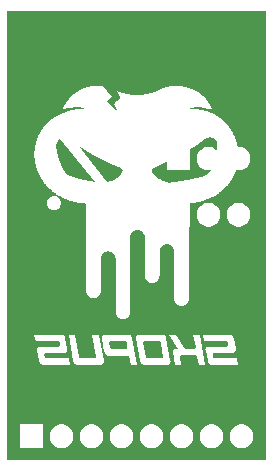
<source format=gbr>
%TF.GenerationSoftware,Altium Limited,Altium Designer,20.2.6 (244)*%
G04 Layer_Color=32896*
%FSLAX26Y26*%
%MOIN*%
%TF.SameCoordinates,2EAD6035-BE33-4F7B-B0E7-EE8266E33042*%
%TF.FilePolarity,Positive*%
%TF.FileFunction,Legend,Bot*%
%TF.Part,Single*%
G01*
G75*
G36*
X866392Y250D02*
X250D01*
Y1496313D01*
X866392D01*
Y250D01*
D02*
G37*
%LPC*%
G36*
X304289Y1246927D02*
X304092D01*
X303774Y1246927D01*
X303425Y1246925D01*
X303076Y1246923D01*
X302727Y1246920D01*
X302379Y1246916D01*
X302031Y1246910D01*
X301683Y1246904D01*
X301336Y1246897D01*
X300989Y1246888D01*
X300643Y1246879D01*
X300297Y1246869D01*
X299951Y1246857D01*
X299606Y1246845D01*
X299261Y1246832D01*
X298911Y1246817D01*
X298711Y1246813D01*
X298303Y1246796D01*
X297183Y1246742D01*
X296345Y1246695D01*
X295649Y1246651D01*
X295038Y1246610D01*
X294490Y1246570D01*
X293990Y1246532D01*
X293522Y1246494D01*
X293317Y1246482D01*
X293270Y1246478D01*
X293213Y1246473D01*
X293156Y1246468D01*
X293098Y1246463D01*
X293041Y1246458D01*
X292984Y1246453D01*
X292926Y1246448D01*
X292869Y1246443D01*
X292807Y1246438D01*
X292744Y1246432D01*
X292682Y1246427D01*
X292620Y1246421D01*
X292557Y1246415D01*
X292495Y1246410D01*
X292433Y1246404D01*
X292370Y1246399D01*
X292308Y1246393D01*
X292240Y1246387D01*
X292173Y1246380D01*
X292105Y1246374D01*
X292038Y1246368D01*
X291970Y1246362D01*
X291903Y1246355D01*
X291835Y1246349D01*
X291768Y1246343D01*
X291695Y1246336D01*
X291623Y1246329D01*
X291550Y1246322D01*
X291478Y1246315D01*
X291405Y1246308D01*
X291332Y1246301D01*
X291260Y1246294D01*
X291182Y1246286D01*
X291104Y1246279D01*
X291027Y1246271D01*
X290949Y1246263D01*
X290872Y1246256D01*
X290794Y1246248D01*
X290716Y1246240D01*
X290634Y1246232D01*
X290551Y1246223D01*
X290468Y1246215D01*
X290385Y1246206D01*
X290303Y1246198D01*
X290220Y1246189D01*
X290137Y1246180D01*
X290050Y1246171D01*
X289962Y1246162D01*
X289874Y1246152D01*
X289786Y1246143D01*
X289699Y1246133D01*
X289611Y1246124D01*
X289518Y1246114D01*
X289425Y1246103D01*
X289332Y1246093D01*
X289240Y1246083D01*
X289147Y1246072D01*
X289049Y1246061D01*
X288951Y1246050D01*
X288853Y1246039D01*
X288756Y1246027D01*
X288658Y1246016D01*
X288560Y1246005D01*
X288457Y1245992D01*
X288354Y1245980D01*
X288252Y1245968D01*
X288144Y1245955D01*
X287939Y1245923D01*
X287626Y1245883D01*
X287297Y1245841D01*
X286969Y1245797D01*
X286636Y1245753D01*
X286298Y1245707D01*
X285960Y1245660D01*
X285618Y1245611D01*
X285270Y1245562D01*
X284923Y1245511D01*
X284571Y1245459D01*
X284214Y1245405D01*
X283858Y1245350D01*
X283496Y1245294D01*
X283130Y1245236D01*
X282754Y1245175D01*
X282541Y1245140D01*
X282489Y1245131D01*
X282432Y1245121D01*
X282375Y1245111D01*
X282318Y1245101D01*
X282255Y1245091D01*
X282193Y1245080D01*
X282131Y1245069D01*
X282068Y1245059D01*
X282006Y1245048D01*
X281944Y1245037D01*
X281882Y1245026D01*
X281819Y1245015D01*
X281757Y1245004D01*
X281690Y1244993D01*
X281622Y1244981D01*
X281555Y1244969D01*
X281487Y1244957D01*
X281420Y1244945D01*
X281352Y1244933D01*
X281285Y1244921D01*
X281217Y1244909D01*
X281150Y1244897D01*
X281077Y1244884D01*
X281005Y1244871D01*
X280932Y1244858D01*
X280860Y1244845D01*
X280787Y1244832D01*
X280714Y1244818D01*
X280642Y1244805D01*
X280569Y1244792D01*
X280492Y1244778D01*
X280414Y1244763D01*
X280336Y1244749D01*
X280259Y1244735D01*
X280181Y1244720D01*
X280103Y1244706D01*
X280026Y1244691D01*
X279948Y1244677D01*
X279871Y1244662D01*
X279788Y1244646D01*
X279705Y1244631D01*
X279623Y1244615D01*
X279540Y1244599D01*
X279457Y1244583D01*
X279375Y1244568D01*
X279292Y1244552D01*
X279210Y1244536D01*
X279122Y1244519D01*
X279035Y1244501D01*
X278947Y1244484D01*
X278859Y1244467D01*
X278772Y1244450D01*
X278684Y1244432D01*
X278597Y1244415D01*
X278510Y1244397D01*
X278417Y1244379D01*
X278324Y1244360D01*
X278232Y1244341D01*
X278139Y1244322D01*
X278047Y1244303D01*
X277955Y1244284D01*
X277862Y1244265D01*
X277770Y1244246D01*
X277673Y1244226D01*
X277575Y1244206D01*
X277478Y1244185D01*
X277376Y1244163D01*
X277148Y1244112D01*
X277028Y1244086D01*
X276622Y1243998D01*
X276200Y1243905D01*
X275764Y1243807D01*
X275307Y1243704D01*
X274831Y1243594D01*
X274334Y1243477D01*
X273807Y1243352D01*
X273246Y1243217D01*
X272644Y1243070D01*
X271978Y1242903D01*
X271746Y1242837D01*
X271653Y1242812D01*
X271518Y1242777D01*
X271383Y1242741D01*
X271249Y1242705D01*
X271109Y1242668D01*
X270969Y1242631D01*
X270830Y1242593D01*
X270685Y1242555D01*
X270541Y1242515D01*
X270396Y1242476D01*
X270252Y1242437D01*
X270102Y1242396D01*
X269952Y1242355D01*
X269803Y1242314D01*
X269649Y1242271D01*
X269494Y1242228D01*
X269340Y1242185D01*
X269181Y1242140D01*
X269022Y1242095D01*
X268862Y1242049D01*
X268698Y1242003D01*
X268534Y1241955D01*
X268370Y1241908D01*
X268201Y1241859D01*
X268032Y1241810D01*
X267863Y1241760D01*
X267690Y1241709D01*
X267516Y1241658D01*
X267337Y1241604D01*
X267159Y1241551D01*
X266980Y1241497D01*
X266797Y1241441D01*
X266608Y1241384D01*
X266356Y1241305D01*
X266299Y1241287D01*
X265418Y1241011D01*
X264400Y1240682D01*
X263135Y1240260D01*
X261211Y1239589D01*
X260947Y1239494D01*
X260151Y1239206D01*
X259471Y1238954D01*
X258877Y1238729D01*
X258345Y1238525D01*
X257856Y1238335D01*
X257404Y1238156D01*
X256983Y1237988D01*
X256583Y1237826D01*
X256204Y1237671D01*
X255840Y1237522D01*
X255557Y1237403D01*
X255061Y1237196D01*
X253404Y1236485D01*
X252233Y1235964D01*
X251277Y1235528D01*
X250443Y1235140D01*
X250136Y1234998D01*
X250120Y1234991D01*
X249952Y1234910D01*
X249783Y1234829D01*
X249614Y1234747D01*
X249446Y1234666D01*
X249277Y1234584D01*
X249109Y1234502D01*
X248941Y1234420D01*
X248767Y1234335D01*
X248594Y1234250D01*
X248421Y1234164D01*
X248248Y1234079D01*
X248075Y1233993D01*
X247902Y1233906D01*
X247729Y1233820D01*
X247557Y1233733D01*
X247379Y1233644D01*
X247202Y1233554D01*
X247024Y1233464D01*
X246847Y1233373D01*
X246670Y1233283D01*
X246493Y1233191D01*
X246317Y1233100D01*
X246140Y1233009D01*
X245964Y1232917D01*
X245788Y1232825D01*
X245612Y1232732D01*
X245431Y1232637D01*
X245250Y1232542D01*
X245065Y1232443D01*
X244734Y1232266D01*
X244683Y1232238D01*
X244452Y1232114D01*
X244221Y1231989D01*
X243991Y1231864D01*
X243761Y1231738D01*
X243537Y1231615D01*
X243312Y1231491D01*
X243089Y1231367D01*
X242865Y1231242D01*
X242642Y1231117D01*
X242424Y1230994D01*
X242207Y1230871D01*
X241990Y1230747D01*
X241773Y1230623D01*
X241556Y1230499D01*
X241345Y1230377D01*
X241135Y1230255D01*
X240924Y1230132D01*
X240714Y1230010D01*
X240504Y1229886D01*
X240300Y1229766D01*
X240095Y1229645D01*
X239892Y1229524D01*
X239683Y1229400D01*
X239325Y1229183D01*
X239248Y1229137D01*
X239025Y1229001D01*
X238796Y1228862D01*
X238562Y1228719D01*
X238323Y1228572D01*
X238075Y1228418D01*
X237822Y1228260D01*
X237559Y1228095D01*
X237291Y1227927D01*
X237013Y1227751D01*
X236726Y1227568D01*
X236430Y1227378D01*
X236119Y1227177D01*
X235793Y1226965D01*
X235454Y1226743D01*
X235095Y1226506D01*
X234713Y1226253D01*
X234297Y1225974D01*
X233911Y1225711D01*
X233820Y1225649D01*
X233653Y1225534D01*
X233486Y1225420D01*
X233323Y1225309D01*
X233162Y1225197D01*
X233000Y1225086D01*
X232844Y1224977D01*
X232688Y1224869D01*
X232537Y1224763D01*
X232386Y1224658D01*
X232235Y1224552D01*
X232090Y1224449D01*
X231944Y1224347D01*
X231799Y1224244D01*
X231659Y1224144D01*
X231519Y1224044D01*
X231379Y1223945D01*
X231244Y1223848D01*
X231110Y1223751D01*
X230975Y1223655D01*
X230841Y1223558D01*
X230712Y1223464D01*
X230582Y1223370D01*
X230453Y1223276D01*
X230329Y1223186D01*
X230205Y1223096D01*
X230081Y1223005D01*
X229957Y1222914D01*
X229839Y1222827D01*
X229720Y1222740D01*
X229601Y1222652D01*
X229482Y1222565D01*
X229369Y1222481D01*
X229256Y1222397D01*
X229142Y1222312D01*
X229029Y1222228D01*
X228915Y1222144D01*
X228490Y1221833D01*
X228384Y1221752D01*
X228111Y1221544D01*
X227854Y1221347D01*
X227613Y1221161D01*
X227382Y1220983D01*
X227162Y1220812D01*
X226953Y1220648D01*
X226754Y1220491D01*
X226560Y1220338D01*
X226376Y1220193D01*
X226197Y1220051D01*
X226024Y1219912D01*
X225856Y1219778D01*
X225693Y1219647D01*
X225535Y1219520D01*
X225383Y1219396D01*
X225230Y1219272D01*
X225082Y1219152D01*
X224940Y1219036D01*
X224797Y1218919D01*
X224660Y1218807D01*
X224527Y1218698D01*
X224395Y1218589D01*
X224268Y1218483D01*
X224140Y1218378D01*
X224018Y1218276D01*
X223895Y1218175D01*
X223773Y1218072D01*
X223656Y1217974D01*
X223534Y1217872D01*
X223073Y1217486D01*
X222922Y1217359D01*
X222531Y1217025D01*
X222156Y1216703D01*
X221792Y1216388D01*
X221440Y1216081D01*
X221098Y1215780D01*
X220767Y1215487D01*
X220447Y1215202D01*
X220138Y1214924D01*
X219834Y1214649D01*
X219536Y1214378D01*
X219249Y1214115D01*
X218966Y1213855D01*
X218690Y1213599D01*
X218418Y1213346D01*
X218148Y1213092D01*
X217644Y1212612D01*
X217269Y1212257D01*
X216202Y1211231D01*
X214870Y1209915D01*
X214869D01*
X214603Y1209647D01*
X214073Y1209109D01*
X213546Y1208568D01*
X213022Y1208024D01*
X212762Y1207750D01*
X212211Y1207159D01*
X212142Y1207086D01*
X212043Y1206980D01*
X211944Y1206875D01*
X211846Y1206770D01*
X211747Y1206664D01*
X211649Y1206558D01*
X211546Y1206447D01*
X211442Y1206336D01*
X211339Y1206225D01*
X211236Y1206113D01*
X211133Y1206002D01*
X211025Y1205884D01*
X210918Y1205767D01*
X210810Y1205650D01*
X210703Y1205532D01*
X210595Y1205415D01*
X210488Y1205297D01*
X210376Y1205174D01*
X210264Y1205050D01*
X210152Y1204927D01*
X210041Y1204803D01*
X209929Y1204679D01*
X209813Y1204550D01*
X209696Y1204420D01*
X209581Y1204290D01*
X209465Y1204160D01*
X209349Y1204030D01*
X209233Y1203900D01*
X209113Y1203764D01*
X208993Y1203628D01*
X208873Y1203491D01*
X208754Y1203355D01*
X208634Y1203218D01*
X208510Y1203076D01*
X208386Y1202933D01*
X208263Y1202791D01*
X208139Y1202648D01*
X208016Y1202505D01*
X207893Y1202361D01*
X207766Y1202212D01*
X207638Y1202063D01*
X207511Y1201913D01*
X207380Y1201758D01*
X206774Y1201041D01*
X206596Y1200829D01*
X206409Y1200605D01*
X206223Y1200380D01*
X206042Y1200161D01*
X205861Y1199942D01*
X205686Y1199727D01*
X205511Y1199513D01*
X205342Y1199304D01*
X205173Y1199094D01*
X205009Y1198891D01*
X204845Y1198687D01*
X204687Y1198488D01*
X204529Y1198289D01*
X204371Y1198090D01*
X204218Y1197897D01*
X204066Y1197703D01*
X203914Y1197509D01*
X203767Y1197321D01*
X203620Y1197132D01*
X203473Y1196943D01*
X203332Y1196760D01*
X203190Y1196577D01*
X203049Y1196393D01*
X202913Y1196216D01*
X202777Y1196038D01*
X202642Y1195859D01*
X202511Y1195687D01*
X202380Y1195515D01*
X202250Y1195342D01*
X202124Y1195175D01*
X201994Y1195002D01*
X201325Y1194100D01*
X201271Y1194028D01*
X200806Y1193393D01*
X200339Y1192748D01*
X199874Y1192100D01*
X199408Y1191441D01*
X198944Y1190779D01*
X198479Y1190107D01*
X198012Y1189424D01*
X197549Y1188738D01*
X197083Y1188042D01*
X196612Y1187329D01*
X195876Y1186183D01*
X195628Y1185799D01*
X195372Y1185399D01*
X195123Y1185005D01*
X194879Y1184618D01*
X194641Y1184237D01*
X194409Y1183863D01*
X194182Y1183496D01*
X193961Y1183136D01*
X193742Y1182774D01*
X193527Y1182420D01*
X193319Y1182073D01*
X193111Y1181725D01*
X192908Y1181384D01*
X192711Y1181050D01*
X192515Y1180715D01*
X192324Y1180387D01*
X192133Y1180059D01*
X191948Y1179738D01*
X191763Y1179416D01*
X191584Y1179101D01*
X191405Y1178786D01*
X191226Y1178470D01*
X190407Y1176990D01*
X190298Y1176791D01*
X190298Y1176791D01*
X190076Y1176387D01*
X189637Y1175577D01*
X189202Y1174764D01*
X188772Y1173949D01*
X188559Y1173541D01*
X188386Y1173208D01*
X188043Y1172541D01*
X187703Y1171873D01*
X187366Y1171203D01*
X187199Y1170868D01*
X186049Y1168506D01*
X186066Y1168508D01*
X186166Y1168518D01*
X186265Y1168528D01*
X186359Y1168538D01*
X186454Y1168548D01*
X186549Y1168559D01*
X186643Y1168569D01*
X186734Y1168579D01*
X186824Y1168589D01*
X186914Y1168600D01*
X187000Y1168610D01*
X187086Y1168620D01*
X187172Y1168630D01*
X187258Y1168640D01*
X187344Y1168651D01*
X187425Y1168661D01*
X187507Y1168671D01*
X187588Y1168681D01*
X187670Y1168691D01*
X187747Y1168701D01*
X187824Y1168711D01*
X187901Y1168721D01*
X187978Y1168731D01*
X188055Y1168741D01*
X188128Y1168751D01*
X188201Y1168760D01*
X188274Y1168770D01*
X188347Y1168780D01*
X188419Y1168790D01*
X188488Y1168799D01*
X188556Y1168809D01*
X188625Y1168818D01*
X188693Y1168828D01*
X188762Y1168837D01*
X188830Y1168847D01*
X188894Y1168856D01*
X188958Y1168865D01*
X189022Y1168875D01*
X189086Y1168884D01*
X189150Y1168893D01*
X189215Y1168902D01*
X189274Y1168911D01*
X189334Y1168920D01*
X189394Y1168929D01*
X189454Y1168938D01*
X189513Y1168947D01*
X189573Y1168956D01*
X189633Y1168965D01*
X189689Y1168973D01*
X189744Y1168982D01*
X189799Y1168990D01*
X189855Y1168998D01*
X189910Y1169007D01*
X189966Y1169015D01*
X190021Y1169024D01*
X190072Y1169032D01*
X190124Y1169040D01*
X190175Y1169048D01*
X190226Y1169056D01*
X190277Y1169064D01*
X190333Y1169073D01*
X191226Y1169218D01*
X191299Y1169231D01*
X191443Y1169256D01*
X191583Y1169281D01*
X191719Y1169304D01*
X191854Y1169329D01*
X191985Y1169352D01*
X192116Y1169376D01*
X192242Y1169399D01*
X192364Y1169421D01*
X192485Y1169443D01*
X192602Y1169465D01*
X192719Y1169487D01*
X192832Y1169508D01*
X192944Y1169529D01*
X193057Y1169550D01*
X193165Y1169571D01*
X193273Y1169591D01*
X193376Y1169611D01*
X193479Y1169631D01*
X193583Y1169651D01*
X193681Y1169670D01*
X193780Y1169689D01*
X193879Y1169709D01*
X193974Y1169727D01*
X194068Y1169746D01*
X194162Y1169765D01*
X194252Y1169783D01*
X194342Y1169801D01*
X194432Y1169819D01*
X194522Y1169837D01*
X194607Y1169854D01*
X194692Y1169871D01*
X194778Y1169889D01*
X194863Y1169906D01*
X194944Y1169922D01*
X195025Y1169939D01*
X195106Y1169956D01*
X195187Y1169972D01*
X195268Y1169989D01*
X195344Y1170005D01*
X195421Y1170021D01*
X195497Y1170037D01*
X195573Y1170053D01*
X195650Y1170069D01*
X195726Y1170085D01*
X196612Y1170277D01*
X201124Y1171285D01*
X201994Y1171490D01*
X206518Y1172522D01*
X207380Y1172703D01*
X207475Y1172723D01*
X207574Y1172744D01*
X207673Y1172765D01*
X207773Y1172786D01*
X207872Y1172806D01*
X207972Y1172827D01*
X208071Y1172848D01*
X208175Y1172870D01*
X208279Y1172891D01*
X208384Y1172913D01*
X208488Y1172934D01*
X208592Y1172955D01*
X208696Y1172977D01*
X208800Y1172998D01*
X208905Y1173019D01*
X209009Y1173040D01*
X209113Y1173061D01*
X209218Y1173082D01*
X209322Y1173103D01*
X209426Y1173124D01*
X209531Y1173145D01*
X209635Y1173166D01*
X209739Y1173186D01*
X209844Y1173207D01*
X209948Y1173227D01*
X210057Y1173248D01*
X210166Y1173270D01*
X210275Y1173291D01*
X210384Y1173312D01*
X210493Y1173333D01*
X210602Y1173353D01*
X210711Y1173374D01*
X210820Y1173395D01*
X210928Y1173415D01*
X211037Y1173436D01*
X211146Y1173456D01*
X211255Y1173476D01*
X211364Y1173496D01*
X211472Y1173516D01*
X211581Y1173536D01*
X211690Y1173556D01*
X211798Y1173576D01*
X211911Y1173596D01*
X212762Y1173746D01*
X212771Y1173747D01*
X212793Y1173751D01*
X212821Y1173756D01*
X212848Y1173760D01*
X212875Y1173765D01*
X212902Y1173769D01*
X212929Y1173774D01*
X212956Y1173778D01*
X212983Y1173783D01*
X213011Y1173787D01*
X213038Y1173792D01*
X213065Y1173796D01*
X213092Y1173801D01*
X213119Y1173805D01*
X213147Y1173810D01*
X213174Y1173814D01*
X213201Y1173819D01*
X213228Y1173823D01*
X213255Y1173828D01*
X213287Y1173833D01*
X213319Y1173838D01*
X213350Y1173843D01*
X213382Y1173848D01*
X213414Y1173853D01*
X213445Y1173858D01*
X213477Y1173863D01*
X213509Y1173869D01*
X213541Y1173874D01*
X213572Y1173879D01*
X213604Y1173884D01*
X213636Y1173889D01*
X213667Y1173894D01*
X213699Y1173899D01*
X213736Y1173905D01*
X213772Y1173910D01*
X213808Y1173916D01*
X213844Y1173922D01*
X213881Y1173928D01*
X213917Y1173933D01*
X213953Y1173939D01*
X213989Y1173945D01*
X214026Y1173950D01*
X214062Y1173956D01*
X214098Y1173961D01*
X214135Y1173967D01*
X214175Y1173973D01*
X214216Y1173980D01*
X214257Y1173986D01*
X214298Y1173992D01*
X214339Y1173998D01*
X214380Y1174005D01*
X214421Y1174011D01*
X214462Y1174017D01*
X214502Y1174023D01*
X214543Y1174029D01*
X214584Y1174035D01*
X214630Y1174042D01*
X214675Y1174049D01*
X214720Y1174055D01*
X214766Y1174062D01*
X214811Y1174069D01*
X214857Y1174075D01*
X214902Y1174082D01*
X214948Y1174088D01*
X214993Y1174095D01*
X215039Y1174101D01*
X215084Y1174108D01*
X215134Y1174115D01*
X215184Y1174122D01*
X215234Y1174129D01*
X215284Y1174136D01*
X215334Y1174142D01*
X215384Y1174149D01*
X215434Y1174156D01*
X215484Y1174163D01*
X215535Y1174170D01*
X215589Y1174177D01*
X215644Y1174184D01*
X215698Y1174192D01*
X215753Y1174199D01*
X215808Y1174206D01*
X215863Y1174213D01*
X215917Y1174220D01*
X215972Y1174227D01*
X216031Y1174234D01*
X216090Y1174242D01*
X216150Y1174249D01*
X216209Y1174257D01*
X216268Y1174264D01*
X216327Y1174271D01*
X216387Y1174278D01*
X216446Y1174285D01*
X216510Y1174293D01*
X216574Y1174300D01*
X216638Y1174307D01*
X216702Y1174315D01*
X216765Y1174322D01*
X216829Y1174329D01*
X216893Y1174336D01*
X216962Y1174344D01*
X217030Y1174351D01*
X217099Y1174358D01*
X217167Y1174365D01*
X217236Y1174372D01*
X217309Y1174380D01*
X217557Y1174400D01*
X218148Y1174482D01*
X222703Y1175073D01*
X223534Y1175175D01*
X223543Y1175176D01*
X223557Y1175178D01*
X223571Y1175180D01*
X223585Y1175181D01*
X223600Y1175183D01*
X223614Y1175185D01*
X223628Y1175186D01*
X223642Y1175188D01*
X223656Y1175190D01*
X223671Y1175191D01*
X223685Y1175193D01*
X223699Y1175195D01*
X223713Y1175196D01*
X223727Y1175198D01*
X223741Y1175199D01*
X223756Y1175201D01*
X223770Y1175203D01*
X223788Y1175205D01*
X223807Y1175207D01*
X223826Y1175209D01*
X223845Y1175212D01*
X223864Y1175214D01*
X223882Y1175216D01*
X223901Y1175218D01*
X223920Y1175220D01*
X223939Y1175223D01*
X223958Y1175225D01*
X223976Y1175227D01*
X223995Y1175229D01*
X224014Y1175231D01*
X224033Y1175234D01*
X224051Y1175236D01*
X224070Y1175238D01*
X224089Y1175240D01*
X224107Y1175242D01*
X224126Y1175244D01*
X224145Y1175246D01*
X224164Y1175249D01*
X224182Y1175251D01*
X224201Y1175253D01*
X224220Y1175255D01*
X224238Y1175257D01*
X224257Y1175259D01*
X224276Y1175262D01*
X224294Y1175264D01*
X224313Y1175266D01*
X224336Y1175269D01*
X224359Y1175271D01*
X224383Y1175274D01*
X224406Y1175277D01*
X224429Y1175279D01*
X224452Y1175282D01*
X224476Y1175285D01*
X224499Y1175287D01*
X224522Y1175290D01*
X224545Y1175293D01*
X224568Y1175295D01*
X224591Y1175298D01*
X224614Y1175301D01*
X224638Y1175303D01*
X224661Y1175306D01*
X224684Y1175309D01*
X224707Y1175311D01*
X224730Y1175314D01*
X224753Y1175317D01*
X224776Y1175319D01*
X224799Y1175322D01*
X224822Y1175324D01*
X224850Y1175328D01*
X224878Y1175331D01*
X224905Y1175334D01*
X224933Y1175337D01*
X224960Y1175340D01*
X224988Y1175343D01*
X225016Y1175347D01*
X225043Y1175350D01*
X225071Y1175353D01*
X225098Y1175356D01*
X225126Y1175359D01*
X225153Y1175362D01*
X225181Y1175365D01*
X225208Y1175368D01*
X225236Y1175371D01*
X225263Y1175374D01*
X225290Y1175378D01*
X225318Y1175381D01*
X225345Y1175384D01*
X225377Y1175387D01*
X225409Y1175391D01*
X225441Y1175395D01*
X225473Y1175398D01*
X225505Y1175402D01*
X225537Y1175405D01*
X225569Y1175409D01*
X225600Y1175412D01*
X225632Y1175416D01*
X225664Y1175419D01*
X225696Y1175423D01*
X225728Y1175426D01*
X225759Y1175430D01*
X225791Y1175433D01*
X225823Y1175437D01*
X225855Y1175440D01*
X225891Y1175444D01*
X225927Y1175448D01*
X225963Y1175452D01*
X225999Y1175456D01*
X226035Y1175460D01*
X226072Y1175464D01*
X226108Y1175468D01*
X226144Y1175472D01*
X226180Y1175476D01*
X226216Y1175480D01*
X226252Y1175484D01*
X226288Y1175488D01*
X226328Y1175492D01*
X226369Y1175496D01*
X226409Y1175501D01*
X226450Y1175505D01*
X226490Y1175509D01*
X226531Y1175514D01*
X226571Y1175518D01*
X226611Y1175522D01*
X226652Y1175527D01*
X226692Y1175531D01*
X226732Y1175535D01*
X226777Y1175540D01*
X226822Y1175544D01*
X226867Y1175549D01*
X226911Y1175554D01*
X226956Y1175559D01*
X227001Y1175563D01*
X227045Y1175568D01*
X227090Y1175572D01*
X227135Y1175577D01*
X227184Y1175582D01*
X227232Y1175587D01*
X227281Y1175592D01*
X227331Y1175597D01*
X227379Y1175602D01*
X227428Y1175607D01*
X227477Y1175612D01*
X227526Y1175617D01*
X227579Y1175622D01*
X227633Y1175627D01*
X227686Y1175633D01*
X227739Y1175638D01*
X227793Y1175643D01*
X227846Y1175649D01*
X227904Y1175654D01*
X227961Y1175660D01*
X228019Y1175665D01*
X228081Y1175671D01*
X228915Y1175742D01*
X230048Y1175833D01*
X230762Y1175882D01*
X231244Y1175911D01*
X231634Y1175933D01*
X231970Y1175950D01*
X232270Y1175964D01*
X232543Y1175976D01*
X232793Y1175986D01*
X233029Y1175995D01*
X233252Y1176003D01*
X233466Y1176010D01*
X234297Y1176022D01*
X234364Y1176023D01*
X234566Y1176025D01*
X234781Y1176027D01*
X235010Y1176029D01*
X235258Y1176029D01*
X235528Y1176028D01*
X235831Y1176026D01*
X236175Y1176021D01*
X236588Y1176013D01*
X237131Y1175997D01*
Y1175997D01*
X237347Y1175989D01*
X237778Y1175971D01*
X238210Y1175950D01*
X238641Y1175925D01*
X238856Y1175911D01*
X239683Y1175856D01*
X239823Y1175845D01*
X240051Y1175826D01*
X240276Y1175807D01*
X240497Y1175787D01*
X240719Y1175766D01*
X240938Y1175745D01*
X241153Y1175723D01*
X241368Y1175700D01*
X241580Y1175677D01*
X241793Y1175654D01*
X242002Y1175630D01*
X242212Y1175605D01*
X242418Y1175580D01*
X242624Y1175554D01*
X242827Y1175528D01*
X243031Y1175502D01*
X243231Y1175475D01*
X243431Y1175448D01*
X243632Y1175420D01*
X243829Y1175391D01*
X244027Y1175363D01*
X244230Y1175333D01*
X245065Y1175211D01*
X245075Y1175209D01*
X245169Y1175194D01*
X245267Y1175178D01*
X245368Y1175162D01*
X245473Y1175144D01*
X245581Y1175126D01*
X245693Y1175108D01*
X245813Y1175087D01*
X245936Y1175066D01*
X246066Y1175044D01*
X246208Y1175019D01*
X246357Y1174993D01*
X246517Y1174964D01*
X246692Y1174932D01*
X246886Y1174896D01*
X247102Y1174856D01*
X247348Y1174809D01*
X247643Y1174751D01*
X248021Y1174675D01*
X248659Y1174541D01*
X249600Y1174321D01*
X250443Y1174112D01*
X254982Y1172900D01*
X255840Y1172679D01*
X255849Y1172677D01*
X255885Y1172668D01*
X255925Y1172658D01*
X255965Y1172649D01*
X256005Y1172639D01*
X256046Y1172629D01*
X256086Y1172619D01*
X256126Y1172610D01*
X256166Y1172600D01*
X256206Y1172590D01*
X256246Y1172581D01*
X256286Y1172571D01*
X256327Y1172562D01*
X256367Y1172552D01*
X256411Y1172542D01*
X256456Y1172531D01*
X256501Y1172521D01*
X256545Y1172510D01*
X256590Y1172500D01*
X256635Y1172490D01*
X256679Y1172479D01*
X256724Y1172469D01*
X256769Y1172459D01*
X256814Y1172449D01*
X256863Y1172438D01*
X256912Y1172427D01*
X256961Y1172416D01*
X257010Y1172405D01*
X257060Y1172394D01*
X257109Y1172383D01*
X257158Y1172372D01*
X257208Y1172362D01*
X257257Y1172351D01*
X257311Y1172340D01*
X257365Y1172328D01*
X257419Y1172317D01*
X257473Y1172306D01*
X257526Y1172294D01*
X257580Y1172283D01*
X257634Y1172272D01*
X257688Y1172261D01*
X257747Y1172249D01*
X257805Y1172238D01*
X257864Y1172226D01*
X257922Y1172215D01*
X257981Y1172203D01*
X258039Y1172192D01*
X258098Y1172181D01*
X258156Y1172169D01*
X258219Y1172158D01*
X258283Y1172146D01*
X258346Y1172134D01*
X258409Y1172123D01*
X258472Y1172111D01*
X258535Y1172100D01*
X258599Y1172089D01*
X258666Y1172077D01*
X258734Y1172065D01*
X258802Y1172054D01*
X258870Y1172043D01*
X258938Y1172031D01*
X259006Y1172020D01*
X259079Y1172009D01*
X259151Y1171997D01*
X259224Y1171986D01*
X259296Y1171975D01*
X259369Y1171964D01*
X259446Y1171953D01*
X259523Y1171942D01*
X259601Y1171931D01*
X259678Y1171920D01*
X259755Y1171909D01*
X259837Y1171899D01*
X259919Y1171888D01*
X260001Y1171878D01*
X260084Y1171867D01*
X260170Y1171857D01*
X260257Y1171847D01*
X260348Y1171837D01*
X260817Y1171789D01*
X260341Y1171691D01*
X260331Y1171689D01*
X259982Y1171617D01*
X259692Y1171558D01*
X259436Y1171507D01*
X259210Y1171462D01*
X259003Y1171422D01*
X258815Y1171386D01*
X258642Y1171353D01*
X258478Y1171322D01*
X258324Y1171294D01*
X258180Y1171267D01*
X258045Y1171243D01*
X257915Y1171219D01*
X257790Y1171197D01*
X257669Y1171175D01*
X257553Y1171155D01*
X257442Y1171135D01*
X257336Y1171117D01*
X257234Y1171099D01*
X257137Y1171082D01*
X257045Y1171067D01*
X256953Y1171051D01*
X256865Y1171036D01*
X256777Y1171021D01*
X256694Y1171007D01*
X256611Y1170994D01*
X256533Y1170980D01*
X256454Y1170968D01*
X256381Y1170955D01*
X256307Y1170943D01*
X256238Y1170932D01*
X256168Y1170921D01*
X256099Y1170910D01*
X256034Y1170899D01*
X255970Y1170889D01*
X255905Y1170878D01*
X255840Y1170868D01*
X254963Y1170738D01*
X254036Y1170611D01*
X253563Y1170550D01*
X253223Y1170507D01*
X252948Y1170474D01*
X252709Y1170446D01*
X252493Y1170421D01*
X252300Y1170399D01*
X252120Y1170379D01*
X251954Y1170361D01*
X251797Y1170345D01*
X251649Y1170329D01*
X251506Y1170314D01*
X251371Y1170300D01*
X251241Y1170287D01*
X251116Y1170275D01*
X250994Y1170263D01*
X250878Y1170252D01*
X250766Y1170241D01*
X250658Y1170231D01*
X250551Y1170221D01*
X250443Y1170211D01*
X249565Y1170128D01*
X245065Y1169762D01*
X244179Y1169687D01*
X239683Y1169282D01*
X238793Y1169191D01*
X238730Y1169184D01*
X238550Y1169165D01*
X238357Y1169144D01*
X238150Y1169121D01*
X237925Y1169096D01*
X237677Y1169068D01*
X237400Y1169036D01*
X237086Y1168999D01*
X236721Y1168955D01*
X236275Y1168899D01*
X235668Y1168821D01*
X234297Y1168632D01*
X233931Y1168581D01*
X233404Y1168522D01*
X233386Y1168520D01*
X233359Y1168516D01*
X233332Y1168514D01*
X233305Y1168510D01*
X233278Y1168507D01*
X233251Y1168504D01*
X233224Y1168501D01*
X233197Y1168498D01*
X233170Y1168495D01*
X233143Y1168492D01*
X233116Y1168489D01*
X233089Y1168486D01*
X233062Y1168483D01*
X233035Y1168480D01*
X233008Y1168477D01*
X232982Y1168474D01*
X232954Y1168470D01*
X232923Y1168467D01*
X232892Y1168463D01*
X232860Y1168460D01*
X232829Y1168456D01*
X232797Y1168452D01*
X232766Y1168449D01*
X232734Y1168445D01*
X232703Y1168441D01*
X232671Y1168438D01*
X232640Y1168434D01*
X232608Y1168430D01*
X232577Y1168427D01*
X232546Y1168423D01*
X232514Y1168419D01*
X232483Y1168416D01*
X232447Y1168412D01*
X232411Y1168407D01*
X232375Y1168403D01*
X232339Y1168399D01*
X232303Y1168395D01*
X232267Y1168390D01*
X232231Y1168386D01*
X232195Y1168382D01*
X232159Y1168378D01*
X232123Y1168373D01*
X232087Y1168369D01*
X232051Y1168365D01*
X232015Y1168361D01*
X231975Y1168356D01*
X231934Y1168351D01*
X231894Y1168346D01*
X231853Y1168341D01*
X231813Y1168336D01*
X231772Y1168332D01*
X231732Y1168327D01*
X231691Y1168322D01*
X231651Y1168317D01*
X231611Y1168312D01*
X231570Y1168307D01*
X231530Y1168302D01*
X231485Y1168297D01*
X231440Y1168291D01*
X231395Y1168286D01*
X231350Y1168280D01*
X231305Y1168275D01*
X231260Y1168269D01*
X231215Y1168264D01*
X231170Y1168258D01*
X231125Y1168253D01*
X231080Y1168247D01*
X231035Y1168241D01*
X230986Y1168235D01*
X230936Y1168229D01*
X230887Y1168223D01*
X230838Y1168216D01*
X230788Y1168210D01*
X230739Y1168204D01*
X230689Y1168198D01*
X230640Y1168191D01*
X230590Y1168185D01*
X230541Y1168179D01*
X230487Y1168172D01*
X230433Y1168165D01*
X230380Y1168158D01*
X230326Y1168151D01*
X230272Y1168144D01*
X230218Y1168137D01*
X230164Y1168130D01*
X230110Y1168123D01*
X230056Y1168115D01*
X230003Y1168108D01*
X229944Y1168101D01*
X229886Y1168093D01*
X229828Y1168085D01*
X229770Y1168077D01*
X229711Y1168069D01*
X229653Y1168061D01*
X229595Y1168053D01*
X229537Y1168045D01*
X229479Y1168037D01*
X229420Y1168030D01*
X229358Y1168021D01*
X229295Y1168012D01*
X229233Y1168003D01*
X229170Y1167995D01*
X229107Y1167986D01*
X229045Y1167977D01*
X228982Y1167968D01*
X228915Y1167959D01*
X228018Y1167829D01*
X227892Y1167810D01*
X227284Y1167719D01*
X226745Y1167635D01*
X226250Y1167556D01*
X225792Y1167481D01*
X225366Y1167410D01*
X224963Y1167341D01*
X224582Y1167274D01*
X224220Y1167210D01*
X223872Y1167147D01*
X223534Y1167085D01*
X222628Y1166915D01*
X222624Y1166915D01*
X222592Y1166908D01*
X222561Y1166902D01*
X222530Y1166896D01*
X222498Y1166890D01*
X222467Y1166884D01*
X222435Y1166878D01*
X222404Y1166872D01*
X222373Y1166866D01*
X222341Y1166860D01*
X222306Y1166853D01*
X222270Y1166846D01*
X222234Y1166839D01*
X222198Y1166832D01*
X222162Y1166825D01*
X222127Y1166818D01*
X222091Y1166811D01*
X222055Y1166804D01*
X222019Y1166797D01*
X221983Y1166790D01*
X221947Y1166783D01*
X221912Y1166776D01*
X221871Y1166768D01*
X221831Y1166761D01*
X221791Y1166753D01*
X221750Y1166745D01*
X221710Y1166737D01*
X221670Y1166729D01*
X221630Y1166721D01*
X221589Y1166713D01*
X221549Y1166705D01*
X221509Y1166697D01*
X221469Y1166689D01*
X221424Y1166680D01*
X221379Y1166672D01*
X221334Y1166663D01*
X221289Y1166654D01*
X221245Y1166645D01*
X221200Y1166636D01*
X221155Y1166627D01*
X221110Y1166618D01*
X221065Y1166609D01*
X221016Y1166599D01*
X220967Y1166590D01*
X220918Y1166580D01*
X220869Y1166570D01*
X220819Y1166560D01*
X220770Y1166550D01*
X220721Y1166540D01*
X220671Y1166530D01*
X220618Y1166519D01*
X220564Y1166508D01*
X220510Y1166497D01*
X220457Y1166487D01*
X220403Y1166476D01*
X220349Y1166465D01*
X220295Y1166454D01*
X220241Y1166443D01*
X220183Y1166431D01*
X220125Y1166419D01*
X220067Y1166407D01*
X220008Y1166395D01*
X219950Y1166383D01*
X219892Y1166371D01*
X219834Y1166359D01*
X219771Y1166346D01*
X219708Y1166333D01*
X219645Y1166320D01*
X219583Y1166306D01*
X219520Y1166293D01*
X219457Y1166280D01*
X219390Y1166266D01*
X219323Y1166252D01*
X219256Y1166238D01*
X219188Y1166223D01*
X219121Y1166209D01*
X219054Y1166195D01*
X218982Y1166179D01*
X218910Y1166164D01*
X218839Y1166149D01*
X218767Y1166133D01*
X218695Y1166118D01*
X218619Y1166101D01*
X218542Y1166085D01*
X218466Y1166068D01*
X218390Y1166051D01*
X218314Y1166035D01*
X218233Y1166017D01*
X218148Y1165998D01*
X217226Y1165793D01*
X217177Y1165782D01*
X217024Y1165748D01*
X216872Y1165713D01*
X216724Y1165680D01*
X216576Y1165646D01*
X216433Y1165613D01*
X216290Y1165579D01*
X216151Y1165547D01*
X216012Y1165514D01*
X215878Y1165483D01*
X215744Y1165451D01*
X215615Y1165420D01*
X215485Y1165389D01*
X215360Y1165359D01*
X215235Y1165329D01*
X215110Y1165298D01*
X214990Y1165269D01*
X214869Y1165239D01*
X214749Y1165209D01*
X214633Y1165181D01*
X214517Y1165152D01*
X214405Y1165124D01*
X214294Y1165096D01*
X214183Y1165068D01*
X214071Y1165040D01*
X213964Y1165013D01*
X213857Y1164986D01*
X213750Y1164959D01*
X213648Y1164932D01*
X213546Y1164906D01*
X213443Y1164880D01*
X213341Y1164853D01*
X213243Y1164828D01*
X213145Y1164803D01*
X213047Y1164777D01*
X212953Y1164753D01*
X212860Y1164728D01*
X212762Y1164703D01*
X211829Y1164455D01*
X207380Y1163179D01*
X206439Y1162888D01*
X201994Y1161439D01*
X201037Y1161112D01*
X196612Y1159502D01*
X195632Y1159132D01*
X191226Y1157356D01*
X190222Y1156939D01*
X190196Y1156928D01*
X190117Y1156894D01*
X190038Y1156861D01*
X189959Y1156827D01*
X189880Y1156794D01*
X189805Y1156762D01*
X189731Y1156730D01*
X189656Y1156699D01*
X189582Y1156667D01*
X189512Y1156637D01*
X189442Y1156607D01*
X189372Y1156577D01*
X189302Y1156546D01*
X189232Y1156516D01*
X189166Y1156488D01*
X189100Y1156460D01*
X189035Y1156431D01*
X188969Y1156403D01*
X188903Y1156374D01*
X188842Y1156348D01*
X188781Y1156321D01*
X188720Y1156295D01*
X188659Y1156268D01*
X188597Y1156241D01*
X188536Y1156215D01*
X188479Y1156190D01*
X188422Y1156165D01*
X188366Y1156140D01*
X188309Y1156115D01*
X188252Y1156091D01*
X188195Y1156066D01*
X188143Y1156043D01*
X188090Y1156020D01*
X188038Y1155996D01*
X187985Y1155973D01*
X187933Y1155950D01*
X187881Y1155927D01*
X187828Y1155904D01*
X187776Y1155881D01*
X187727Y1155860D01*
X187679Y1155838D01*
X187631Y1155817D01*
X187583Y1155796D01*
X187535Y1155775D01*
X187487Y1155753D01*
X187439Y1155732D01*
X187391Y1155711D01*
X187347Y1155691D01*
X187304Y1155672D01*
X187260Y1155652D01*
X187216Y1155633D01*
X187172Y1155613D01*
X187129Y1155594D01*
X187085Y1155574D01*
X187041Y1155555D01*
X186997Y1155535D01*
X186954Y1155516D01*
X186914Y1155498D01*
X186875Y1155481D01*
X186835Y1155463D01*
X186796Y1155445D01*
X186757Y1155428D01*
X186717Y1155410D01*
X186678Y1155392D01*
X186638Y1155375D01*
X186599Y1155357D01*
X186560Y1155340D01*
X186520Y1155322D01*
X186485Y1155306D01*
X186450Y1155290D01*
X186415Y1155275D01*
X186380Y1155259D01*
X186345Y1155243D01*
X186310Y1155227D01*
X186275Y1155212D01*
X186240Y1155196D01*
X186204Y1155180D01*
X186169Y1155164D01*
X186134Y1155148D01*
X186099Y1155133D01*
X186064Y1155117D01*
X186033Y1155103D01*
X186003Y1155089D01*
X185972Y1155075D01*
X185941Y1155061D01*
X185910Y1155047D01*
X185880Y1155034D01*
X185845Y1155018D01*
X184829Y1154557D01*
X180679Y1152600D01*
X180459Y1152502D01*
X179419Y1152033D01*
X175077Y1150010D01*
X174010Y1149482D01*
X174001Y1149478D01*
X173979Y1149467D01*
X173957Y1149456D01*
X173931Y1149443D01*
X173905Y1149430D01*
X173879Y1149417D01*
X173853Y1149404D01*
X173826Y1149390D01*
X173800Y1149377D01*
X173774Y1149364D01*
X173748Y1149351D01*
X173722Y1149338D01*
X173696Y1149325D01*
X173669Y1149312D01*
X173643Y1149299D01*
X173617Y1149285D01*
X173591Y1149272D01*
X173565Y1149259D01*
X173539Y1149246D01*
X173512Y1149233D01*
X173482Y1149218D01*
X173451Y1149202D01*
X173421Y1149187D01*
X173391Y1149172D01*
X173360Y1149156D01*
X173329Y1149141D01*
X173299Y1149126D01*
X173269Y1149110D01*
X173238Y1149095D01*
X173208Y1149080D01*
X173177Y1149064D01*
X173147Y1149049D01*
X173117Y1149034D01*
X173086Y1149018D01*
X173056Y1149003D01*
X173021Y1148985D01*
X172986Y1148968D01*
X172951Y1148950D01*
X172917Y1148933D01*
X172882Y1148915D01*
X172847Y1148898D01*
X172812Y1148880D01*
X172778Y1148862D01*
X172743Y1148845D01*
X172708Y1148827D01*
X172674Y1148810D01*
X172639Y1148792D01*
X172600Y1148772D01*
X172561Y1148752D01*
X172522Y1148733D01*
X172483Y1148713D01*
X172444Y1148693D01*
X172405Y1148673D01*
X172366Y1148653D01*
X172327Y1148633D01*
X172288Y1148613D01*
X172250Y1148593D01*
X172211Y1148574D01*
X172172Y1148554D01*
X172129Y1148532D01*
X172085Y1148510D01*
X172042Y1148487D01*
X171999Y1148465D01*
X171956Y1148443D01*
X171913Y1148421D01*
X171870Y1148399D01*
X171827Y1148377D01*
X171784Y1148354D01*
X171740Y1148332D01*
X171693Y1148308D01*
X171646Y1148283D01*
X171598Y1148259D01*
X171551Y1148235D01*
X171504Y1148210D01*
X171456Y1148186D01*
X171409Y1148161D01*
X171362Y1148137D01*
X171315Y1148112D01*
X171263Y1148085D01*
X171211Y1148058D01*
X171160Y1148032D01*
X171108Y1148005D01*
X171057Y1147978D01*
X171005Y1147951D01*
X170954Y1147924D01*
X170903Y1147897D01*
X170847Y1147868D01*
X170791Y1147839D01*
X170736Y1147809D01*
X170680Y1147780D01*
X170624Y1147751D01*
X170569Y1147722D01*
X170513Y1147692D01*
X170453Y1147661D01*
X170393Y1147629D01*
X170334Y1147597D01*
X170274Y1147565D01*
X170214Y1147534D01*
X170154Y1147502D01*
X170090Y1147468D01*
X170027Y1147434D01*
X169963Y1147399D01*
X169899Y1147365D01*
X169835Y1147331D01*
X169771Y1147297D01*
X169699Y1147258D01*
X168608Y1146675D01*
X168587Y1146663D01*
X168560Y1146649D01*
X168534Y1146635D01*
X168508Y1146620D01*
X168482Y1146606D01*
X168456Y1146592D01*
X168430Y1146577D01*
X168404Y1146563D01*
X168378Y1146549D01*
X168352Y1146534D01*
X168322Y1146518D01*
X168291Y1146501D01*
X168261Y1146484D01*
X168230Y1146467D01*
X168200Y1146451D01*
X168170Y1146434D01*
X168139Y1146417D01*
X168109Y1146400D01*
X168078Y1146384D01*
X168048Y1146367D01*
X168018Y1146350D01*
X167988Y1146333D01*
X167957Y1146317D01*
X167927Y1146300D01*
X167892Y1146281D01*
X167857Y1146262D01*
X167823Y1146242D01*
X167788Y1146223D01*
X167754Y1146204D01*
X167719Y1146185D01*
X167684Y1146166D01*
X167650Y1146147D01*
X167615Y1146127D01*
X167580Y1146108D01*
X167546Y1146089D01*
X167511Y1146070D01*
X167476Y1146051D01*
X167438Y1146029D01*
X167399Y1146007D01*
X167360Y1145986D01*
X167321Y1145964D01*
X167282Y1145942D01*
X167243Y1145921D01*
X167204Y1145899D01*
X167165Y1145877D01*
X167126Y1145856D01*
X167088Y1145834D01*
X167049Y1145812D01*
X167010Y1145791D01*
X166967Y1145766D01*
X166923Y1145742D01*
X166880Y1145718D01*
X166837Y1145694D01*
X166794Y1145670D01*
X166751Y1145646D01*
X166708Y1145622D01*
X166665Y1145597D01*
X166622Y1145573D01*
X166579Y1145549D01*
X166531Y1145522D01*
X166484Y1145496D01*
X166437Y1145469D01*
X166389Y1145442D01*
X166342Y1145416D01*
X166295Y1145389D01*
X166248Y1145362D01*
X166200Y1145335D01*
X166153Y1145309D01*
X166101Y1145280D01*
X166050Y1145250D01*
X165999Y1145221D01*
X165947Y1145192D01*
X165896Y1145163D01*
X165844Y1145133D01*
X165793Y1145104D01*
X165741Y1145075D01*
X165690Y1145045D01*
X165634Y1145014D01*
X165579Y1144982D01*
X165523Y1144950D01*
X165467Y1144918D01*
X165412Y1144886D01*
X165356Y1144854D01*
X165301Y1144822D01*
X165245Y1144791D01*
X165185Y1144756D01*
X165126Y1144722D01*
X165066Y1144687D01*
X165006Y1144653D01*
X164947Y1144618D01*
X164887Y1144583D01*
X164827Y1144549D01*
X164763Y1144512D01*
X164700Y1144475D01*
X164636Y1144437D01*
X164572Y1144400D01*
X164508Y1144363D01*
X164445Y1144326D01*
X164381Y1144288D01*
X164309Y1144246D01*
X163187Y1143585D01*
X163135Y1143554D01*
X163078Y1143520D01*
X163022Y1143487D01*
X162966Y1143453D01*
X162909Y1143419D01*
X162853Y1143386D01*
X162797Y1143352D01*
X162745Y1143321D01*
X162693Y1143290D01*
X162641Y1143259D01*
X162589Y1143227D01*
X162537Y1143196D01*
X162485Y1143165D01*
X162434Y1143133D01*
X162382Y1143102D01*
X162334Y1143073D01*
X162287Y1143045D01*
X162239Y1143016D01*
X162192Y1142987D01*
X162145Y1142958D01*
X162097Y1142929D01*
X162050Y1142901D01*
X162003Y1142872D01*
X161956Y1142843D01*
X161912Y1142817D01*
X161870Y1142790D01*
X161827Y1142764D01*
X161784Y1142738D01*
X161741Y1142711D01*
X161698Y1142685D01*
X161655Y1142659D01*
X161612Y1142632D01*
X161569Y1142606D01*
X161531Y1142582D01*
X161492Y1142558D01*
X161454Y1142534D01*
X161415Y1142511D01*
X161377Y1142487D01*
X161338Y1142463D01*
X161300Y1142439D01*
X161261Y1142415D01*
X161223Y1142391D01*
X161184Y1142368D01*
X161146Y1142344D01*
X161112Y1142322D01*
X161078Y1142301D01*
X161043Y1142280D01*
X161009Y1142259D01*
X160975Y1142237D01*
X160941Y1142216D01*
X160907Y1142195D01*
X160873Y1142174D01*
X160839Y1142152D01*
X160805Y1142131D01*
X160771Y1142110D01*
X160737Y1142088D01*
X160707Y1142070D01*
X160677Y1142051D01*
X160647Y1142032D01*
X160617Y1142014D01*
X160588Y1141995D01*
X160558Y1141976D01*
X160528Y1141957D01*
X160498Y1141939D01*
X160469Y1141920D01*
X160439Y1141901D01*
X160409Y1141883D01*
X160379Y1141864D01*
X160350Y1141845D01*
X160320Y1141827D01*
X160294Y1141811D01*
X160269Y1141794D01*
X160243Y1141778D01*
X160218Y1141762D01*
X160192Y1141746D01*
X160167Y1141730D01*
X160142Y1141714D01*
X160116Y1141698D01*
X160091Y1141682D01*
X160065Y1141666D01*
X160040Y1141650D01*
X160014Y1141634D01*
X159989Y1141618D01*
X159964Y1141602D01*
X159938Y1141585D01*
X159913Y1141570D01*
X159892Y1141556D01*
X159870Y1141543D01*
X159849Y1141529D01*
X159828Y1141516D01*
X159807Y1141502D01*
X159786Y1141489D01*
X159764Y1141476D01*
X159743Y1141462D01*
X159722Y1141449D01*
X159701Y1141435D01*
X159680Y1141422D01*
X159659Y1141408D01*
X159637Y1141395D01*
X159616Y1141382D01*
X159595Y1141368D01*
X159574Y1141355D01*
X159553Y1141341D01*
X159532Y1141328D01*
X159511Y1141314D01*
X159489Y1141301D01*
X159473Y1141290D01*
X159456Y1141279D01*
X159439Y1141269D01*
X159422Y1141258D01*
X159405Y1141247D01*
X159388Y1141236D01*
X159371Y1141226D01*
X159354Y1141215D01*
X159337Y1141204D01*
X159321Y1141193D01*
X159304Y1141183D01*
X159287Y1141172D01*
X159270Y1141161D01*
X159253Y1141150D01*
X159236Y1141140D01*
X159219Y1141129D01*
X159202Y1141118D01*
X159185Y1141107D01*
X159168Y1141097D01*
X159152Y1141086D01*
X159135Y1141075D01*
X159118Y1141064D01*
X159101Y1141053D01*
X159084Y1141043D01*
X159071Y1141035D01*
X159059Y1141026D01*
X159046Y1141018D01*
X159033Y1141010D01*
X159021Y1141002D01*
X159008Y1140994D01*
X158995Y1140986D01*
X158983Y1140978D01*
X158970Y1140970D01*
X158958Y1140962D01*
X158945Y1140954D01*
X158932Y1140946D01*
X158915Y1140935D01*
X157766Y1140187D01*
X157714Y1140153D01*
X157611Y1140085D01*
X157507Y1140017D01*
X157409Y1139952D01*
X157310Y1139887D01*
X157216Y1139825D01*
X157121Y1139762D01*
X157027Y1139700D01*
X156938Y1139640D01*
X156848Y1139580D01*
X156758Y1139520D01*
X156669Y1139461D01*
X156584Y1139403D01*
X156499Y1139346D01*
X156413Y1139289D01*
X156333Y1139235D01*
X156252Y1139181D01*
X156172Y1139126D01*
X156091Y1139072D01*
X156015Y1139020D01*
X155939Y1138969D01*
X155862Y1138917D01*
X155786Y1138865D01*
X155714Y1138816D01*
X155643Y1138767D01*
X155571Y1138719D01*
X155499Y1138670D01*
X155428Y1138621D01*
X155360Y1138575D01*
X155293Y1138528D01*
X155226Y1138482D01*
X155159Y1138436D01*
X155091Y1138390D01*
X155028Y1138347D01*
X154965Y1138303D01*
X154902Y1138260D01*
X154839Y1138217D01*
X154777Y1138173D01*
X154714Y1138130D01*
X154655Y1138089D01*
X154596Y1138049D01*
X154538Y1138008D01*
X154479Y1137967D01*
X154421Y1137927D01*
X154362Y1137886D01*
X154308Y1137849D01*
X154254Y1137811D01*
X154200Y1137773D01*
X154145Y1137735D01*
X154091Y1137697D01*
X154037Y1137660D01*
X153987Y1137625D01*
X153937Y1137590D01*
X153887Y1137555D01*
X153837Y1137520D01*
X153787Y1137485D01*
X153737Y1137450D01*
X153687Y1137415D01*
X153637Y1137380D01*
X153591Y1137348D01*
X153541Y1137313D01*
X152364Y1136466D01*
X152356Y1136461D01*
X152351Y1136457D01*
X152345Y1136453D01*
X152340Y1136449D01*
X152335Y1136445D01*
X152330Y1136442D01*
X152325Y1136439D01*
X152321Y1136435D01*
X152316Y1136432D01*
X152311Y1136429D01*
X152306Y1136425D01*
X152302Y1136422D01*
X152297Y1136419D01*
X152292Y1136415D01*
X152288Y1136412D01*
X152283Y1136409D01*
X152279Y1136405D01*
X152274Y1136402D01*
X152269Y1136399D01*
X152265Y1136395D01*
X152260Y1136392D01*
X152256Y1136389D01*
X152252Y1136386D01*
X152248Y1136383D01*
X152244Y1136381D01*
X152240Y1136378D01*
X152237Y1136375D01*
X152233Y1136372D01*
X152229Y1136370D01*
X152225Y1136367D01*
X152221Y1136364D01*
X152217Y1136361D01*
X152213Y1136358D01*
X152209Y1136356D01*
X152206Y1136353D01*
X152202Y1136350D01*
X152198Y1136347D01*
X152194Y1136344D01*
X152190Y1136342D01*
X152186Y1136339D01*
X152182Y1136336D01*
X152179Y1136334D01*
X152176Y1136332D01*
X152173Y1136329D01*
X152170Y1136327D01*
X152167Y1136325D01*
X152164Y1136323D01*
X152161Y1136320D01*
X152158Y1136318D01*
X152155Y1136316D01*
X152151Y1136314D01*
X152148Y1136311D01*
X152145Y1136309D01*
X152142Y1136307D01*
X152139Y1136305D01*
X152136Y1136303D01*
X152133Y1136300D01*
X152130Y1136298D01*
X152127Y1136296D01*
X152124Y1136293D01*
X152120Y1136291D01*
X152117Y1136289D01*
X152114Y1136287D01*
X152111Y1136284D01*
X152108Y1136282D01*
X152105Y1136280D01*
X152103Y1136278D01*
X152100Y1136277D01*
X152098Y1136275D01*
X152096Y1136273D01*
X152093Y1136272D01*
X152091Y1136270D01*
X152089Y1136268D01*
X152086Y1136267D01*
X152084Y1136265D01*
X152082Y1136263D01*
X152079Y1136262D01*
X152077Y1136260D01*
X152075Y1136258D01*
X152072Y1136256D01*
X152070Y1136255D01*
X152068Y1136253D01*
X152066Y1136252D01*
X152063Y1136250D01*
X152061Y1136248D01*
X152059Y1136246D01*
X152056Y1136245D01*
X152054Y1136243D01*
X152052Y1136241D01*
X152049Y1136240D01*
X152047Y1136238D01*
X152045Y1136236D01*
X152042Y1136235D01*
X152040Y1136233D01*
X152038Y1136231D01*
X152036Y1136230D01*
X152033Y1136228D01*
X152031Y1136226D01*
X152029Y1136225D01*
X152027Y1136223D01*
X152025Y1136222D01*
X152024Y1136221D01*
X152022Y1136220D01*
X152021Y1136219D01*
X152019Y1136218D01*
X152018Y1136217D01*
X152016Y1136216D01*
X152015Y1136215D01*
X152013Y1136213D01*
X152012Y1136212D01*
X152010Y1136211D01*
X152008Y1136210D01*
X152007Y1136209D01*
X152005Y1136208D01*
X152004Y1136207D01*
X152002Y1136206D01*
X152001Y1136204D01*
X151999Y1136203D01*
X151998Y1136202D01*
X151996Y1136201D01*
X151995Y1136200D01*
X151993Y1136199D01*
X151992Y1136198D01*
X151990Y1136197D01*
X151988Y1136195D01*
X151987Y1136194D01*
X151985Y1136193D01*
X151984Y1136192D01*
X151982Y1136191D01*
X151981Y1136190D01*
X151979Y1136189D01*
X151978Y1136188D01*
X151976Y1136186D01*
X151975Y1136185D01*
X151973Y1136184D01*
X151971Y1136183D01*
X151970Y1136182D01*
X151968Y1136181D01*
X151967Y1136180D01*
X151965Y1136179D01*
X151964Y1136177D01*
X151962Y1136176D01*
X151961Y1136175D01*
X151959Y1136174D01*
X151958Y1136173D01*
X151956Y1136172D01*
X151954Y1136171D01*
X151953Y1136170D01*
X151951Y1136168D01*
X151951Y1136168D01*
X151950Y1136167D01*
X151949Y1136167D01*
X151948Y1136166D01*
X151948Y1136166D01*
X151947Y1136165D01*
X151946Y1136165D01*
X151945Y1136164D01*
X151945Y1136163D01*
X151944Y1136163D01*
X151943Y1136162D01*
X151942Y1136162D01*
X151941Y1136161D01*
X151941Y1136161D01*
X151940Y1136160D01*
X151939Y1136159D01*
X151938Y1136159D01*
X151938Y1136158D01*
X151937Y1136158D01*
X151936Y1136157D01*
X151935Y1136157D01*
X151935Y1136156D01*
X151934Y1136156D01*
X151933Y1136155D01*
X151932Y1136154D01*
X151931Y1136154D01*
X151931Y1136153D01*
X151930Y1136153D01*
X151929Y1136152D01*
X151928Y1136152D01*
X151928Y1136151D01*
X151927Y1136150D01*
X151926Y1136150D01*
X151925Y1136149D01*
X151924Y1136149D01*
X151924Y1136148D01*
X151923Y1136148D01*
X151922Y1136147D01*
X151921Y1136147D01*
X151921Y1136146D01*
X151920Y1136146D01*
X151919Y1136145D01*
X151918Y1136144D01*
X151918Y1136144D01*
X151917Y1136143D01*
X151916Y1136143D01*
X151915Y1136142D01*
X151915Y1136141D01*
X151914Y1136141D01*
X151913Y1136140D01*
X151912Y1136140D01*
X151911Y1136139D01*
X151911Y1136139D01*
X151910Y1136138D01*
X151909Y1136138D01*
X151908Y1136137D01*
X151907Y1136137D01*
X151907Y1136136D01*
X151906Y1136135D01*
X151905Y1136135D01*
X151905Y1136134D01*
X151904Y1136134D01*
X151903Y1136133D01*
X151902Y1136133D01*
X151901Y1136132D01*
X151901Y1136131D01*
X151900Y1136131D01*
X151899Y1136130D01*
X151898Y1136130D01*
X151898Y1136129D01*
X151897Y1136129D01*
X151896Y1136128D01*
X151895Y1136128D01*
X151894Y1136127D01*
X151894Y1136126D01*
X151893Y1136126D01*
X151892Y1136125D01*
X151891Y1136125D01*
X151891Y1136124D01*
X151890Y1136124D01*
X151889Y1136123D01*
X151888Y1136122D01*
X151887Y1136122D01*
X151887Y1136121D01*
X151886Y1136121D01*
X151885Y1136120D01*
X151885Y1136120D01*
X151884Y1136119D01*
X151883Y1136119D01*
X151882Y1136118D01*
X151881Y1136117D01*
X151881Y1136117D01*
X151880Y1136116D01*
X151879Y1136116D01*
X151878Y1136115D01*
X151877Y1136115D01*
X151877Y1136114D01*
X151876Y1136113D01*
X151875Y1136113D01*
X151875Y1136112D01*
X151874Y1136112D01*
X151873Y1136111D01*
X151872Y1136111D01*
X151871Y1136110D01*
X151871Y1136110D01*
X151870Y1136109D01*
X151869Y1136108D01*
X151868Y1136108D01*
X151868Y1136107D01*
X151867Y1136107D01*
X151866Y1136106D01*
X151865Y1136106D01*
X151864Y1136105D01*
X151864Y1136104D01*
X151863Y1136104D01*
X151862Y1136103D01*
X151861Y1136103D01*
X151861Y1136102D01*
X151860Y1136102D01*
X151859Y1136101D01*
X151858Y1136101D01*
X151857Y1136100D01*
X151857Y1136100D01*
X151856Y1136099D01*
X151855Y1136098D01*
X151855Y1136098D01*
X151854Y1136097D01*
X151853Y1136097D01*
X151852Y1136096D01*
X151851Y1136096D01*
X151851Y1136095D01*
X151850Y1136094D01*
X151849Y1136094D01*
X151848Y1136093D01*
X151847Y1136093D01*
X151847Y1136092D01*
X151846Y1136092D01*
X151845Y1136091D01*
X151845Y1136091D01*
X151844Y1136090D01*
X151843Y1136089D01*
X151842Y1136089D01*
X151841Y1136088D01*
X151841Y1136088D01*
X151840Y1136087D01*
X151839Y1136087D01*
X151838Y1136086D01*
X151838Y1136085D01*
X151837Y1136085D01*
X151836Y1136084D01*
X151835Y1136084D01*
X151834Y1136083D01*
X151834Y1136083D01*
X151833Y1136082D01*
X151832Y1136082D01*
X151831Y1136081D01*
X151831Y1136080D01*
X151830Y1136080D01*
X151829Y1136079D01*
X151828Y1136079D01*
X151827Y1136078D01*
X151827Y1136078D01*
X151826Y1136077D01*
X151825Y1136076D01*
X151825Y1136076D01*
X151824Y1136075D01*
X151823Y1136075D01*
X151822Y1136074D01*
X151821Y1136074D01*
X151821Y1136073D01*
X151820Y1136073D01*
X151819Y1136072D01*
X151818Y1136072D01*
X151818Y1136071D01*
X151817Y1136070D01*
X151816Y1136070D01*
X151815Y1136069D01*
X151815Y1136069D01*
X151814Y1136068D01*
X151813Y1136068D01*
X151812Y1136067D01*
X151811Y1136066D01*
X151811Y1136066D01*
X151810Y1136065D01*
X151809Y1136065D01*
X151808Y1136064D01*
X151808Y1136064D01*
X151807Y1136063D01*
X151806Y1136062D01*
X151805Y1136062D01*
X151804Y1136061D01*
X151804Y1136061D01*
X151803Y1136060D01*
X151802Y1136060D01*
X151801Y1136059D01*
X151801Y1136059D01*
X151800Y1136058D01*
X151799Y1136057D01*
X151798Y1136057D01*
X151798Y1136056D01*
X151796Y1136055D01*
X151794Y1136054D01*
X151793Y1136053D01*
X151791Y1136052D01*
X151790Y1136051D01*
X151788Y1136050D01*
X151787Y1136049D01*
X151785Y1136047D01*
X151784Y1136046D01*
X151782Y1136045D01*
X151781Y1136044D01*
X151779Y1136043D01*
X151778Y1136042D01*
X151776Y1136041D01*
X151774Y1136040D01*
X151773Y1136038D01*
X151771Y1136037D01*
X151770Y1136036D01*
X151768Y1136035D01*
X151767Y1136034D01*
X151765Y1136033D01*
X151764Y1136032D01*
X151762Y1136031D01*
X151761Y1136030D01*
X151759Y1136028D01*
X151758Y1136027D01*
X151756Y1136026D01*
X151755Y1136025D01*
X151753Y1136024D01*
X151751Y1136023D01*
X151750Y1136022D01*
X151748Y1136021D01*
X151747Y1136019D01*
X151745Y1136018D01*
X151744Y1136017D01*
X151742Y1136016D01*
X151741Y1136015D01*
X151739Y1136014D01*
X151738Y1136013D01*
X151736Y1136012D01*
X151735Y1136011D01*
X151733Y1136009D01*
X151732Y1136008D01*
X151730Y1136007D01*
X151728Y1136006D01*
X151727Y1136005D01*
X151725Y1136004D01*
X151724Y1136003D01*
X151722Y1136002D01*
X151721Y1136000D01*
X151718Y1135999D01*
X151716Y1135997D01*
X151714Y1135995D01*
X151712Y1135994D01*
X151709Y1135992D01*
X151707Y1135990D01*
X151705Y1135989D01*
X151702Y1135987D01*
X151700Y1135985D01*
X151698Y1135984D01*
X151695Y1135982D01*
X151693Y1135980D01*
X151691Y1135979D01*
X151689Y1135977D01*
X151686Y1135975D01*
X151684Y1135974D01*
X151682Y1135972D01*
X151679Y1135970D01*
X151677Y1135969D01*
X151675Y1135967D01*
X151672Y1135965D01*
X151670Y1135964D01*
X151668Y1135962D01*
X151665Y1135960D01*
X151663Y1135959D01*
X151661Y1135957D01*
X151659Y1135955D01*
X151656Y1135954D01*
X151654Y1135952D01*
X151652Y1135950D01*
X151649Y1135949D01*
X151647Y1135947D01*
X151645Y1135945D01*
X151642Y1135944D01*
X151639Y1135941D01*
X151636Y1135939D01*
X151633Y1135937D01*
X151630Y1135935D01*
X151627Y1135932D01*
X151624Y1135930D01*
X151621Y1135928D01*
X151618Y1135926D01*
X151615Y1135924D01*
X151612Y1135921D01*
X151609Y1135919D01*
X151606Y1135917D01*
X151602Y1135915D01*
X151599Y1135912D01*
X151596Y1135910D01*
X151593Y1135907D01*
X151554Y1135879D01*
X151495Y1135836D01*
X151436Y1135792D01*
X151373Y1135746D01*
X151310Y1135700D01*
X151248Y1135653D01*
X151185Y1135607D01*
X151123Y1135561D01*
X151060Y1135515D01*
X150998Y1135468D01*
X150932Y1135420D01*
X150866Y1135371D01*
X150800Y1135322D01*
X150734Y1135273D01*
X150668Y1135224D01*
X150603Y1135175D01*
X150533Y1135123D01*
X150464Y1135072D01*
X150395Y1135020D01*
X150326Y1134969D01*
X150257Y1134917D01*
X150188Y1134865D01*
X150115Y1134811D01*
X150043Y1134757D01*
X149970Y1134702D01*
X149898Y1134648D01*
X149826Y1134594D01*
X149754Y1134539D01*
X149678Y1134482D01*
X149602Y1134425D01*
X149527Y1134368D01*
X149451Y1134311D01*
X149376Y1134254D01*
X149297Y1134194D01*
X149218Y1134134D01*
X149139Y1134074D01*
X149061Y1134014D01*
X148982Y1133955D01*
X148904Y1133895D01*
X148822Y1133832D01*
X148740Y1133770D01*
X148658Y1133707D01*
X148576Y1133644D01*
X148494Y1133581D01*
X148410Y1133516D01*
X148325Y1133450D01*
X148240Y1133385D01*
X148152Y1133317D01*
X146939Y1132360D01*
X146875Y1132310D01*
X146761Y1132218D01*
X146646Y1132127D01*
X146531Y1132035D01*
X146417Y1131944D01*
X146299Y1131849D01*
X146180Y1131754D01*
X146062Y1131658D01*
X145944Y1131563D01*
X145821Y1131464D01*
X145699Y1131365D01*
X145577Y1131266D01*
X145456Y1131167D01*
X145330Y1131064D01*
X145204Y1130961D01*
X145078Y1130858D01*
X144949Y1130752D01*
X144819Y1130645D01*
X144690Y1130538D01*
X144561Y1130431D01*
X144428Y1130321D01*
X144294Y1130210D01*
X144162Y1130099D01*
X144029Y1129988D01*
X143892Y1129874D01*
X143756Y1129759D01*
X143620Y1129644D01*
X143480Y1129525D01*
X143340Y1129407D01*
X143200Y1129287D01*
X143056Y1129165D01*
X142913Y1129042D01*
X142766Y1128915D01*
X141506Y1127825D01*
X141397Y1127729D01*
X141103Y1127469D01*
X140818Y1127217D01*
X140539Y1126967D01*
X140268Y1126725D01*
X140002Y1126485D01*
X139741Y1126249D01*
X139485Y1126016D01*
X139234Y1125786D01*
X138987Y1125560D01*
X138746Y1125337D01*
X138509Y1125118D01*
X138277Y1124902D01*
X138049Y1124689D01*
X137827Y1124480D01*
X137609Y1124275D01*
X137388Y1124065D01*
X136081Y1122817D01*
X135601Y1122347D01*
X134835Y1121587D01*
X134002Y1120747D01*
X133076Y1119797D01*
X131998Y1118667D01*
X130648Y1117222D01*
X130602Y1117173D01*
X130474Y1117034D01*
X130342Y1116890D01*
X130210Y1116745D01*
X130079Y1116601D01*
X129948Y1116456D01*
X129816Y1116311D01*
X129686Y1116166D01*
X129555Y1116020D01*
X129424Y1115874D01*
X129294Y1115728D01*
X129160Y1115578D01*
X129026Y1115427D01*
X128893Y1115276D01*
X128759Y1115125D01*
X128626Y1114973D01*
X128493Y1114822D01*
X128360Y1114670D01*
X128228Y1114518D01*
X128096Y1114366D01*
X127964Y1114214D01*
X127832Y1114062D01*
X127697Y1113904D01*
X127562Y1113747D01*
X127427Y1113590D01*
X127292Y1113433D01*
X127158Y1113275D01*
X127024Y1113118D01*
X126890Y1112960D01*
X126757Y1112802D01*
X126620Y1112640D01*
X125215Y1110947D01*
X124890Y1110548D01*
X124388Y1109925D01*
X123898Y1109309D01*
X123424Y1108707D01*
X122962Y1108113D01*
X122511Y1107527D01*
X122076Y1106954D01*
X121651Y1106390D01*
X121230Y1105825D01*
X119762Y1103801D01*
X119416Y1103316D01*
X118875Y1102548D01*
X118369Y1101817D01*
X117891Y1101119D01*
X117442Y1100453D01*
X117016Y1099814D01*
X116609Y1099196D01*
X116222Y1098600D01*
X115844Y1098014D01*
X114301Y1095541D01*
X114209Y1095390D01*
X114080Y1095180D01*
X113952Y1094969D01*
X113824Y1094758D01*
X113693Y1094541D01*
X113562Y1094323D01*
X113431Y1094105D01*
X113301Y1093887D01*
X113171Y1093669D01*
X113038Y1093444D01*
X112905Y1093218D01*
X112772Y1092992D01*
X112641Y1092766D01*
X112505Y1092534D01*
X112370Y1092301D01*
X112236Y1092068D01*
X112102Y1091834D01*
X111968Y1091601D01*
X111832Y1091360D01*
X111695Y1091119D01*
X111560Y1090878D01*
X111425Y1090637D01*
X111290Y1090395D01*
X111153Y1090147D01*
X111015Y1089898D01*
X110879Y1089649D01*
X110743Y1089399D01*
X110604Y1089143D01*
X110463Y1088880D01*
X108833Y1085746D01*
X108805Y1085691D01*
X108520Y1085130D01*
X108243Y1084576D01*
X107968Y1084021D01*
X107700Y1083472D01*
X107438Y1082931D01*
X107183Y1082396D01*
X106930Y1081861D01*
X106683Y1081333D01*
X106442Y1080812D01*
X106203Y1080290D01*
X105970Y1079775D01*
X105743Y1079268D01*
X105518Y1078760D01*
X105298Y1078259D01*
X105077Y1077750D01*
X105066Y1077725D01*
X105052Y1077691D01*
X105035Y1077653D01*
X105019Y1077616D01*
X105003Y1077578D01*
X104987Y1077540D01*
X104971Y1077503D01*
X104955Y1077465D01*
X104939Y1077427D01*
X104923Y1077389D01*
X104906Y1077351D01*
X104891Y1077314D01*
X104874Y1077276D01*
X104858Y1077238D01*
X104841Y1077196D01*
X104823Y1077154D01*
X104805Y1077112D01*
X104787Y1077070D01*
X104769Y1077028D01*
X104751Y1076986D01*
X104734Y1076944D01*
X104716Y1076902D01*
X104698Y1076860D01*
X104680Y1076818D01*
X104661Y1076772D01*
X104641Y1076726D01*
X104622Y1076679D01*
X104602Y1076633D01*
X104583Y1076587D01*
X104563Y1076540D01*
X104544Y1076494D01*
X104524Y1076448D01*
X104505Y1076402D01*
X104484Y1076351D01*
X104462Y1076301D01*
X104441Y1076250D01*
X104420Y1076200D01*
X104399Y1076149D01*
X104378Y1076099D01*
X104357Y1076048D01*
X104336Y1075997D01*
X104315Y1075947D01*
X104292Y1075892D01*
X104269Y1075837D01*
X104246Y1075783D01*
X104224Y1075728D01*
X104201Y1075673D01*
X104178Y1075618D01*
X104156Y1075563D01*
X104133Y1075508D01*
X104109Y1075449D01*
X104084Y1075390D01*
X104060Y1075331D01*
X104036Y1075272D01*
X104011Y1075213D01*
X103987Y1075154D01*
X103963Y1075095D01*
X103939Y1075036D01*
X103913Y1074972D01*
X103887Y1074909D01*
X103861Y1074846D01*
X103836Y1074782D01*
X103810Y1074719D01*
X103784Y1074655D01*
X103758Y1074592D01*
X103731Y1074524D01*
X103704Y1074457D01*
X103677Y1074389D01*
X103650Y1074321D01*
X103622Y1074254D01*
X103595Y1074186D01*
X103568Y1074118D01*
X103540Y1074046D01*
X103511Y1073974D01*
X103482Y1073902D01*
X103454Y1073830D01*
X103425Y1073758D01*
X103397Y1073686D01*
X103368Y1073614D01*
X103337Y1073533D01*
X102999Y1072671D01*
X102879Y1072360D01*
X102641Y1071737D01*
X102406Y1071113D01*
X102174Y1070488D01*
X102060Y1070175D01*
X102060D01*
X101950Y1069875D01*
X101733Y1069274D01*
X101519Y1068672D01*
X101308Y1068068D01*
X101204Y1067766D01*
X100419Y1065426D01*
X99695Y1063136D01*
X99666Y1063042D01*
X99550Y1062661D01*
X99433Y1062272D01*
X99316Y1061883D01*
X99199Y1061487D01*
X99083Y1061091D01*
X98967Y1060687D01*
X98851Y1060283D01*
X98735Y1059872D01*
X98618Y1059454D01*
X98502Y1059036D01*
X98385Y1058611D01*
X98269Y1058178D01*
X98153Y1057746D01*
X98037Y1057306D01*
X97920Y1056860D01*
X97801Y1056400D01*
X97220Y1054120D01*
X96201Y1049528D01*
X95327Y1044905D01*
X94600Y1040257D01*
X94309Y1037923D01*
X94073Y1036019D01*
X93699Y1032199D01*
X93421Y1028371D01*
X93241Y1024537D01*
X93199Y1022619D01*
X93199D01*
X93140Y1019866D01*
X93219Y1014359D01*
X93497Y1008859D01*
X93972Y1003373D01*
X94309Y1000640D01*
X94393Y999957D01*
X94574Y998593D01*
X94766Y997231D01*
X94971Y995871D01*
X95080Y995192D01*
X95079Y995192D01*
X95294Y993849D01*
X95769Y991171D01*
X96291Y988502D01*
X96860Y985842D01*
X97167Y984518D01*
X97169Y984508D01*
X97255Y984143D01*
X97343Y983768D01*
X97432Y983393D01*
X97525Y983009D01*
X97618Y982625D01*
X97714Y982232D01*
X97812Y981838D01*
X97910Y981445D01*
X98012Y981043D01*
X98115Y980640D01*
X98222Y980228D01*
X98329Y979817D01*
X98440Y979396D01*
X98553Y978975D01*
X98669Y978545D01*
X98787Y978115D01*
X98908Y977676D01*
X99031Y977237D01*
X99158Y976788D01*
X99287Y976340D01*
X99419Y975883D01*
X99553Y975426D01*
X99695Y974951D01*
X99700Y974934D01*
X99749Y974770D01*
X99799Y974606D01*
X99849Y974442D01*
X99899Y974278D01*
X99949Y974114D01*
X100001Y973942D01*
X100054Y973769D01*
X100108Y973597D01*
X100161Y973425D01*
X100214Y973253D01*
X100270Y973072D01*
X100327Y972892D01*
X100383Y972712D01*
X100440Y972532D01*
X100500Y972343D01*
X100560Y972155D01*
X100620Y971967D01*
X100680Y971778D01*
X100743Y971582D01*
X100807Y971386D01*
X100871Y971189D01*
X100935Y970993D01*
X101002Y970789D01*
X101069Y970585D01*
X101137Y970380D01*
X101204Y970176D01*
X101275Y969964D01*
X101347Y969752D01*
X101418Y969540D01*
X101490Y969328D01*
X101565Y969107D01*
X101641Y968888D01*
X101716Y968668D01*
X101795Y968440D01*
X101875Y968212D01*
X101955Y967984D01*
X102038Y967748D01*
X102121Y967512D01*
X102206Y967277D01*
X102293Y967033D01*
X102384Y966782D01*
X102442Y966621D01*
X102504Y966446D01*
X102568Y966271D01*
X102631Y966097D01*
X102692Y965930D01*
X102754Y965762D01*
X102816Y965595D01*
X102875Y965435D01*
X102934Y965275D01*
X102994Y965115D01*
X103054Y964955D01*
X103112Y964802D01*
X103169Y964649D01*
X103227Y964496D01*
X103285Y964343D01*
X103341Y964198D01*
X103397Y964052D01*
X103453Y963906D01*
X103509Y963760D01*
X103562Y963622D01*
X103616Y963483D01*
X103670Y963345D01*
X103724Y963206D01*
X103775Y963075D01*
X103827Y962943D01*
X103879Y962812D01*
X103930Y962680D01*
X103982Y962549D01*
X104032Y962424D01*
X104081Y962300D01*
X104130Y962175D01*
X104180Y962051D01*
X104230Y961926D01*
X104277Y961809D01*
X104324Y961691D01*
X104371Y961574D01*
X104419Y961457D01*
X104466Y961339D01*
X104511Y961229D01*
X104556Y961118D01*
X104601Y961008D01*
X104646Y960897D01*
X104691Y960787D01*
X104736Y960676D01*
X104778Y960573D01*
X104821Y960469D01*
X104863Y960366D01*
X104906Y960262D01*
X104948Y960159D01*
X104991Y960055D01*
X105034Y959952D01*
X105077Y959848D01*
X105092Y959813D01*
X105375Y959138D01*
X105658Y958470D01*
X105942Y957808D01*
X106227Y957154D01*
X106511Y956508D01*
X106796Y955868D01*
X107083Y955229D01*
X107370Y954597D01*
X107659Y953966D01*
X107692Y953897D01*
X107762Y953747D01*
X107833Y953597D01*
X107903Y953447D01*
X107977Y953291D01*
X108051Y953136D01*
X108124Y952980D01*
X108201Y952819D01*
X108278Y952658D01*
X108355Y952497D01*
X108435Y952330D01*
X108515Y952163D01*
X108597Y951991D01*
X108681Y951819D01*
X108764Y951646D01*
X108850Y951468D01*
X108937Y951291D01*
X109026Y951107D01*
X109116Y950924D01*
X109208Y950735D01*
X109301Y950546D01*
X109397Y950351D01*
X109494Y950157D01*
X109593Y949957D01*
X109693Y949757D01*
X109795Y949551D01*
X109901Y949340D01*
X110008Y949129D01*
X110117Y948912D01*
X110230Y948690D01*
X110343Y948468D01*
X110463Y948234D01*
X110508Y948146D01*
X110744Y947689D01*
X110987Y947223D01*
X111236Y946748D01*
X111494Y946260D01*
X111762Y945759D01*
X112040Y945244D01*
X112329Y944711D01*
X112629Y944165D01*
X112947Y943592D01*
X112961Y943567D01*
X113039Y943427D01*
X113117Y943286D01*
X113192Y943150D01*
X113268Y943014D01*
X113344Y942879D01*
X113420Y942743D01*
X113496Y942608D01*
X113573Y942472D01*
X113649Y942337D01*
X113723Y942207D01*
X113797Y942076D01*
X113872Y941946D01*
X113946Y941816D01*
X114021Y941686D01*
X114096Y941556D01*
X114171Y941426D01*
X114243Y941301D01*
X114315Y941176D01*
X114388Y941051D01*
X114461Y940926D01*
X114533Y940802D01*
X114606Y940677D01*
X114679Y940552D01*
X114750Y940433D01*
X114820Y940313D01*
X114891Y940194D01*
X114961Y940074D01*
X115032Y939955D01*
X115103Y939836D01*
X115171Y939721D01*
X115239Y939607D01*
X115307Y939493D01*
X115376Y939379D01*
X115444Y939264D01*
X115513Y939150D01*
X115578Y939041D01*
X115644Y938932D01*
X115710Y938823D01*
X115775Y938714D01*
X115844Y938600D01*
X118250Y934742D01*
X118253Y934738D01*
X118326Y934625D01*
X118398Y934512D01*
X118468Y934404D01*
X118538Y934296D01*
X118609Y934188D01*
X118676Y934085D01*
X118743Y933981D01*
X118811Y933878D01*
X118876Y933780D01*
X118940Y933681D01*
X119005Y933582D01*
X119070Y933484D01*
X119132Y933390D01*
X119194Y933296D01*
X119256Y933202D01*
X119318Y933108D01*
X119377Y933019D01*
X119437Y932930D01*
X119496Y932841D01*
X119556Y932751D01*
X119612Y932667D01*
X119669Y932582D01*
X119725Y932497D01*
X119782Y932413D01*
X119839Y932328D01*
X119893Y932248D01*
X119947Y932168D01*
X120000Y932088D01*
X120054Y932008D01*
X120108Y931928D01*
X120159Y931853D01*
X120210Y931777D01*
X120261Y931702D01*
X120313Y931626D01*
X120364Y931551D01*
X120412Y931480D01*
X120460Y931409D01*
X120508Y931338D01*
X120557Y931267D01*
X120605Y931197D01*
X120653Y931126D01*
X120699Y931059D01*
X120744Y930993D01*
X120790Y930927D01*
X120835Y930860D01*
X120881Y930794D01*
X120926Y930727D01*
X120972Y930661D01*
X121014Y930599D01*
X121057Y930537D01*
X121099Y930475D01*
X121142Y930413D01*
X121185Y930352D01*
X121230Y930285D01*
X123577Y926998D01*
X123648Y926901D01*
X123776Y926727D01*
X123907Y926549D01*
X124038Y926371D01*
X124173Y926189D01*
X124311Y926003D01*
X124452Y925813D01*
X124596Y925619D01*
X124744Y925422D01*
X124896Y925220D01*
X125050Y925015D01*
X125209Y924805D01*
X125371Y924592D01*
X125536Y924375D01*
X125705Y924154D01*
X125877Y923929D01*
X126053Y923700D01*
X126237Y923463D01*
X126423Y923223D01*
X126620Y922970D01*
X128896Y920132D01*
X128905Y920121D01*
X128920Y920102D01*
X128935Y920083D01*
X128951Y920064D01*
X128966Y920046D01*
X128984Y920023D01*
X129003Y920001D01*
X129021Y919978D01*
X129040Y919956D01*
X129058Y919933D01*
X129076Y919911D01*
X129095Y919889D01*
X129113Y919866D01*
X129131Y919844D01*
X129150Y919821D01*
X129168Y919799D01*
X129186Y919777D01*
X129205Y919754D01*
X129223Y919732D01*
X129242Y919709D01*
X129260Y919687D01*
X129281Y919661D01*
X129303Y919635D01*
X129324Y919609D01*
X129346Y919582D01*
X129367Y919556D01*
X129389Y919530D01*
X129410Y919504D01*
X129431Y919478D01*
X129453Y919452D01*
X129475Y919426D01*
X129496Y919400D01*
X129517Y919374D01*
X129539Y919348D01*
X129560Y919322D01*
X129585Y919292D01*
X129609Y919262D01*
X129634Y919232D01*
X129659Y919203D01*
X129683Y919173D01*
X129708Y919143D01*
X129732Y919113D01*
X129757Y919084D01*
X129781Y919054D01*
X129806Y919024D01*
X129831Y918994D01*
X129855Y918965D01*
X129880Y918935D01*
X129908Y918902D01*
X129935Y918868D01*
X129963Y918835D01*
X129991Y918801D01*
X130018Y918768D01*
X130046Y918735D01*
X130074Y918701D01*
X130102Y918668D01*
X130129Y918635D01*
X130157Y918601D01*
X130188Y918564D01*
X130219Y918527D01*
X130250Y918490D01*
X130281Y918453D01*
X130311Y918416D01*
X130342Y918379D01*
X130373Y918342D01*
X130404Y918305D01*
X130435Y918268D01*
X130469Y918228D01*
X130503Y918187D01*
X130537Y918147D01*
X130571Y918106D01*
X130606Y918065D01*
X130640Y918025D01*
X130674Y917984D01*
X130708Y917944D01*
X130742Y917903D01*
X130779Y917859D01*
X130817Y917815D01*
X130854Y917771D01*
X130892Y917727D01*
X130929Y917683D01*
X130966Y917638D01*
X131004Y917594D01*
X131044Y917547D01*
X131085Y917499D01*
X131125Y917451D01*
X131166Y917403D01*
X131207Y917356D01*
X131248Y917308D01*
X131288Y917260D01*
X131332Y917209D01*
X131376Y917158D01*
X131420Y917107D01*
X131464Y917055D01*
X131508Y917004D01*
X131555Y916949D01*
X131602Y916895D01*
X131650Y916840D01*
X131697Y916785D01*
X131744Y916730D01*
X131792Y916676D01*
X131843Y916617D01*
X131893Y916559D01*
X131944Y916501D01*
X131998Y916439D01*
X134226Y913935D01*
X134316Y913835D01*
X134450Y913688D01*
X134586Y913537D01*
X134723Y913386D01*
X134863Y913232D01*
X135007Y913074D01*
X135154Y912914D01*
X135304Y912750D01*
X135455Y912586D01*
X135609Y912419D01*
X135767Y912249D01*
X135929Y912076D01*
X136093Y911899D01*
X136265Y911716D01*
X136440Y911529D01*
X136619Y911340D01*
X136802Y911147D01*
X136991Y910948D01*
X137184Y910746D01*
X137388Y910533D01*
X139553Y908317D01*
X139670Y908200D01*
X139873Y907997D01*
X140083Y907789D01*
X140302Y907572D01*
X140535Y907342D01*
X140781Y907100D01*
X141043Y906842D01*
X141323Y906570D01*
X141626Y906275D01*
X141958Y905953D01*
X142332Y905594D01*
X142766Y905179D01*
X144896Y903203D01*
X144909Y903191D01*
X144944Y903158D01*
X144979Y903126D01*
X145015Y903093D01*
X145050Y903061D01*
X145085Y903029D01*
X145121Y902996D01*
X145156Y902964D01*
X145191Y902931D01*
X145230Y902896D01*
X145269Y902861D01*
X145308Y902825D01*
X145346Y902790D01*
X145385Y902755D01*
X145423Y902719D01*
X145462Y902684D01*
X145501Y902649D01*
X145543Y902610D01*
X145585Y902572D01*
X145627Y902534D01*
X145669Y902496D01*
X145711Y902457D01*
X145753Y902419D01*
X145795Y902381D01*
X145837Y902343D01*
X145882Y902302D01*
X145928Y902261D01*
X145973Y902220D01*
X146018Y902178D01*
X146064Y902138D01*
X146109Y902096D01*
X146154Y902055D01*
X146203Y902011D01*
X146252Y901968D01*
X146300Y901924D01*
X146349Y901880D01*
X146398Y901836D01*
X146447Y901792D01*
X146495Y901748D01*
X146548Y901702D01*
X146600Y901655D01*
X146652Y901608D01*
X146704Y901562D01*
X146756Y901515D01*
X146808Y901468D01*
X146864Y901419D01*
X146919Y901369D01*
X146975Y901320D01*
X147030Y901270D01*
X147086Y901221D01*
X147142Y901172D01*
X147201Y901120D01*
X147260Y901067D01*
X147319Y901015D01*
X147378Y900963D01*
X147437Y900911D01*
X147499Y900856D01*
X147561Y900801D01*
X147624Y900746D01*
X147686Y900691D01*
X147749Y900636D01*
X147815Y900579D01*
X147881Y900521D01*
X147947Y900464D01*
X148013Y900406D01*
X148079Y900349D01*
X148152Y900285D01*
X150242Y898498D01*
X153541Y895789D01*
X155581Y894183D01*
X158915Y891667D01*
X160935Y890203D01*
X164309Y887856D01*
X166293Y886529D01*
X169699Y884345D01*
X171644Y883148D01*
X175077Y881104D01*
X176998Y880014D01*
X180459Y878112D01*
X182352Y877116D01*
X185845Y875348D01*
X187711Y874439D01*
X191226Y872797D01*
X193077Y871970D01*
X196612Y870443D01*
X198439Y869687D01*
X201994Y868289D01*
X203809Y867596D01*
X207380Y866301D01*
X209167Y865679D01*
X212762Y864482D01*
X214541Y863919D01*
X218148Y862833D01*
X219915Y862329D01*
X223534Y861333D01*
X225285Y860876D01*
X228915Y859982D01*
X230648Y859577D01*
X234297Y858766D01*
X236030Y858396D01*
X239683Y857679D01*
X241396Y857364D01*
X245065Y856726D01*
X246770Y856447D01*
X250443Y855900D01*
X252155Y855655D01*
X255840Y855187D01*
X257522Y854986D01*
X261211Y854592D01*
X262915Y854439D01*
X266006Y854159D01*
X266002Y597345D01*
Y562974D01*
X266002D01*
Y562974D01*
X266002Y562859D01*
X266004Y562629D01*
X266008Y562399D01*
X266015Y562169D01*
X266019Y562054D01*
X266028Y561810D01*
X266056Y561322D01*
X266094Y560834D01*
X266141Y560348D01*
X266170Y560105D01*
X266170Y560105D01*
X266191Y559927D01*
X266238Y559572D01*
X266290Y559217D01*
X266348Y558863D01*
X266379Y558687D01*
Y558687D01*
X266404Y558545D01*
X266458Y558262D01*
X266515Y557979D01*
X266576Y557697D01*
X266608Y557557D01*
X266831Y556574D01*
X267437Y554652D01*
X268201Y552787D01*
X269117Y550992D01*
X269647Y550135D01*
X269647D01*
Y550135D01*
X269799Y549890D01*
X270115Y549406D01*
X270442Y548929D01*
X270780Y548461D01*
X270955Y548230D01*
X271978Y546966D01*
X271978D01*
X271978Y546966D01*
X272031Y546905D01*
X272138Y546783D01*
X272246Y546662D01*
X272355Y546541D01*
X272409Y546481D01*
X272509Y546372D01*
X272710Y546156D01*
X272914Y545943D01*
X273121Y545732D01*
X273226Y545628D01*
X273321Y545533D01*
X273514Y545346D01*
X273708Y545160D01*
X273905Y544977D01*
X274004Y544887D01*
X274004D01*
X274098Y544802D01*
X274286Y544633D01*
X274476Y544467D01*
X274668Y544302D01*
X274765Y544221D01*
X274765Y544221D01*
X274765D01*
X274858Y544143D01*
X275045Y543989D01*
X275234Y543836D01*
X275424Y543686D01*
X275520Y543611D01*
X275520Y543611D01*
X275615Y543538D01*
X275806Y543392D01*
X275998Y543249D01*
X276192Y543107D01*
X276289Y543037D01*
X277376Y542305D01*
Y542305D01*
X277376D01*
X277427Y542273D01*
X277529Y542208D01*
X277632Y542144D01*
X277735Y542080D01*
X277787Y542049D01*
Y542049D01*
X277861Y542004D01*
X278010Y541914D01*
X278159Y541826D01*
X278310Y541738D01*
X278385Y541695D01*
Y541695D01*
X278456Y541654D01*
X278598Y541574D01*
X278741Y541495D01*
X278884Y541417D01*
X278956Y541378D01*
Y541378D01*
X279024Y541341D01*
X279163Y541268D01*
X279301Y541196D01*
X279440Y541125D01*
X279510Y541090D01*
X279510Y541089D01*
X279577Y541056D01*
X279711Y540989D01*
X279846Y540923D01*
X279981Y540857D01*
X280049Y540825D01*
X280049Y540825D01*
X280116Y540794D01*
X280249Y540732D01*
X280382Y540671D01*
X280516Y540610D01*
X280583Y540581D01*
Y540581D01*
X280649Y540551D01*
X280781Y540494D01*
X280914Y540437D01*
X281047Y540380D01*
X281114Y540353D01*
Y540352D01*
X281181Y540324D01*
X281316Y540269D01*
X281452Y540215D01*
X281587Y540162D01*
X281656Y540136D01*
X282754Y539738D01*
X282816Y539718D01*
X282949Y539675D01*
X283085Y539631D01*
X283227Y539587D01*
X283368Y539544D01*
X283514Y539500D01*
X283665Y539456D01*
X283820Y539412D01*
X283980Y539367D01*
X284144Y539322D01*
X284317Y539277D01*
X284495Y539231D01*
X284682Y539184D01*
X284878Y539137D01*
X285083Y539090D01*
X285297Y539042D01*
X285525Y538994D01*
X285771Y538944D01*
X286036Y538894D01*
X286323Y538842D01*
X286647Y538789D01*
X287022Y538734D01*
X288144Y538600D01*
X288245Y538591D01*
X288361Y538581D01*
X288478Y538571D01*
X288596Y538562D01*
X288716Y538553D01*
X288839Y538544D01*
X288966Y538536D01*
X289095Y538528D01*
X289227Y538521D01*
X289362Y538515D01*
X289501Y538509D01*
X289643Y538504D01*
X289789Y538499D01*
X289941Y538495D01*
X290094Y538492D01*
X290255Y538491D01*
X290423Y538490D01*
X290431D01*
X290479Y538490D01*
X290546Y538490D01*
X290610Y538491D01*
X290674Y538491D01*
X290738Y538492D01*
X290800Y538493D01*
X290862Y538494D01*
X290923Y538496D01*
X290983Y538497D01*
X291043Y538499D01*
X291103Y538500D01*
X291161Y538502D01*
X291218Y538504D01*
X291276Y538506D01*
X291332Y538508D01*
X291387Y538510D01*
X291442Y538513D01*
X291496Y538515D01*
X291549Y538518D01*
X291603Y538520D01*
X291654Y538523D01*
X291705Y538526D01*
X291757Y538529D01*
X291808Y538532D01*
X291857Y538534D01*
X291906Y538537D01*
X291955Y538540D01*
X292003Y538543D01*
X292050Y538547D01*
X292097Y538550D01*
X292144Y538553D01*
X292189Y538556D01*
X292234Y538559D01*
X292279Y538563D01*
X292324Y538566D01*
X292367Y538569D01*
X292411Y538573D01*
X293522Y538691D01*
X293662Y538710D01*
X294034Y538763D01*
X294432Y538827D01*
Y538826D01*
X294485Y538836D01*
X294593Y538854D01*
X294701Y538873D01*
X294808Y538893D01*
X294862Y538903D01*
X294921Y538914D01*
X295040Y538937D01*
X295159Y538961D01*
X295277Y538985D01*
X295337Y538997D01*
X295337Y538997D01*
X295405Y539011D01*
X295541Y539041D01*
X295678Y539071D01*
X295814Y539101D01*
X295882Y539117D01*
Y539117D01*
X295967Y539137D01*
X296139Y539178D01*
X296310Y539221D01*
X296480Y539264D01*
X296566Y539286D01*
X296721Y539327D01*
X297030Y539413D01*
X297338Y539502D01*
X297644Y539595D01*
X297797Y539644D01*
X298911Y540033D01*
X299142Y540121D01*
X299500Y540263D01*
X299857Y540410D01*
X300215Y540566D01*
X300570Y540727D01*
X300926Y540896D01*
X301288Y541076D01*
X301655Y541265D01*
X302027Y541465D01*
X302028D01*
X302027Y541465D01*
X302075Y541491D01*
X302171Y541544D01*
X302266Y541597D01*
X302361Y541651D01*
X302408Y541678D01*
X302458Y541707D01*
X302556Y541764D01*
X302655Y541821D01*
X302753Y541879D01*
X302802Y541908D01*
X302853Y541939D01*
X302957Y542001D01*
X303060Y542064D01*
X303163Y542127D01*
X303215Y542159D01*
X304289Y542868D01*
D01*
X304289Y542868D01*
X304289D01*
Y542868D01*
X304740Y543183D01*
X305614Y543851D01*
X306457Y544557D01*
X307269Y545299D01*
X307658Y545687D01*
X307783Y545812D01*
X308030Y546066D01*
X308274Y546322D01*
X308514Y546583D01*
X308632Y546715D01*
X309683Y547978D01*
X309683Y547978D01*
Y547978D01*
Y547978D01*
D01*
X309970Y548347D01*
X310515Y549104D01*
X311032Y549882D01*
X311519Y550678D01*
X311748Y551085D01*
X311942Y551430D01*
X312306Y552131D01*
X312648Y552844D01*
X312967Y553567D01*
X313115Y553934D01*
X313115Y553934D01*
X313265Y554306D01*
X313540Y555060D01*
X313791Y555823D01*
X314016Y556593D01*
X314116Y556982D01*
X314148Y557109D01*
X314185Y557258D01*
X314255Y557556D01*
X314321Y557856D01*
X314384Y558155D01*
X314413Y558306D01*
X314413Y558306D01*
X314449Y558487D01*
X314515Y558851D01*
X314575Y559217D01*
X314629Y559583D01*
X314654Y559766D01*
X314654Y559766D01*
X314707Y560165D01*
X314788Y560965D01*
X314841Y561768D01*
X314868Y562572D01*
Y562974D01*
X314868Y670301D01*
Y670311D01*
Y670330D01*
Y670350D01*
Y670369D01*
X314868Y670379D01*
X314870Y670626D01*
X314875Y670904D01*
X314885Y671227D01*
X314903Y671628D01*
X314903Y671628D01*
X314916Y671844D01*
X314946Y672276D01*
X314985Y672707D01*
X315031Y673137D01*
X315057Y673352D01*
X315152Y674029D01*
X315198Y674321D01*
X315302Y674904D01*
X315421Y675483D01*
X315553Y676059D01*
X315624Y676346D01*
X315783Y676935D01*
X316143Y678100D01*
X316562Y679246D01*
X317037Y680369D01*
X317296Y680922D01*
X317296D01*
X317625Y681577D01*
X318341Y682856D01*
X319131Y684090D01*
X319993Y685275D01*
X320451Y685848D01*
X320644Y686073D01*
X320792Y686247D01*
X321093Y686592D01*
X321400Y686930D01*
X321714Y687263D01*
X321873Y687428D01*
X322036Y687593D01*
X322368Y687920D01*
X322706Y688241D01*
X323050Y688555D01*
X323224Y688710D01*
Y688709D01*
X323383Y688848D01*
X323703Y689120D01*
X324029Y689387D01*
X324358Y689649D01*
X324525Y689777D01*
X324685Y689899D01*
X325008Y690139D01*
X325335Y690373D01*
X325666Y690602D01*
X325833Y690715D01*
X326073Y690868D01*
X326073D01*
X326073Y690868D01*
X326294Y691010D01*
X326740Y691288D01*
X327192Y691555D01*
X327650Y691812D01*
X327881Y691937D01*
Y691937D01*
X327994Y691997D01*
X328221Y692114D01*
X328448Y692230D01*
X328678Y692342D01*
X328792Y692398D01*
Y692398D01*
X328882Y692440D01*
X329062Y692525D01*
X329242Y692607D01*
X329423Y692689D01*
X329514Y692729D01*
X329514Y692729D01*
X329591Y692763D01*
X329746Y692830D01*
X329901Y692895D01*
X330057Y692960D01*
X330135Y692992D01*
X330135D01*
X330205Y693020D01*
X330345Y693076D01*
X330485Y693131D01*
X330625Y693185D01*
X330695Y693212D01*
X330695D01*
X330760Y693236D01*
X330891Y693285D01*
X331022Y693333D01*
X331153Y693380D01*
X331219Y693404D01*
X331474Y693490D01*
X331588Y693529D01*
X331588D01*
X331701Y693567D01*
X331930Y693642D01*
X332158Y693714D01*
X332388Y693784D01*
X332503Y693818D01*
X332591Y693844D01*
X332769Y693895D01*
X332946Y693944D01*
X333124Y693991D01*
X333214Y694015D01*
X333290Y694034D01*
X333442Y694073D01*
X333595Y694110D01*
X333748Y694147D01*
X333825Y694164D01*
X333825D01*
X333893Y694180D01*
X334029Y694211D01*
X334165Y694240D01*
X334301Y694269D01*
X334369Y694284D01*
X334369Y694283D01*
X334432Y694296D01*
X334557Y694321D01*
X334683Y694346D01*
X334808Y694370D01*
X334871Y694381D01*
X334929Y694392D01*
X335045Y694413D01*
X335161Y694433D01*
X335277Y694452D01*
X335335Y694462D01*
X335390Y694471D01*
X335500Y694489D01*
X335610Y694505D01*
X335720Y694522D01*
X335776Y694530D01*
X336192Y694587D01*
X336600Y694636D01*
X336864Y694659D01*
X336874Y694660D01*
X336886Y694661D01*
X336898Y694662D01*
X336910Y694663D01*
X336922Y694664D01*
X336934Y694665D01*
X336946Y694667D01*
X336958Y694668D01*
X336970Y694669D01*
X336982Y694670D01*
X336996Y694671D01*
X337011Y694672D01*
X337025Y694673D01*
X337039Y694675D01*
X337054Y694676D01*
X337068Y694677D01*
X337083Y694678D01*
X337097Y694680D01*
X337111Y694681D01*
X337126Y694682D01*
X337140Y694683D01*
X337155Y694684D01*
X337169Y694686D01*
X337184Y694687D01*
X337198Y694688D01*
X337213Y694689D01*
X337229Y694691D01*
X337246Y694692D01*
X337263Y694693D01*
X337280Y694695D01*
X337297Y694696D01*
X337314Y694697D01*
X337331Y694699D01*
X337348Y694700D01*
X337364Y694701D01*
X337381Y694702D01*
X337398Y694704D01*
X337415Y694705D01*
X337432Y694706D01*
X337449Y694708D01*
X337468Y694709D01*
X337488Y694711D01*
X337507Y694712D01*
X337526Y694713D01*
X337545Y694715D01*
X337565Y694716D01*
X337584Y694718D01*
X337603Y694719D01*
X337623Y694721D01*
X337642Y694722D01*
X337661Y694723D01*
X337683Y694725D01*
X337705Y694726D01*
X337727Y694728D01*
X337749Y694729D01*
X337771Y694731D01*
X337792Y694732D01*
X337814Y694733D01*
X337836Y694735D01*
X337858Y694736D01*
X337880Y694738D01*
X337901Y694739D01*
X337926Y694740D01*
X337950Y694742D01*
X337974Y694743D01*
X337998Y694745D01*
X338023Y694746D01*
X338047Y694748D01*
X338071Y694749D01*
X338096Y694750D01*
X338120Y694752D01*
X338147Y694753D01*
X338173Y694755D01*
X338200Y694756D01*
X338227Y694757D01*
X338254Y694759D01*
X338281Y694760D01*
X338307Y694761D01*
X338334Y694762D01*
X338361Y694764D01*
X338390Y694765D01*
X338419Y694766D01*
X338449Y694767D01*
X338478Y694769D01*
X338507Y694770D01*
X338537Y694771D01*
X338566Y694772D01*
X338598Y694773D01*
X338629Y694774D01*
X338661Y694775D01*
X338693Y694776D01*
X338725Y694777D01*
X338757Y694778D01*
X338788Y694779D01*
X338822Y694780D01*
X338857Y694780D01*
X338891Y694781D01*
X338925Y694782D01*
X338960Y694782D01*
X338994Y694783D01*
X339028Y694784D01*
X339065Y694784D01*
X339102Y694784D01*
X339139Y694785D01*
X339175Y694785D01*
X339212Y694785D01*
X339252Y694785D01*
X339293Y694785D01*
X339301D01*
X339402Y694785D01*
X339529Y694784D01*
X339656Y694783D01*
X339781Y694780D01*
X339902Y694777D01*
X340021Y694774D01*
X340140Y694770D01*
X340255Y694765D01*
X340368Y694761D01*
X340481Y694755D01*
X340591Y694749D01*
X340698Y694743D01*
X340805Y694737D01*
X340909Y694730D01*
X341014Y694723D01*
X341115Y694715D01*
X341216Y694707D01*
X341314Y694699D01*
X341413Y694691D01*
X341511Y694682D01*
X341606Y694673D01*
X341701Y694664D01*
X341794Y694655D01*
X341886Y694646D01*
X341978Y694636D01*
X342254Y694600D01*
X342281Y694597D01*
X342599Y694555D01*
X342936Y694506D01*
X343298Y694448D01*
X343695Y694379D01*
X343694D01*
X343750Y694369D01*
X343860Y694348D01*
X343970Y694327D01*
X344080Y694305D01*
X344135Y694294D01*
X344135D01*
X344200Y694281D01*
X344330Y694254D01*
X344460Y694226D01*
X344590Y694198D01*
X344655Y694183D01*
X344737Y694164D01*
X344902Y694126D01*
X345067Y694087D01*
X345231Y694046D01*
X345313Y694026D01*
X345313D01*
X345573Y693958D01*
X346090Y693814D01*
X346604Y693658D01*
X347114Y693491D01*
X347368Y693404D01*
X347640Y693309D01*
X347672Y693297D01*
Y693297D01*
X347767Y693262D01*
X347954Y693191D01*
X348142Y693118D01*
X348329Y693044D01*
X348422Y693006D01*
X348536Y692959D01*
X348764Y692864D01*
X348991Y692766D01*
X349216Y692666D01*
X349329Y692615D01*
X349774Y692406D01*
X350651Y691963D01*
X351510Y691486D01*
X352350Y690975D01*
X352762Y690707D01*
X352982Y690561D01*
X352982D01*
Y690561D01*
X353037Y690523D01*
X353146Y690447D01*
X353255Y690371D01*
X353364Y690294D01*
X353418Y690255D01*
X353418Y690255D01*
X353470Y690218D01*
X353574Y690143D01*
X353677Y690067D01*
X353780Y689991D01*
X353831Y689953D01*
X353880Y689916D01*
X353978Y689842D01*
X354075Y689768D01*
X354173Y689693D01*
X354221Y689656D01*
X354221D01*
X354267Y689620D01*
X354360Y689547D01*
X354452Y689475D01*
X354543Y689401D01*
X354589Y689365D01*
X354589D01*
X354633Y689329D01*
X354722Y689257D01*
X354810Y689185D01*
X354897Y689112D01*
X354941Y689076D01*
X355277Y688790D01*
X355598Y688508D01*
X355908Y688225D01*
X356208Y687942D01*
X356504Y687654D01*
X356789Y687366D01*
X357070Y687073D01*
X357341Y686781D01*
X357606Y686484D01*
X357606D01*
Y686484D01*
X357640Y686446D01*
X357707Y686369D01*
X357773Y686293D01*
X357839Y686216D01*
X357872Y686177D01*
X357872D01*
X357905Y686138D01*
X357971Y686059D01*
X358037Y685980D01*
X358103Y685900D01*
X358136Y685860D01*
X358325Y685620D01*
X358656Y685200D01*
X359291Y684338D01*
X359887Y683450D01*
X360445Y682537D01*
X360708Y682071D01*
Y682071D01*
X361233Y681067D01*
X362138Y678992D01*
X362845Y676841D01*
X363348Y674633D01*
X363522Y673514D01*
X363596Y672919D01*
X363602Y672860D01*
X363611Y672772D01*
X363619Y672683D01*
X363627Y672595D01*
X363635Y672507D01*
X363642Y672418D01*
X363650Y672330D01*
X363657Y672241D01*
X363663Y672153D01*
X363670Y672064D01*
X363676Y671975D01*
X363682Y671886D01*
X363687Y671797D01*
X363693Y671708D01*
X363698Y671619D01*
X363702Y671530D01*
X363707Y671440D01*
X363711Y671351D01*
X363715Y671262D01*
X363718Y671172D01*
X363721Y671086D01*
X363724Y670999D01*
X363726Y670912D01*
X363728Y670825D01*
X363730Y670738D01*
X363732Y670651D01*
X363733Y670564D01*
X363734Y670478D01*
X363734Y670391D01*
X363734Y670301D01*
Y493486D01*
X363734D01*
Y493486D01*
X363734Y492391D01*
X363930Y490209D01*
X364321Y488054D01*
X364905Y485943D01*
X365291Y484918D01*
X365291D01*
X365490Y484387D01*
X365938Y483345D01*
X366434Y482325D01*
X366976Y481329D01*
X367270Y480844D01*
X367470Y480520D01*
X367470D01*
X367500Y480473D01*
X367560Y480379D01*
X367620Y480284D01*
X367681Y480191D01*
X367712Y480144D01*
X367712Y480144D01*
X367744Y480095D01*
X367808Y479998D01*
X367873Y479901D01*
X367938Y479804D01*
X367971Y479755D01*
X368005Y479705D01*
X368075Y479604D01*
X368145Y479504D01*
X368215Y479404D01*
X368251Y479354D01*
X368251D01*
X368288Y479300D01*
X368365Y479194D01*
X368442Y479088D01*
X368519Y478982D01*
X368558Y478930D01*
X368558D01*
X368601Y478872D01*
X368686Y478758D01*
X368773Y478644D01*
X368860Y478531D01*
X368904Y478474D01*
X368953Y478411D01*
X369053Y478286D01*
X369153Y478161D01*
X369254Y478037D01*
X369305Y477975D01*
X369305D01*
X369376Y477889D01*
X369520Y477717D01*
X369666Y477547D01*
X369812Y477378D01*
X369887Y477294D01*
X369887Y477294D01*
X369982Y477187D01*
X370174Y476975D01*
X370368Y476765D01*
X370565Y476557D01*
X370665Y476454D01*
Y476454D01*
X370896Y476216D01*
X371370Y475752D01*
X371856Y475301D01*
X372354Y474864D01*
X372608Y474651D01*
X372713Y474564D01*
X372925Y474392D01*
X373138Y474222D01*
X373354Y474055D01*
X373463Y473972D01*
X373463D01*
X373506Y473940D01*
X373592Y473874D01*
X373679Y473810D01*
X373767Y473745D01*
X373810Y473713D01*
X374070Y473526D01*
X374289Y473372D01*
X374362Y473322D01*
X374691Y473099D01*
X374988Y472905D01*
X375263Y472731D01*
X375522Y472572D01*
X375765Y472426D01*
X375998Y472289D01*
X376222Y472161D01*
X376437Y472042D01*
X376645Y471928D01*
X376847Y471820D01*
X377043Y471718D01*
X377232Y471621D01*
X377418Y471528D01*
X377601Y471437D01*
X377781Y471350D01*
X377959Y471266D01*
X377965Y471263D01*
X377969Y471261D01*
X377972Y471260D01*
X377976Y471258D01*
X377979Y471257D01*
X377982Y471255D01*
X377986Y471254D01*
X377989Y471252D01*
X377992Y471251D01*
X377996Y471249D01*
X377999Y471248D01*
X378003Y471246D01*
X378006Y471245D01*
X378009Y471243D01*
X378013Y471241D01*
X378016Y471240D01*
X378019Y471238D01*
X378023Y471237D01*
X378026Y471236D01*
X378030Y471234D01*
X378033Y471233D01*
X378036Y471231D01*
X378040Y471229D01*
X378043Y471228D01*
X378046Y471226D01*
X378050Y471225D01*
X378053Y471223D01*
X378057Y471222D01*
X378060Y471220D01*
X378063Y471219D01*
X378067Y471217D01*
X378070Y471216D01*
X378074Y471214D01*
X378077Y471213D01*
X378080Y471211D01*
X378084Y471210D01*
X378087Y471208D01*
X378091Y471207D01*
X378094Y471205D01*
X378097Y471204D01*
X378101Y471202D01*
X378104Y471201D01*
X378108Y471199D01*
X378111Y471198D01*
X378114Y471196D01*
X378118Y471195D01*
X378121Y471193D01*
X378126Y471191D01*
X378131Y471189D01*
X378136Y471186D01*
X378141Y471184D01*
X378146Y471182D01*
X378151Y471180D01*
X378157Y471177D01*
X378162Y471175D01*
X378167Y471173D01*
X378172Y471171D01*
X378177Y471168D01*
X378182Y471166D01*
X378187Y471164D01*
X378192Y471161D01*
X378197Y471159D01*
X378202Y471157D01*
X378207Y471155D01*
X378213Y471152D01*
X378218Y471150D01*
X378223Y471148D01*
X378228Y471146D01*
X378233Y471143D01*
X378238Y471141D01*
X378243Y471139D01*
X378248Y471137D01*
X378253Y471134D01*
X378258Y471132D01*
X378264Y471130D01*
X378269Y471128D01*
X378274Y471125D01*
X378279Y471123D01*
X378284Y471121D01*
X378289Y471118D01*
X378296Y471115D01*
X378303Y471113D01*
X378309Y471110D01*
X378316Y471106D01*
X378323Y471103D01*
X378330Y471101D01*
X378337Y471098D01*
X378343Y471094D01*
X378350Y471091D01*
X378357Y471089D01*
X378364Y471086D01*
X378371Y471082D01*
X378377Y471079D01*
X378384Y471077D01*
X378391Y471074D01*
X378398Y471070D01*
X378405Y471067D01*
X378411Y471065D01*
X378418Y471062D01*
X378425Y471058D01*
X378432Y471055D01*
X378439Y471053D01*
X378445Y471050D01*
X378452Y471046D01*
X378461Y471043D01*
X378469Y471039D01*
X378478Y471035D01*
X378486Y471032D01*
X378495Y471028D01*
X378503Y471024D01*
X378512Y471020D01*
X378521Y471017D01*
X378529Y471013D01*
X378538Y471009D01*
X378546Y471005D01*
X378555Y471002D01*
X378563Y470998D01*
X378572Y470994D01*
X378580Y470991D01*
X378589Y470987D01*
X378598Y470983D01*
X378606Y470979D01*
X378615Y470976D01*
X378625Y470971D01*
X378635Y470967D01*
X378645Y470962D01*
X378656Y470958D01*
X378666Y470954D01*
X378676Y470949D01*
X378687Y470945D01*
X378697Y470940D01*
X378707Y470936D01*
X378717Y470931D01*
X378728Y470927D01*
X378738Y470923D01*
X378748Y470918D01*
X378759Y470914D01*
X378769Y470909D01*
X378779Y470905D01*
X378791Y470900D01*
X378803Y470895D01*
X378815Y470889D01*
X378827Y470884D01*
X378839Y470879D01*
X378851Y470874D01*
X378863Y470869D01*
X378875Y470864D01*
X378887Y470859D01*
X378899Y470854D01*
X378911Y470849D01*
X378924Y470844D01*
X378936Y470839D01*
X378948Y470833D01*
X378962Y470828D01*
X378975Y470822D01*
X378989Y470816D01*
X379003Y470810D01*
X379017Y470805D01*
X379031Y470799D01*
X379044Y470793D01*
X379058Y470787D01*
X379072Y470782D01*
X379086Y470776D01*
X379100Y470770D01*
X379114Y470764D01*
X379129Y470758D01*
X379145Y470752D01*
X379160Y470745D01*
X379176Y470739D01*
X379192Y470733D01*
X379207Y470726D01*
X379223Y470720D01*
X379238Y470714D01*
X379254Y470707D01*
X379270Y470701D01*
X379286Y470695D01*
X379303Y470688D01*
X379320Y470681D01*
X379338Y470674D01*
X379355Y470667D01*
X379373Y470660D01*
X379390Y470653D01*
X379408Y470646D01*
X379425Y470639D01*
X379442Y470632D01*
X379460Y470625D01*
X379479Y470618D01*
X379498Y470610D01*
X379518Y470603D01*
X379537Y470596D01*
X379556Y470588D01*
X379575Y470581D01*
X379595Y470573D01*
X379614Y470566D01*
X379635Y470558D01*
X379656Y470550D01*
X379679Y470541D01*
X379948Y470442D01*
X380319Y470312D01*
Y470312D01*
X380370Y470295D01*
X380473Y470260D01*
X380575Y470226D01*
X380678Y470192D01*
X380729Y470176D01*
X380729Y470176D01*
X380786Y470158D01*
X380900Y470122D01*
X381014Y470086D01*
X381128Y470051D01*
X381186Y470034D01*
Y470034D01*
X381252Y470014D01*
X381384Y469975D01*
X381516Y469937D01*
X381649Y469900D01*
X381715Y469881D01*
X381715Y469881D01*
X381797Y469859D01*
X381961Y469815D01*
X382125Y469772D01*
X382289Y469730D01*
X382372Y469710D01*
Y469710D01*
X382491Y469681D01*
X382729Y469624D01*
X382969Y469570D01*
X383209Y469519D01*
X383329Y469494D01*
X383441Y469471D01*
X383665Y469427D01*
X383890Y469386D01*
X384115Y469346D01*
X384228Y469328D01*
X384437Y469295D01*
X384596Y469270D01*
X384730Y469251D01*
X384848Y469234D01*
X384956Y469220D01*
X385057Y469207D01*
X385072Y469205D01*
D01*
X385360Y469168D01*
X385936Y469109D01*
X386513Y469063D01*
X387091Y469031D01*
X387381Y469022D01*
Y469022D01*
X387478Y469019D01*
X387673Y469014D01*
X387867Y469011D01*
X388062Y469010D01*
X388159Y469010D01*
X388171D01*
X388707Y469018D01*
X390447Y469120D01*
X390600Y469135D01*
X390935Y469170D01*
X391261Y469210D01*
X391582Y469253D01*
X391902Y469301D01*
X392217Y469352D01*
X392531Y469408D01*
X392843Y469468D01*
X393154Y469531D01*
X393467Y469600D01*
X393779Y469672D01*
X394096Y469750D01*
X394102Y469751D01*
X394279Y469796D01*
X394444Y469839D01*
X394599Y469881D01*
X394746Y469922D01*
X394885Y469962D01*
X395018Y470000D01*
X395146Y470039D01*
X395268Y470076D01*
X395386Y470113D01*
X395500Y470150D01*
X395611Y470186D01*
X395718Y470222D01*
X395825Y470258D01*
X395840Y470263D01*
X396058Y470337D01*
X396274Y470413D01*
X396490Y470491D01*
X396705Y470571D01*
X396919Y470653D01*
X397131Y470738D01*
X397343Y470824D01*
X397558Y470913D01*
X397771Y471005D01*
X397983Y471098D01*
X398198Y471195D01*
X398412Y471293D01*
X398625Y471394D01*
X398839Y471498D01*
X399057Y471606D01*
X399276Y471717D01*
X399498Y471833D01*
X399516Y471842D01*
X399560Y471866D01*
X399606Y471890D01*
X399652Y471915D01*
X399700Y471941D01*
X399749Y471967D01*
X399800Y471995D01*
X399853Y472024D01*
X399907Y472053D01*
X399964Y472085D01*
X400025Y472119D01*
X400089Y472154D01*
X400157Y472192D01*
X400229Y472233D01*
X400308Y472278D01*
X400394Y472327D01*
X400491Y472384D01*
X400606Y472451D01*
X400754Y472539D01*
X400753D01*
X400812Y472573D01*
X400927Y472643D01*
X401042Y472714D01*
X401157Y472785D01*
X401214Y472821D01*
X401377Y472925D01*
X401538Y473031D01*
X401699Y473138D01*
X401859Y473246D01*
X402018Y473355D01*
X402180Y473468D01*
X402342Y473583D01*
X402502Y473698D01*
X402661Y473815D01*
X402820Y473933D01*
X402978Y474051D01*
X403138Y474175D01*
X403297Y474299D01*
X403455Y474425D01*
X403616Y474555D01*
X403775Y474686D01*
X403937Y474822D01*
X404098Y474959D01*
X404261Y475101D01*
X404423Y475244D01*
X404586Y475392D01*
X404752Y475545D01*
X404919Y475703D01*
X404938Y475721D01*
X405007Y475786D01*
X405074Y475851D01*
X405142Y475916D01*
X405209Y475982D01*
X405276Y476048D01*
X405343Y476114D01*
X405410Y476181D01*
X405476Y476248D01*
X405543Y476315D01*
X405609Y476382D01*
X405675Y476450D01*
X405740Y476518D01*
X405807Y476588D01*
X405874Y476658D01*
X405941Y476729D01*
X406007Y476800D01*
X406074Y476871D01*
X406139Y476942D01*
X406205Y477014D01*
X406271Y477086D01*
X406336Y477158D01*
X406401Y477230D01*
X406466Y477303D01*
X406531Y477376D01*
X406596Y477451D01*
X407166Y478106D01*
X408212Y479495D01*
X409157Y480953D01*
X409998Y482474D01*
X410364Y483262D01*
X410457Y483464D01*
X410457Y483464D01*
X410479Y483512D01*
X410522Y483608D01*
X410565Y483704D01*
X410607Y483800D01*
X410628Y483848D01*
Y483848D01*
X410649Y483897D01*
X410691Y483995D01*
X410732Y484093D01*
X410773Y484192D01*
X410794Y484241D01*
X410814Y484291D01*
X410855Y484393D01*
X410896Y484494D01*
X410936Y484596D01*
X410956Y484647D01*
X410976Y484699D01*
X411016Y484803D01*
X411056Y484908D01*
X411095Y485013D01*
X411114Y485065D01*
Y485065D01*
X411134Y485119D01*
X411173Y485227D01*
X411211Y485335D01*
X411249Y485443D01*
X411268Y485497D01*
X411268D01*
X411288Y485553D01*
X411326Y485666D01*
X411363Y485778D01*
X411400Y485891D01*
X411418Y485947D01*
X411418D01*
X411437Y486006D01*
X411474Y486123D01*
X411511Y486240D01*
X411547Y486357D01*
X411565Y486415D01*
Y486415D01*
X411583Y486476D01*
X411619Y486599D01*
X411655Y486722D01*
X411690Y486845D01*
X411707Y486907D01*
X411707D01*
X411725Y486971D01*
X411760Y487099D01*
X411794Y487228D01*
X411827Y487357D01*
X411844Y487421D01*
X411844D01*
X411861Y487490D01*
X411896Y487628D01*
X411929Y487767D01*
X411962Y487905D01*
X411978Y487974D01*
X411978D01*
X412010Y488109D01*
X412069Y488380D01*
X412126Y488652D01*
X412179Y488924D01*
X412204Y489060D01*
X412235Y489227D01*
X412291Y489562D01*
X412344Y489898D01*
X412391Y490234D01*
X412412Y490402D01*
X412427Y490522D01*
X412455Y490763D01*
X412480Y491003D01*
X412503Y491244D01*
X412514Y491364D01*
Y491364D01*
X412522Y491463D01*
X412538Y491661D01*
X412551Y491859D01*
X412564Y492057D01*
X412569Y492156D01*
Y492156D01*
X412574Y492243D01*
X412582Y492417D01*
X412588Y492592D01*
X412594Y492766D01*
X412596Y492853D01*
Y492853D01*
X412598Y492932D01*
X412601Y493090D01*
X412603Y493249D01*
X412604Y493407D01*
X412604Y493486D01*
Y741565D01*
X412604Y741604D01*
X412605Y741751D01*
X412607Y741912D01*
X412610Y742092D01*
X412616Y742303D01*
X412626Y742571D01*
X412631Y742688D01*
X412643Y742923D01*
X412657Y743158D01*
X412674Y743393D01*
X412683Y743510D01*
X412748Y744204D01*
X412937Y745584D01*
X413207Y746952D01*
X413555Y748301D01*
X413758Y748968D01*
X413834Y749200D01*
X413993Y749662D01*
X414161Y750121D01*
X414337Y750577D01*
X414430Y750803D01*
X414430D01*
X414506Y750986D01*
X414662Y751349D01*
X414825Y751710D01*
X414993Y752068D01*
X415079Y752246D01*
X415160Y752409D01*
X415325Y752734D01*
X415494Y753056D01*
X415669Y753375D01*
X415758Y753534D01*
X415758D01*
X415847Y753691D01*
X416028Y754001D01*
X416214Y754310D01*
X416405Y754615D01*
X416502Y754767D01*
X416501Y754767D01*
X416605Y754926D01*
X416815Y755242D01*
X417029Y755555D01*
X417249Y755864D01*
X417360Y756018D01*
X418195Y757085D01*
X418195D01*
X418381Y757308D01*
X418761Y757749D01*
X419151Y758181D01*
X419552Y758604D01*
X419755Y758812D01*
X419755Y758812D01*
X419755Y758812D01*
D01*
X419911Y758967D01*
X420227Y759274D01*
X420548Y759575D01*
X420874Y759870D01*
X421039Y760016D01*
X421152Y760114D01*
X421380Y760307D01*
X421610Y760498D01*
X421842Y760687D01*
X421959Y760779D01*
X422058Y760857D01*
X422256Y761010D01*
X422455Y761161D01*
X422657Y761310D01*
X422758Y761384D01*
X423612Y761986D01*
X423795Y762106D01*
Y762106D01*
X423795D01*
X423911Y762181D01*
X424143Y762328D01*
X424377Y762473D01*
X424612Y762615D01*
X424731Y762685D01*
X424856Y762758D01*
X425107Y762901D01*
X425360Y763042D01*
X425614Y763180D01*
X425742Y763248D01*
X425880Y763320D01*
X426158Y763462D01*
X426438Y763600D01*
X426719Y763735D01*
X426860Y763801D01*
Y763801D01*
X427018Y763873D01*
X427334Y764014D01*
X427651Y764151D01*
X427971Y764284D01*
X428132Y764348D01*
X429022Y764683D01*
X429022D01*
X429022Y764683D01*
X429131Y764721D01*
X429351Y764796D01*
X429572Y764869D01*
X429793Y764940D01*
X429904Y764974D01*
Y764974D01*
X430061Y765022D01*
X430377Y765115D01*
X430693Y765203D01*
X431011Y765288D01*
X431171Y765328D01*
X431170Y765328D01*
X431460Y765398D01*
X432042Y765529D01*
X432627Y765644D01*
X433215Y765745D01*
X433510Y765789D01*
X434419Y765907D01*
X434740Y765939D01*
Y765939D01*
X434796Y765944D01*
X434907Y765954D01*
X435018Y765963D01*
X435129Y765972D01*
X435184Y765976D01*
X435247Y765981D01*
X435372Y765990D01*
X435497Y765998D01*
X435622Y766005D01*
X435685Y766009D01*
X435685Y766008D01*
X435758Y766012D01*
X435905Y766019D01*
X436052Y766026D01*
X436199Y766031D01*
X436273Y766034D01*
X436273D01*
X436367Y766036D01*
X436557Y766041D01*
X436746Y766044D01*
X436935Y766045D01*
X437029Y766045D01*
X437103D01*
X437136Y766045D01*
X437170Y766045D01*
X437204Y766045D01*
X437237Y766044D01*
X437271Y766044D01*
X437304Y766044D01*
X437338Y766044D01*
X437371Y766043D01*
X437407Y766043D01*
X437442Y766042D01*
X437478Y766042D01*
X437513Y766041D01*
X437549Y766041D01*
X437584Y766040D01*
X437619Y766039D01*
X437657Y766038D01*
X437694Y766037D01*
X437731Y766037D01*
X437768Y766035D01*
X437806Y766034D01*
X437843Y766033D01*
X437880Y766032D01*
X437917Y766031D01*
X437957Y766029D01*
X437995Y766028D01*
X438035Y766027D01*
X438074Y766025D01*
X438113Y766023D01*
X438152Y766022D01*
X438191Y766020D01*
X438230Y766018D01*
X438271Y766016D01*
X438311Y766014D01*
X438352Y766012D01*
X438393Y766009D01*
X438434Y766007D01*
X438474Y766005D01*
X438515Y766002D01*
X438556Y766000D01*
X438597Y765997D01*
X438639Y765994D01*
X438682Y765991D01*
X438724Y765988D01*
X438767Y765985D01*
X438809Y765981D01*
X438851Y765978D01*
X438896Y765974D01*
X439797Y765884D01*
Y765884D01*
X439797D01*
X439858Y765877D01*
X439979Y765863D01*
X440100Y765848D01*
X440221Y765833D01*
X440282Y765826D01*
Y765826D01*
X440789Y765754D01*
X441798Y765576D01*
X442798Y765354D01*
X443788Y765088D01*
X444277Y764939D01*
X445175Y764636D01*
X445383Y764562D01*
X445383Y764562D01*
X445383D01*
X445489Y764523D01*
X445701Y764444D01*
X445912Y764364D01*
X446122Y764280D01*
X446227Y764238D01*
X446227D01*
X446316Y764202D01*
X446494Y764127D01*
X446672Y764052D01*
X446849Y763975D01*
X446937Y763935D01*
X446937Y763936D01*
Y763935D01*
X447017Y763900D01*
X447175Y763828D01*
X447334Y763754D01*
X447491Y763680D01*
X447570Y763642D01*
X447570D01*
X447642Y763607D01*
X447786Y763536D01*
X447929Y763465D01*
X448072Y763392D01*
X448144Y763355D01*
Y763355D01*
X448211Y763320D01*
X448345Y763250D01*
X448479Y763178D01*
X448612Y763106D01*
X448679Y763070D01*
X448679Y763070D01*
X448742Y763035D01*
X448868Y762965D01*
X448993Y762894D01*
X449118Y762822D01*
X449181Y762786D01*
X449181D01*
X449242Y762751D01*
X449363Y762679D01*
X449483Y762607D01*
X449603Y762535D01*
X449663Y762498D01*
X450529Y761947D01*
X450529D01*
X451143Y761524D01*
X452331Y760624D01*
X453462Y759654D01*
X454534Y758618D01*
X455045Y758077D01*
X455872Y757124D01*
X455872D01*
Y757124D01*
X456622Y756168D01*
X457976Y754151D01*
X459123Y752010D01*
X460054Y749766D01*
X460435Y748612D01*
X460445Y748578D01*
X460472Y748489D01*
X460498Y748399D01*
X460524Y748306D01*
X460551Y748213D01*
X460578Y748117D01*
X460604Y748021D01*
X460631Y747921D01*
X460658Y747821D01*
X460685Y747718D01*
X460712Y747612D01*
X460740Y747505D01*
X460767Y747395D01*
X460794Y747282D01*
X460822Y747166D01*
X460850Y747046D01*
X460877Y746926D01*
X460904Y746802D01*
X460933Y746672D01*
X460960Y746538D01*
X460988Y746401D01*
X461016Y746260D01*
X461044Y746113D01*
X461072Y745958D01*
X461100Y745797D01*
X461127Y745629D01*
X461156Y745451D01*
X461155D01*
X461165Y745392D01*
X461184Y745274D01*
X461202Y745157D01*
X461220Y745039D01*
X461228Y744980D01*
X461239Y744907D01*
X461259Y744760D01*
X461278Y744613D01*
X461297Y744465D01*
X461306Y744392D01*
X461306D01*
X461313Y744328D01*
X461327Y744201D01*
X461341Y744074D01*
X461354Y743947D01*
X461360Y743883D01*
X461366Y743826D01*
X461376Y743712D01*
X461386Y743597D01*
X461395Y743483D01*
X461400Y743425D01*
X461404Y743373D01*
X461411Y743269D01*
X461418Y743164D01*
X461425Y743060D01*
X461428Y743008D01*
X461448Y742619D01*
X461461Y742252D01*
X461468Y741904D01*
X461471Y741565D01*
Y613970D01*
X461470Y613892D01*
X461471Y613734D01*
X461474Y613577D01*
X461476Y613420D01*
X461479Y613341D01*
X461478Y613341D01*
X461503Y612352D01*
X461714Y610383D01*
X462084Y608439D01*
X462612Y606531D01*
X462952Y605601D01*
Y605601D01*
X463176Y604990D01*
X463689Y603793D01*
X464265Y602625D01*
X464902Y601489D01*
X465250Y600939D01*
X465821Y600081D01*
X465821D01*
Y600081D01*
X466141Y599619D01*
X466823Y598725D01*
X467545Y597863D01*
X468305Y597035D01*
X468704Y596639D01*
X468928Y596415D01*
X469387Y595981D01*
X469858Y595557D01*
X470339Y595146D01*
X470585Y594947D01*
X471199Y594463D01*
X471199D01*
X471199Y594462D01*
X471544Y594201D01*
X472251Y593702D01*
X472976Y593228D01*
X473716Y592780D01*
X474094Y592568D01*
X474320Y592442D01*
X474777Y592198D01*
X475240Y591964D01*
X475707Y591739D01*
X475943Y591632D01*
X476589Y591352D01*
X476774Y591276D01*
X476774D01*
X476886Y591230D01*
X477109Y591142D01*
X477334Y591056D01*
X477559Y590972D01*
X477672Y590931D01*
Y590931D01*
X477753Y590901D01*
X477917Y590844D01*
X478080Y590787D01*
X478245Y590732D01*
X478327Y590705D01*
Y590705D01*
D01*
X478327Y590705D01*
X478327Y590705D01*
X478395Y590683D01*
X478533Y590639D01*
X478670Y590596D01*
X478808Y590553D01*
X478876Y590532D01*
X478877Y590532D01*
X478876D01*
X478937Y590514D01*
X479057Y590478D01*
X479178Y590443D01*
X479299Y590409D01*
X479360Y590392D01*
X479415Y590376D01*
X479524Y590346D01*
X479634Y590317D01*
X479744Y590288D01*
X479799Y590273D01*
X480208Y590171D01*
X480591Y590082D01*
X480956Y590002D01*
X481309Y589931D01*
X481974Y589817D01*
X481974D01*
X482028Y589808D01*
X482136Y589791D01*
X482244Y589774D01*
X482353Y589758D01*
X482407Y589750D01*
X482517Y589735D01*
X482737Y589705D01*
X482957Y589677D01*
X483178Y589651D01*
X483289Y589639D01*
Y589639D01*
X483421Y589625D01*
X483687Y589599D01*
X483953Y589576D01*
X484219Y589556D01*
X484352Y589548D01*
X484545Y589535D01*
X484932Y589517D01*
X485319Y589504D01*
X485706Y589498D01*
X485908D01*
X486695Y589522D01*
X487352Y589541D01*
X487352D01*
X487408Y589545D01*
X487519Y589552D01*
X487630Y589559D01*
X487740Y589568D01*
X487796Y589572D01*
X487796D01*
X488187Y589602D01*
X488967Y589689D01*
X489744Y589800D01*
X490516Y589937D01*
X490900Y590018D01*
X490900Y590018D01*
X490986Y590036D01*
X491158Y590073D01*
X491330Y590112D01*
X491501Y590152D01*
X491587Y590172D01*
X491587Y590172D01*
X491649Y590187D01*
X491774Y590218D01*
X491898Y590249D01*
X492023Y590281D01*
X492085Y590297D01*
X492742Y590482D01*
X492742Y590482D01*
X492794Y590497D01*
X492899Y590529D01*
X493003Y590560D01*
X493108Y590592D01*
X493160Y590609D01*
X493267Y590642D01*
X493480Y590711D01*
X493692Y590782D01*
X493904Y590855D01*
X494009Y590893D01*
Y590893D01*
X494085Y590919D01*
X494236Y590974D01*
X494387Y591030D01*
X494538Y591087D01*
X494613Y591116D01*
X494613Y591116D01*
X494613D01*
X494613D01*
D01*
X494675Y591140D01*
X494800Y591189D01*
X494924Y591238D01*
X495048Y591288D01*
X495110Y591314D01*
X495164Y591336D01*
X495271Y591381D01*
X495379Y591426D01*
X495486Y591472D01*
X495540Y591495D01*
X495929Y591667D01*
X496282Y591831D01*
X496609Y591988D01*
X496915Y592141D01*
X497206Y592290D01*
X497486Y592439D01*
X498124Y592797D01*
X498124D01*
X498566Y593054D01*
X499429Y593606D01*
X500267Y594192D01*
X501081Y594814D01*
X501474Y595141D01*
X501474D01*
X501660Y595296D01*
X502024Y595612D01*
X502383Y595936D01*
X502735Y596266D01*
X502908Y596435D01*
X503514Y597037D01*
Y597037D01*
X503626Y597154D01*
X503847Y597390D01*
X504064Y597630D01*
X504279Y597872D01*
X504385Y597994D01*
X504385Y597994D01*
X504590Y598231D01*
X504987Y598716D01*
X505373Y599210D01*
X505745Y599714D01*
X505925Y599971D01*
Y599971D01*
X506054Y600154D01*
X506305Y600526D01*
X506549Y600903D01*
X506786Y601283D01*
X506901Y601476D01*
X507004Y601648D01*
X507204Y601996D01*
X507398Y602348D01*
X507587Y602702D01*
X507678Y602881D01*
X507769Y603059D01*
X507944Y603417D01*
X508114Y603778D01*
X508277Y604142D01*
X508356Y604325D01*
X508896Y605703D01*
X508896D01*
X508986Y605952D01*
X509154Y606455D01*
X509312Y606961D01*
X509459Y607471D01*
X509527Y607727D01*
X509527D01*
X509670Y608267D01*
X509906Y609360D01*
X510091Y610462D01*
X510226Y611571D01*
X510268Y612128D01*
X510285Y612358D01*
X510311Y612818D01*
X510328Y613279D01*
X510337Y613740D01*
X510337Y613970D01*
X510337Y694482D01*
X510358Y695525D01*
X510536Y697602D01*
X510892Y699657D01*
X511423Y701674D01*
X511752Y702663D01*
X512001Y703329D01*
X512557Y704638D01*
X513188Y705912D01*
X513891Y707148D01*
X514270Y707750D01*
X514671Y708356D01*
D01*
X514671Y708356D01*
Y708356D01*
X514671D01*
X514859Y708623D01*
X515243Y709149D01*
X515642Y709664D01*
X516053Y710169D01*
X516264Y710418D01*
X516264Y710418D01*
X516459Y710642D01*
X516857Y711083D01*
X517265Y711515D01*
X517683Y711937D01*
X517896Y712144D01*
Y712144D01*
X518014Y712257D01*
X518252Y712480D01*
X518493Y712699D01*
X518737Y712916D01*
X518861Y713023D01*
X518860D01*
X518960Y713108D01*
X519160Y713278D01*
X519361Y713444D01*
X519565Y713609D01*
X519667Y713691D01*
X520096Y714029D01*
X520096Y714029D01*
X520541Y714359D01*
X521452Y714987D01*
X522391Y715572D01*
X523357Y716113D01*
X523848Y716367D01*
X523848D01*
X523995Y716440D01*
X524291Y716583D01*
X524588Y716722D01*
X524887Y716857D01*
X525037Y716923D01*
X525522Y717132D01*
X525587Y717159D01*
X525880Y717276D01*
X526189Y717394D01*
X526509Y717513D01*
X526845Y717632D01*
X527203Y717752D01*
X527587Y717875D01*
X527587D01*
X527639Y717891D01*
X527743Y717923D01*
X527847Y717955D01*
X527952Y717986D01*
X528004Y718001D01*
Y718001D01*
X528061Y718018D01*
X528176Y718050D01*
X528291Y718083D01*
X528406Y718114D01*
X528463Y718130D01*
Y718130D01*
X528529Y718147D01*
X528659Y718182D01*
X528790Y718215D01*
X528921Y718248D01*
X528986Y718265D01*
X529064Y718284D01*
X529220Y718321D01*
X529376Y718357D01*
X529532Y718392D01*
X529610Y718409D01*
Y718409D01*
X529713Y718431D01*
X529919Y718474D01*
X530125Y718515D01*
X530332Y718554D01*
X530435Y718573D01*
X530919Y718652D01*
X530994Y718664D01*
X531193Y718696D01*
X531397Y718726D01*
X531605Y718755D01*
X531817Y718783D01*
X532034Y718809D01*
X532260Y718833D01*
X532494Y718857D01*
X532736Y718878D01*
X532986Y718898D01*
X533245Y718916D01*
X533517Y718931D01*
X533801Y718944D01*
X534101Y718954D01*
X534421Y718960D01*
X534766Y718963D01*
X534774D01*
X535813Y718939D01*
X536305Y718911D01*
X536386Y718906D01*
X536547Y718895D01*
X536708Y718884D01*
X536869Y718870D01*
X536950Y718863D01*
X536950D01*
X537114Y718848D01*
X537441Y718815D01*
X537768Y718777D01*
X538095Y718735D01*
X538258Y718712D01*
X538359Y718697D01*
X538560Y718666D01*
X538761Y718634D01*
X538962Y718600D01*
X539063Y718582D01*
Y718582D01*
X539143Y718567D01*
X539304Y718538D01*
X539464Y718507D01*
X539624Y718475D01*
X539704Y718458D01*
X539704D01*
X539773Y718444D01*
X539911Y718415D01*
X540048Y718385D01*
X540185Y718354D01*
X540254Y718339D01*
Y718338D01*
X540315Y718324D01*
X540439Y718295D01*
X540562Y718265D01*
X540685Y718235D01*
X540747Y718220D01*
X540746Y718220D01*
X540804Y718205D01*
X540918Y718176D01*
X541032Y718146D01*
X541146Y718116D01*
X541203Y718100D01*
X541675Y717955D01*
X541959Y717869D01*
X541959D01*
X541959Y717869D01*
X542054Y717840D01*
X542245Y717779D01*
X542435Y717717D01*
X542625Y717653D01*
X542720Y717621D01*
Y717620D01*
X542800Y717593D01*
X542960Y717536D01*
X543120Y717478D01*
X543279Y717419D01*
X543359Y717390D01*
Y717389D01*
X543430Y717362D01*
X543572Y717308D01*
X543713Y717252D01*
X543855Y717196D01*
X543925Y717168D01*
Y717167D01*
X543990Y717141D01*
X544119Y717088D01*
X544248Y717034D01*
X544376Y716979D01*
X544441Y716951D01*
X544500Y716925D01*
X544619Y716873D01*
X544738Y716820D01*
X544857Y716766D01*
X544916Y716739D01*
X544972Y716713D01*
X545084Y716661D01*
X545196Y716609D01*
X545307Y716556D01*
X545363Y716529D01*
X545416Y716503D01*
X545522Y716451D01*
X545627Y716399D01*
X545733Y716346D01*
X545785Y716320D01*
X545836Y716294D01*
X545937Y716242D01*
X546038Y716190D01*
X546139Y716137D01*
X546190Y716111D01*
X546581Y715900D01*
X547053Y715632D01*
X547053Y715632D01*
X547053D01*
X547164Y715567D01*
X547385Y715434D01*
X547604Y715299D01*
X547822Y715162D01*
X547930Y715093D01*
Y715093D01*
X548473Y714733D01*
X549527Y713970D01*
X550540Y713153D01*
X551508Y712283D01*
X551974Y711829D01*
X552384Y711419D01*
X552384Y711419D01*
X552566Y711228D01*
X552923Y710840D01*
X553272Y710445D01*
X553612Y710042D01*
X553779Y709837D01*
X553779Y709837D01*
X553990Y709572D01*
X554400Y709033D01*
X554796Y708483D01*
X555177Y707922D01*
X555361Y707638D01*
X555361Y707638D01*
X555645Y707182D01*
X556184Y706253D01*
X556681Y705302D01*
X557136Y704330D01*
X557348Y703837D01*
X557699Y702931D01*
X557699D01*
X557699Y702931D01*
X557990Y702097D01*
X558480Y700401D01*
X558846Y698673D01*
X559085Y696923D01*
X559157Y696043D01*
Y696043D01*
X559169Y695848D01*
X559187Y695458D01*
X559200Y695068D01*
X559206Y694677D01*
X559207Y694482D01*
X559207Y538006D01*
Y538006D01*
X559206Y536667D01*
X559498Y534006D01*
X560080Y531393D01*
X560945Y528859D01*
X561514Y527648D01*
X561529Y527615D01*
X561558Y527556D01*
X561587Y527495D01*
X561617Y527434D01*
X561646Y527373D01*
X561676Y527313D01*
X561706Y527252D01*
X561737Y527189D01*
X561769Y527126D01*
X561800Y527064D01*
X561833Y526999D01*
X561866Y526934D01*
X561899Y526869D01*
X561933Y526805D01*
X561968Y526738D01*
X562003Y526671D01*
X562038Y526605D01*
X562074Y526536D01*
X562111Y526468D01*
X562148Y526399D01*
X562185Y526331D01*
X562224Y526260D01*
X562262Y526190D01*
X562301Y526120D01*
X562342Y526048D01*
X562383Y525975D01*
X562425Y525901D01*
X562468Y525827D01*
X562510Y525753D01*
X562555Y525677D01*
X562600Y525601D01*
X562646Y525524D01*
X562692Y525446D01*
X562742Y525364D01*
X562923Y525072D01*
X562923Y525072D01*
X563014Y524927D01*
X563201Y524638D01*
X563392Y524352D01*
X563587Y524068D01*
X563686Y523928D01*
X563778Y523798D01*
X563965Y523540D01*
X564155Y523284D01*
X564349Y523031D01*
X564447Y522906D01*
X564541Y522787D01*
X564731Y522550D01*
X564924Y522316D01*
X565120Y522085D01*
X565219Y521970D01*
Y521970D01*
X565315Y521859D01*
X565511Y521638D01*
X565709Y521420D01*
X565910Y521205D01*
X566012Y521098D01*
X566012Y521098D01*
Y521098D01*
X566113Y520992D01*
X566319Y520781D01*
X566527Y520573D01*
X566738Y520367D01*
X566845Y520266D01*
X566848Y520262D01*
X566875Y520236D01*
X566902Y520211D01*
X566929Y520185D01*
X566958Y520158D01*
X566986Y520132D01*
X567015Y520105D01*
X567043Y520078D01*
X567072Y520052D01*
X567101Y520025D01*
X567130Y519998D01*
X567158Y519972D01*
X567187Y519945D01*
X567216Y519919D01*
X567245Y519892D01*
X567274Y519866D01*
X567303Y519839D01*
X567332Y519813D01*
X567361Y519787D01*
X567390Y519761D01*
X567419Y519734D01*
X567448Y519708D01*
X567478Y519682D01*
X567507Y519656D01*
X567536Y519630D01*
X567566Y519604D01*
X567595Y519578D01*
X567625Y519553D01*
X567654Y519527D01*
X567685Y519500D01*
X567716Y519473D01*
X567747Y519446D01*
X567778Y519420D01*
X567809Y519393D01*
X567840Y519367D01*
X567871Y519340D01*
X567902Y519314D01*
X567933Y519288D01*
X567965Y519261D01*
X567995Y519236D01*
X568024Y519211D01*
X568055Y519187D01*
X568085Y519162D01*
X568116Y519136D01*
X568131Y519123D01*
D01*
X568262Y519017D01*
X568525Y518807D01*
X568791Y518600D01*
X569059Y518397D01*
X569195Y518298D01*
X569195Y518297D01*
X569553Y518034D01*
X570287Y517533D01*
X571037Y517057D01*
X571804Y516607D01*
X572195Y516396D01*
X573510Y515742D01*
X573611Y515695D01*
Y515695D01*
X573660Y515673D01*
X573758Y515629D01*
X573856Y515585D01*
X573954Y515542D01*
X574003Y515520D01*
X574355Y515371D01*
X574677Y515240D01*
X574977Y515123D01*
X575258Y515017D01*
X575525Y514921D01*
X575781Y514832D01*
X576025Y514750D01*
X576263Y514673D01*
X576493Y514600D01*
X576716Y514533D01*
X576931Y514470D01*
X577143Y514409D01*
X577352Y514352D01*
X577557Y514297D01*
X578896Y513990D01*
X578931Y513983D01*
X579295Y513914D01*
X579633Y513855D01*
X579948Y513804D01*
X580248Y513760D01*
X580533Y513722D01*
X580807Y513689D01*
X581070Y513660D01*
X581325Y513634D01*
X581573Y513612D01*
X581813Y513593D01*
X582047Y513576D01*
X582276Y513562D01*
X582498Y513551D01*
X582716Y513541D01*
X582935Y513533D01*
X583636Y513529D01*
X583644D01*
X584278Y513533D01*
X584278Y513533D01*
X584539Y513541D01*
X585062Y513567D01*
X585584Y513603D01*
X586105Y513651D01*
X586365Y513681D01*
X586484Y513694D01*
X586721Y513723D01*
X586959Y513755D01*
X587196Y513789D01*
X587314Y513807D01*
Y513807D01*
X587385Y513817D01*
X587527Y513840D01*
X587668Y513863D01*
X587810Y513887D01*
X587881Y513899D01*
X587880D01*
X587937Y513909D01*
X588049Y513929D01*
X588161Y513950D01*
X588273Y513971D01*
X588329Y513982D01*
X589659Y514285D01*
X589710Y514298D01*
X589966Y514366D01*
X590222Y514437D01*
X590481Y514511D01*
X590742Y514590D01*
X591007Y514673D01*
X591279Y514762D01*
X591553Y514856D01*
X591834Y514955D01*
X592121Y515061D01*
X592415Y515174D01*
X592719Y515294D01*
X593036Y515426D01*
X593367Y515568D01*
X593722Y515726D01*
X595049Y516380D01*
X595084Y516399D01*
X595435Y516591D01*
X595808Y516803D01*
X595859Y516833D01*
X595961Y516893D01*
X596062Y516953D01*
X596164Y517014D01*
X596215Y517044D01*
X596214Y517044D01*
X596271Y517078D01*
X596384Y517148D01*
X596497Y517217D01*
X596610Y517288D01*
X596666Y517324D01*
X596666Y517323D01*
X596732Y517365D01*
X596863Y517449D01*
X596994Y517534D01*
X597124Y517620D01*
X597188Y517664D01*
X597272Y517719D01*
X597437Y517832D01*
X597601Y517946D01*
X597765Y518061D01*
X597846Y518119D01*
X597846Y518119D01*
X598011Y518237D01*
X598336Y518478D01*
X598658Y518724D01*
X598975Y518976D01*
X599132Y519104D01*
X599159Y519126D01*
X599188Y519151D01*
X599217Y519176D01*
X599246Y519200D01*
X599276Y519225D01*
X599305Y519250D01*
X599334Y519274D01*
X599363Y519299D01*
X599392Y519324D01*
X599421Y519349D01*
X599450Y519374D01*
X599479Y519399D01*
X599508Y519424D01*
X599537Y519449D01*
X599566Y519474D01*
X599595Y519499D01*
X599623Y519525D01*
X599651Y519549D01*
X599678Y519573D01*
X599705Y519597D01*
X599733Y519621D01*
X599760Y519646D01*
X599787Y519670D01*
X599814Y519694D01*
X599842Y519719D01*
X599869Y519743D01*
X599896Y519767D01*
X599923Y519792D01*
X599950Y519816D01*
X599977Y519841D01*
X600004Y519865D01*
X600029Y519889D01*
X600055Y519912D01*
X600081Y519935D01*
X600106Y519959D01*
X600132Y519982D01*
X600157Y520006D01*
X600183Y520029D01*
X600208Y520053D01*
X600233Y520076D01*
X600259Y520100D01*
X600283Y520122D01*
X600307Y520145D01*
X600331Y520167D01*
X600354Y520189D01*
X600378Y520212D01*
X600402Y520234D01*
X600427Y520258D01*
X600427Y520258D01*
X600557Y520381D01*
X600813Y520631D01*
X601065Y520886D01*
X601314Y521143D01*
X601436Y521274D01*
X601882Y521748D01*
X602721Y522742D01*
X603508Y523779D01*
X604240Y524855D01*
X604577Y525411D01*
X604577Y525411D01*
X604683Y525589D01*
X604890Y525948D01*
X605092Y526310D01*
X605287Y526676D01*
X605381Y526860D01*
X605566Y527229D01*
X605697Y527500D01*
X605805Y527730D01*
X606263Y528713D01*
X607000Y530752D01*
X607552Y532849D01*
X607915Y534987D01*
X608000Y536068D01*
Y536068D01*
X608019Y536310D01*
X608048Y536794D01*
X608067Y537279D01*
X608077Y537763D01*
X608077Y538006D01*
X608077Y777559D01*
X613346D01*
Y854839D01*
X616573Y855274D01*
X618285Y855537D01*
X621971Y856112D01*
X623667Y856411D01*
X627341Y857053D01*
X629069Y857400D01*
X632738Y858128D01*
X634455Y858506D01*
X638108Y859313D01*
X639852Y859742D01*
X643494Y860636D01*
X645246Y861104D01*
X648876Y862092D01*
X650648Y862616D01*
X654266Y863691D01*
X656045Y864262D01*
X659648Y865435D01*
X661455Y866073D01*
X665041Y867341D01*
X666841Y868033D01*
X670415Y869404D01*
X672258Y870175D01*
X675809Y871644D01*
X677652Y872474D01*
X681183Y874065D01*
X683069Y874986D01*
X686573Y876707D01*
X688474Y877707D01*
X691955Y879549D01*
X693884Y880648D01*
X697337Y882628D01*
X699289Y883841D01*
X702722Y885986D01*
X704715Y887317D01*
X708112Y889640D01*
X710124Y891104D01*
X710131Y891109D01*
X710134Y891112D01*
X710138Y891114D01*
X710141Y891117D01*
X710144Y891119D01*
X710148Y891122D01*
X710151Y891124D01*
X710155Y891127D01*
X710158Y891129D01*
X710162Y891132D01*
X710165Y891134D01*
X710168Y891137D01*
X710172Y891139D01*
X710175Y891142D01*
X710179Y891144D01*
X710182Y891147D01*
X710185Y891149D01*
X710189Y891152D01*
X710192Y891154D01*
X710196Y891157D01*
X710199Y891159D01*
X710202Y891162D01*
X710206Y891164D01*
X710209Y891167D01*
X710213Y891169D01*
X710216Y891172D01*
X710220Y891174D01*
X710223Y891177D01*
X710226Y891179D01*
X710230Y891182D01*
X710233Y891184D01*
X710237Y891187D01*
X710240Y891189D01*
X710243Y891192D01*
X710247Y891194D01*
X710250Y891197D01*
X710254Y891199D01*
X710257Y891201D01*
X710260Y891204D01*
X710264Y891206D01*
X710267Y891209D01*
X710271Y891211D01*
X710274Y891214D01*
X710278Y891216D01*
X710281Y891219D01*
X710284Y891221D01*
X710288Y891224D01*
X710291Y891226D01*
X710295Y891229D01*
X710298Y891231D01*
X710301Y891234D01*
X710305Y891236D01*
X710308Y891239D01*
X710312Y891241D01*
X710315Y891244D01*
X710318Y891246D01*
X710322Y891249D01*
X710325Y891251D01*
X710329Y891254D01*
X710332Y891256D01*
X710336Y891259D01*
X710339Y891261D01*
X710342Y891264D01*
X710346Y891266D01*
X710349Y891269D01*
X710352Y891271D01*
X710356Y891274D01*
X710359Y891276D01*
X710363Y891279D01*
X710366Y891281D01*
X710370Y891284D01*
X710373Y891286D01*
X710376Y891288D01*
X710380Y891291D01*
X710383Y891293D01*
X710387Y891296D01*
X710390Y891298D01*
X710393Y891301D01*
X710397Y891303D01*
X710400Y891306D01*
X710404Y891308D01*
X710407Y891311D01*
X710410Y891313D01*
X710414Y891316D01*
X710417Y891318D01*
X710421Y891321D01*
X710424Y891323D01*
X710428Y891326D01*
X710431Y891328D01*
X710434Y891331D01*
X710438Y891333D01*
X710441Y891336D01*
X710444Y891338D01*
X710448Y891341D01*
X710451Y891343D01*
X710455Y891346D01*
X710458Y891348D01*
X710462Y891351D01*
X710465Y891353D01*
X710468Y891356D01*
X710472Y891358D01*
X710475Y891361D01*
X710479Y891363D01*
X710482Y891366D01*
X710485Y891368D01*
X710489Y891371D01*
X710492Y891373D01*
X710496Y891376D01*
X710499Y891378D01*
X710502Y891380D01*
X710506Y891383D01*
X710509Y891385D01*
X710513Y891388D01*
X710516Y891390D01*
X710519Y891393D01*
X710523Y891395D01*
X710526Y891398D01*
X710530Y891400D01*
X710533Y891403D01*
X710537Y891405D01*
X710540Y891408D01*
X710543Y891410D01*
X710547Y891413D01*
X710550Y891415D01*
X710553Y891418D01*
X710557Y891420D01*
X710560Y891423D01*
X710564Y891425D01*
X710567Y891428D01*
X710571Y891430D01*
X710574Y891433D01*
X710577Y891435D01*
X710581Y891438D01*
X710584Y891440D01*
X710587Y891443D01*
X710591Y891445D01*
X710594Y891448D01*
X710598Y891450D01*
X710601Y891453D01*
X710605Y891455D01*
X710608Y891458D01*
X710611Y891460D01*
X710615Y891463D01*
X710618Y891465D01*
X710622Y891467D01*
X710625Y891470D01*
X710628Y891472D01*
X710632Y891475D01*
X710635Y891477D01*
X710639Y891480D01*
X710642Y891482D01*
X710645Y891485D01*
X710649Y891487D01*
X710652Y891490D01*
X710656Y891492D01*
X710659Y891495D01*
X710662Y891497D01*
X710666Y891500D01*
X710669Y891502D01*
X710673Y891505D01*
X710679Y891510D01*
X710686Y891515D01*
X710693Y891520D01*
X710700Y891525D01*
X710707Y891530D01*
X710713Y891535D01*
X710720Y891540D01*
X710727Y891544D01*
X710734Y891549D01*
X710741Y891554D01*
X710747Y891559D01*
X710754Y891564D01*
X710761Y891569D01*
X710768Y891574D01*
X710775Y891579D01*
X710781Y891584D01*
X710788Y891589D01*
X710795Y891594D01*
X710802Y891599D01*
X710809Y891604D01*
X710815Y891609D01*
X710822Y891614D01*
X710829Y891619D01*
X710836Y891624D01*
X710842Y891629D01*
X710849Y891634D01*
X710856Y891639D01*
X710863Y891644D01*
X710870Y891649D01*
X710876Y891654D01*
X710883Y891659D01*
X710890Y891664D01*
X710897Y891669D01*
X710904Y891674D01*
X710910Y891679D01*
X710917Y891684D01*
X710924Y891688D01*
X710931Y891693D01*
X710938Y891698D01*
X710944Y891703D01*
X710951Y891708D01*
X710958Y891713D01*
X710965Y891718D01*
X710972Y891723D01*
X710978Y891728D01*
X710985Y891733D01*
X710992Y891738D01*
X710999Y891743D01*
X711005Y891748D01*
X711012Y891753D01*
X711023Y891760D01*
X711033Y891768D01*
X711043Y891775D01*
X711053Y891783D01*
X711063Y891790D01*
X711073Y891798D01*
X711083Y891805D01*
X711094Y891813D01*
X711104Y891820D01*
X711114Y891828D01*
X711124Y891835D01*
X711134Y891842D01*
X711144Y891850D01*
X711155Y891857D01*
X711165Y891865D01*
X711175Y891872D01*
X711185Y891880D01*
X711195Y891887D01*
X711206Y891895D01*
X711216Y891902D01*
X711226Y891909D01*
X711236Y891917D01*
X711246Y891924D01*
X711256Y891932D01*
X711266Y891939D01*
X711277Y891947D01*
X711287Y891954D01*
X711297Y891962D01*
X711307Y891969D01*
X711317Y891976D01*
X711327Y891984D01*
X711337Y891991D01*
X711348Y891999D01*
X711358Y892006D01*
X711371Y892016D01*
X711385Y892026D01*
X711398Y892036D01*
X711412Y892046D01*
X711426Y892056D01*
X711439Y892066D01*
X711452Y892076D01*
X711466Y892086D01*
X711480Y892096D01*
X711493Y892106D01*
X711507Y892116D01*
X711520Y892126D01*
X711534Y892135D01*
X711547Y892145D01*
X711561Y892155D01*
X711574Y892165D01*
X711588Y892175D01*
X711601Y892185D01*
X711615Y892195D01*
X711628Y892205D01*
X711642Y892215D01*
X711655Y892225D01*
X711669Y892235D01*
X711682Y892245D01*
X711696Y892255D01*
X711712Y892267D01*
X711729Y892280D01*
X711746Y892292D01*
X711763Y892305D01*
X711780Y892317D01*
X711797Y892330D01*
X711814Y892342D01*
X711831Y892354D01*
X711847Y892367D01*
X711864Y892379D01*
X711881Y892392D01*
X711898Y892404D01*
X711915Y892417D01*
X711932Y892429D01*
X711948Y892442D01*
X711965Y892454D01*
X711982Y892466D01*
X711999Y892479D01*
X712016Y892491D01*
X712032Y892504D01*
X712053Y892519D01*
X712073Y892534D01*
X712093Y892549D01*
X712113Y892564D01*
X712133Y892579D01*
X712153Y892594D01*
X712173Y892609D01*
X712194Y892624D01*
X712214Y892639D01*
X712234Y892654D01*
X712254Y892669D01*
X712274Y892684D01*
X712294Y892699D01*
X712314Y892714D01*
X712335Y892729D01*
X712355Y892744D01*
X712375Y892759D01*
X712398Y892776D01*
X712422Y892794D01*
X712445Y892811D01*
X712468Y892829D01*
X712492Y892846D01*
X712515Y892864D01*
X712539Y892881D01*
X712562Y892899D01*
X712586Y892917D01*
X712609Y892934D01*
X712632Y892952D01*
X712656Y892969D01*
X712679Y892987D01*
X712702Y893004D01*
X712729Y893024D01*
X712756Y893045D01*
X712783Y893065D01*
X712809Y893085D01*
X712836Y893105D01*
X712863Y893125D01*
X712889Y893145D01*
X712916Y893165D01*
X712943Y893186D01*
X712969Y893206D01*
X712996Y893226D01*
X713023Y893246D01*
X713052Y893269D01*
X713082Y893292D01*
X713112Y893315D01*
X713142Y893337D01*
X713172Y893360D01*
X713202Y893383D01*
X713232Y893406D01*
X713262Y893429D01*
X713292Y893452D01*
X713321Y893474D01*
X713354Y893500D01*
X713388Y893525D01*
X713421Y893551D01*
X713454Y893576D01*
X713490Y893604D01*
X715545Y895234D01*
X715552Y895240D01*
X715555Y895242D01*
X715559Y895245D01*
X715562Y895248D01*
X715566Y895250D01*
X715569Y895253D01*
X715572Y895256D01*
X715576Y895258D01*
X715579Y895261D01*
X715586Y895266D01*
X715592Y895272D01*
X715599Y895277D01*
X715606Y895283D01*
X715613Y895288D01*
X715619Y895293D01*
X715626Y895299D01*
X715633Y895304D01*
X715639Y895309D01*
X715646Y895315D01*
X715653Y895320D01*
X715660Y895325D01*
X715666Y895331D01*
X715673Y895336D01*
X715680Y895341D01*
X715687Y895347D01*
X715693Y895352D01*
X715700Y895357D01*
X715707Y895363D01*
X715713Y895368D01*
X715720Y895374D01*
X715727Y895379D01*
X715734Y895384D01*
X715740Y895390D01*
X715747Y895395D01*
X715754Y895400D01*
X715761Y895406D01*
X715767Y895411D01*
X715774Y895417D01*
X715781Y895422D01*
X715788Y895427D01*
X715794Y895433D01*
X715801Y895438D01*
X715808Y895443D01*
X715814Y895449D01*
X715821Y895454D01*
X715828Y895459D01*
X715835Y895465D01*
X715841Y895470D01*
X715848Y895476D01*
X715855Y895481D01*
X715862Y895486D01*
X715868Y895492D01*
X715875Y895497D01*
X715882Y895502D01*
X715889Y895508D01*
X715895Y895513D01*
X715902Y895518D01*
X715909Y895524D01*
X715915Y895529D01*
X715926Y895537D01*
X715936Y895545D01*
X715946Y895553D01*
X715956Y895561D01*
X715966Y895569D01*
X715976Y895577D01*
X715986Y895586D01*
X715996Y895593D01*
X716006Y895602D01*
X716016Y895610D01*
X716026Y895618D01*
X716036Y895626D01*
X716047Y895634D01*
X716057Y895642D01*
X716067Y895650D01*
X716077Y895658D01*
X716087Y895666D01*
X716097Y895674D01*
X716107Y895682D01*
X716117Y895690D01*
X716127Y895698D01*
X716137Y895706D01*
X716147Y895714D01*
X716157Y895722D01*
X716168Y895730D01*
X716178Y895738D01*
X716188Y895746D01*
X716198Y895755D01*
X716208Y895763D01*
X716218Y895771D01*
X716228Y895779D01*
X716238Y895787D01*
X716248Y895795D01*
X716258Y895803D01*
X716272Y895813D01*
X716285Y895824D01*
X716298Y895835D01*
X716312Y895846D01*
X716325Y895856D01*
X716339Y895867D01*
X716352Y895878D01*
X716366Y895889D01*
X716379Y895899D01*
X716393Y895910D01*
X716406Y895921D01*
X716419Y895932D01*
X716433Y895942D01*
X716446Y895953D01*
X716460Y895964D01*
X716473Y895975D01*
X716486Y895985D01*
X716500Y895996D01*
X716513Y896007D01*
X716527Y896018D01*
X716540Y896028D01*
X716553Y896039D01*
X716567Y896050D01*
X716580Y896061D01*
X716594Y896071D01*
X716611Y896085D01*
X716627Y896098D01*
X716644Y896112D01*
X716661Y896125D01*
X716678Y896139D01*
X716694Y896152D01*
X716711Y896165D01*
X716728Y896179D01*
X716745Y896192D01*
X716761Y896206D01*
X716778Y896219D01*
X716795Y896233D01*
X716812Y896246D01*
X716828Y896260D01*
X716845Y896273D01*
X716862Y896286D01*
X716879Y896300D01*
X716895Y896313D01*
X716912Y896327D01*
X716929Y896340D01*
X716949Y896356D01*
X716969Y896372D01*
X716989Y896389D01*
X717009Y896405D01*
X717029Y896421D01*
X717049Y896437D01*
X717069Y896453D01*
X717089Y896469D01*
X717109Y896486D01*
X717129Y896502D01*
X717149Y896518D01*
X717169Y896534D01*
X717189Y896550D01*
X717210Y896566D01*
X717230Y896583D01*
X717250Y896599D01*
X717270Y896615D01*
X717293Y896634D01*
X717316Y896653D01*
X717340Y896672D01*
X717363Y896691D01*
X717386Y896709D01*
X717410Y896728D01*
X717433Y896747D01*
X717457Y896766D01*
X717480Y896785D01*
X717503Y896804D01*
X717527Y896823D01*
X717550Y896842D01*
X717573Y896861D01*
X717596Y896880D01*
X717620Y896899D01*
X717646Y896920D01*
X717673Y896942D01*
X717700Y896963D01*
X717726Y896985D01*
X717753Y897007D01*
X717779Y897028D01*
X717806Y897050D01*
X717833Y897072D01*
X717859Y897093D01*
X717886Y897115D01*
X717912Y897137D01*
X717939Y897158D01*
X717965Y897180D01*
X717995Y897205D01*
X718025Y897229D01*
X718055Y897253D01*
X718085Y897278D01*
X718115Y897302D01*
X718144Y897327D01*
X718174Y897351D01*
X718204Y897376D01*
X718234Y897400D01*
X718264Y897424D01*
X718293Y897449D01*
X718326Y897476D01*
X718359Y897504D01*
X718393Y897531D01*
X718426Y897558D01*
X718458Y897585D01*
X718491Y897612D01*
X718524Y897640D01*
X718558Y897667D01*
X718590Y897694D01*
X718623Y897722D01*
X718660Y897752D01*
X718696Y897782D01*
X718732Y897812D01*
X718768Y897842D01*
X718804Y897872D01*
X718841Y897902D01*
X718880Y897935D01*
X720971Y899734D01*
X720984Y899746D01*
X721007Y899766D01*
X721031Y899787D01*
X721054Y899807D01*
X721077Y899828D01*
X721101Y899848D01*
X721124Y899868D01*
X721148Y899889D01*
X721171Y899909D01*
X721194Y899930D01*
X721217Y899950D01*
X721241Y899971D01*
X721264Y899991D01*
X721288Y900011D01*
X721311Y900032D01*
X721334Y900052D01*
X721361Y900076D01*
X721388Y900099D01*
X721414Y900122D01*
X721441Y900146D01*
X721467Y900169D01*
X721494Y900192D01*
X721521Y900216D01*
X721547Y900239D01*
X721574Y900262D01*
X721601Y900286D01*
X721627Y900309D01*
X721654Y900332D01*
X721680Y900356D01*
X721710Y900382D01*
X721740Y900408D01*
X721770Y900435D01*
X721800Y900461D01*
X721830Y900487D01*
X721859Y900513D01*
X721889Y900540D01*
X721919Y900566D01*
X721949Y900592D01*
X721979Y900619D01*
X722009Y900645D01*
X722038Y900671D01*
X722071Y900700D01*
X722105Y900730D01*
X722138Y900759D01*
X722171Y900788D01*
X722204Y900817D01*
X722237Y900847D01*
X722270Y900876D01*
X722303Y900905D01*
X722336Y900934D01*
X722369Y900964D01*
X722405Y900996D01*
X722441Y901028D01*
X722477Y901060D01*
X722514Y901092D01*
X722550Y901125D01*
X722586Y901157D01*
X722622Y901189D01*
X722659Y901221D01*
X722695Y901253D01*
X722734Y901289D01*
X722774Y901324D01*
X722813Y901359D01*
X722852Y901394D01*
X722892Y901429D01*
X722931Y901465D01*
X722970Y901500D01*
X723010Y901535D01*
X723049Y901570D01*
X723091Y901608D01*
X723134Y901646D01*
X723177Y901685D01*
X723219Y901723D01*
X723261Y901761D01*
X723304Y901799D01*
X723346Y901838D01*
X723389Y901876D01*
X723434Y901917D01*
X723480Y901958D01*
X723526Y902000D01*
X723571Y902041D01*
X723617Y902082D01*
X723662Y902123D01*
X723708Y902165D01*
X723756Y902209D01*
X723805Y902253D01*
X723854Y902297D01*
X723902Y902342D01*
X723951Y902386D01*
X724000Y902430D01*
X724048Y902475D01*
X724100Y902522D01*
X724151Y902569D01*
X724203Y902617D01*
X724258Y902667D01*
X726404Y904683D01*
X729648Y907864D01*
X731837Y910136D01*
X731840Y910139D01*
X731846Y910146D01*
X731853Y910153D01*
X731859Y910160D01*
X731866Y910167D01*
X731872Y910173D01*
X731879Y910180D01*
X731885Y910187D01*
X731892Y910194D01*
X731898Y910201D01*
X731905Y910208D01*
X731911Y910215D01*
X731918Y910221D01*
X731924Y910228D01*
X731931Y910235D01*
X731937Y910242D01*
X731944Y910249D01*
X731950Y910256D01*
X731957Y910263D01*
X731963Y910269D01*
X731970Y910276D01*
X731980Y910287D01*
X731989Y910297D01*
X731999Y910307D01*
X732009Y910317D01*
X732018Y910328D01*
X732028Y910338D01*
X732038Y910348D01*
X732048Y910358D01*
X732057Y910369D01*
X732067Y910379D01*
X732077Y910389D01*
X732087Y910399D01*
X732096Y910410D01*
X732106Y910420D01*
X732116Y910430D01*
X732125Y910441D01*
X732135Y910451D01*
X732145Y910461D01*
X732155Y910471D01*
X732164Y910482D01*
X732174Y910492D01*
X732184Y910502D01*
X732194Y910513D01*
X732203Y910523D01*
X732213Y910533D01*
X732223Y910543D01*
X732232Y910554D01*
X732242Y910564D01*
X732252Y910574D01*
X732262Y910585D01*
X732271Y910595D01*
X732281Y910605D01*
X732291Y910615D01*
X732301Y910626D01*
X732313Y910639D01*
X732326Y910653D01*
X732339Y910667D01*
X732352Y910681D01*
X732365Y910694D01*
X732378Y910708D01*
X732391Y910722D01*
X732404Y910735D01*
X732417Y910749D01*
X732430Y910763D01*
X732443Y910777D01*
X732456Y910790D01*
X732469Y910804D01*
X732482Y910818D01*
X732495Y910831D01*
X732508Y910845D01*
X732521Y910859D01*
X732534Y910872D01*
X732547Y910886D01*
X732559Y910900D01*
X732572Y910914D01*
X732585Y910927D01*
X732598Y910941D01*
X732611Y910955D01*
X732624Y910968D01*
X732640Y910986D01*
X732656Y911003D01*
X732673Y911020D01*
X732689Y911037D01*
X732705Y911054D01*
X732721Y911071D01*
X732737Y911088D01*
X732753Y911106D01*
X732769Y911123D01*
X732786Y911140D01*
X732802Y911157D01*
X732818Y911174D01*
X732834Y911191D01*
X732850Y911209D01*
X732866Y911226D01*
X732882Y911243D01*
X732898Y911260D01*
X732915Y911277D01*
X732931Y911294D01*
X732947Y911312D01*
X732966Y911332D01*
X732985Y911353D01*
X733005Y911373D01*
X733024Y911394D01*
X733043Y911415D01*
X733063Y911435D01*
X733082Y911456D01*
X733101Y911476D01*
X733121Y911497D01*
X733140Y911518D01*
X733159Y911538D01*
X733178Y911559D01*
X733198Y911580D01*
X733217Y911600D01*
X733236Y911621D01*
X733256Y911641D01*
X733275Y911662D01*
X733297Y911686D01*
X733320Y911710D01*
X733342Y911734D01*
X733365Y911758D01*
X733387Y911783D01*
X733410Y911807D01*
X733432Y911831D01*
X733455Y911855D01*
X733477Y911879D01*
X733499Y911903D01*
X733522Y911927D01*
X733544Y911951D01*
X733567Y911975D01*
X733589Y912000D01*
X733611Y912024D01*
X733637Y912051D01*
X733662Y912079D01*
X733688Y912106D01*
X733713Y912134D01*
X733739Y912162D01*
X733765Y912189D01*
X733790Y912217D01*
X733816Y912244D01*
X733841Y912272D01*
X733867Y912300D01*
X733892Y912327D01*
X733918Y912355D01*
X733943Y912383D01*
X733972Y912414D01*
X734000Y912445D01*
X734029Y912476D01*
X734057Y912507D01*
X734086Y912538D01*
X734115Y912569D01*
X734143Y912600D01*
X734172Y912631D01*
X734200Y912663D01*
X734229Y912694D01*
X734257Y912725D01*
X734289Y912760D01*
X734321Y912794D01*
X734352Y912829D01*
X734384Y912864D01*
X734415Y912899D01*
X734447Y912933D01*
X734478Y912968D01*
X734510Y913003D01*
X734541Y913037D01*
X734573Y913072D01*
X734607Y913110D01*
X734642Y913149D01*
X734677Y913187D01*
X734711Y913225D01*
X734746Y913264D01*
X734780Y913302D01*
X734815Y913340D01*
X734849Y913379D01*
X734884Y913417D01*
X734918Y913455D01*
X734955Y913497D01*
X734993Y913539D01*
X735034Y913585D01*
X737274Y916140D01*
X737306Y916177D01*
X737380Y916264D01*
X737454Y916351D01*
X737528Y916438D01*
X737598Y916521D01*
X737669Y916604D01*
X737739Y916687D01*
X737806Y916766D01*
X737873Y916846D01*
X737940Y916925D01*
X738007Y917005D01*
X738070Y917081D01*
X738134Y917157D01*
X738197Y917232D01*
X738260Y917308D01*
X738321Y917380D01*
X738380Y917453D01*
X738441Y917525D01*
X738500Y917597D01*
X738557Y917665D01*
X738614Y917734D01*
X738670Y917803D01*
X738727Y917871D01*
X738780Y917936D01*
X738833Y918001D01*
X738887Y918065D01*
X738940Y918130D01*
X738993Y918195D01*
X739043Y918256D01*
X739093Y918317D01*
X739143Y918378D01*
X739193Y918439D01*
X739243Y918501D01*
X739293Y918562D01*
X739339Y918619D01*
X739386Y918677D01*
X739433Y918734D01*
X739479Y918791D01*
X739526Y918849D01*
X739572Y918906D01*
X739616Y918960D01*
X739659Y919013D01*
X739702Y919067D01*
X739746Y919121D01*
X739789Y919174D01*
X739832Y919228D01*
X739872Y919278D01*
X739913Y919328D01*
X739953Y919378D01*
X739993Y919428D01*
X740033Y919478D01*
X740073Y919528D01*
X740113Y919578D01*
X740150Y919624D01*
X740187Y919670D01*
X740224Y919716D01*
X740261Y919762D01*
X740298Y919808D01*
X740335Y919855D01*
X740371Y919901D01*
X740411Y919951D01*
X742718Y922904D01*
X742756Y922953D01*
X742804Y923015D01*
X742851Y923078D01*
X742899Y923140D01*
X742946Y923203D01*
X742993Y923265D01*
X743040Y923327D01*
X743088Y923390D01*
X743135Y923453D01*
X743179Y923511D01*
X743223Y923570D01*
X743267Y923628D01*
X743311Y923687D01*
X743355Y923745D01*
X743398Y923804D01*
X743442Y923863D01*
X743486Y923921D01*
X743530Y923980D01*
X743573Y924039D01*
X743617Y924098D01*
X743658Y924152D01*
X743698Y924207D01*
X743739Y924262D01*
X743779Y924316D01*
X743819Y924371D01*
X743860Y924426D01*
X743900Y924481D01*
X743940Y924535D01*
X743981Y924590D01*
X744021Y924645D01*
X744061Y924700D01*
X744098Y924751D01*
X744135Y924801D01*
X744173Y924852D01*
X744210Y924903D01*
X744247Y924953D01*
X744284Y925004D01*
X744321Y925055D01*
X744357Y925106D01*
X744394Y925157D01*
X744431Y925207D01*
X744465Y925254D01*
X744499Y925300D01*
X744533Y925347D01*
X744567Y925394D01*
X744600Y925440D01*
X744634Y925487D01*
X744668Y925533D01*
X744701Y925580D01*
X744735Y925627D01*
X744769Y925673D01*
X744802Y925720D01*
X744833Y925762D01*
X744863Y925805D01*
X744894Y925847D01*
X744924Y925890D01*
X744955Y925932D01*
X744985Y925974D01*
X745016Y926017D01*
X745046Y926059D01*
X745076Y926102D01*
X745107Y926144D01*
X745137Y926187D01*
X745164Y926225D01*
X745192Y926263D01*
X745219Y926301D01*
X745246Y926339D01*
X745274Y926378D01*
X745301Y926416D01*
X745328Y926454D01*
X745355Y926492D01*
X745383Y926530D01*
X745410Y926568D01*
X745437Y926607D01*
X745464Y926645D01*
X745488Y926679D01*
X745512Y926713D01*
X745537Y926747D01*
X745561Y926781D01*
X745585Y926815D01*
X745609Y926849D01*
X745633Y926883D01*
X745657Y926917D01*
X745681Y926950D01*
X745705Y926984D01*
X745729Y927018D01*
X745753Y927052D01*
X745777Y927086D01*
X745801Y927120D01*
X745847Y927186D01*
X745913Y927279D01*
X745976Y927369D01*
X746039Y927458D01*
X746102Y927548D01*
X746162Y927634D01*
X746222Y927721D01*
X746283Y927807D01*
X746340Y927890D01*
X746398Y927973D01*
X746456Y928056D01*
X746511Y928136D01*
X746566Y928216D01*
X746621Y928295D01*
X746673Y928372D01*
X746726Y928448D01*
X746778Y928524D01*
X746831Y928601D01*
X746880Y928673D01*
X746930Y928746D01*
X746980Y928819D01*
X747030Y928892D01*
X747077Y928962D01*
X747125Y929031D01*
X747172Y929101D01*
X747219Y929170D01*
X747264Y929236D01*
X747309Y929302D01*
X747354Y929368D01*
X747398Y929434D01*
X747441Y929497D01*
X747483Y929560D01*
X747525Y929622D01*
X747568Y929685D01*
X747610Y929748D01*
X747650Y929807D01*
X747690Y929866D01*
X747729Y929926D01*
X747769Y929985D01*
X747809Y930044D01*
X747846Y930100D01*
X747884Y930156D01*
X747921Y930212D01*
X747958Y930268D01*
X747996Y930323D01*
X748033Y930379D01*
X748068Y930432D01*
X748103Y930484D01*
X748138Y930537D01*
X748175Y930592D01*
X748277Y930746D01*
X748582Y931209D01*
X748871Y931650D01*
X749146Y932072D01*
X749407Y932477D01*
X749658Y932868D01*
X749899Y933245D01*
X750133Y933614D01*
X750356Y933968D01*
X750573Y934314D01*
X750782Y934650D01*
X750985Y934978D01*
X751187Y935305D01*
X751189Y935309D01*
X751215Y935350D01*
X751240Y935392D01*
X751266Y935433D01*
X751291Y935474D01*
X751316Y935515D01*
X751341Y935557D01*
X751367Y935598D01*
X751392Y935639D01*
X751417Y935681D01*
X751442Y935722D01*
X751465Y935759D01*
X751487Y935796D01*
X751510Y935834D01*
X751533Y935871D01*
X751555Y935908D01*
X751578Y935945D01*
X751600Y935983D01*
X751623Y936020D01*
X751645Y936057D01*
X751668Y936094D01*
X751690Y936132D01*
X751710Y936165D01*
X751730Y936198D01*
X751750Y936231D01*
X751770Y936264D01*
X751789Y936297D01*
X751809Y936331D01*
X751829Y936364D01*
X751849Y936397D01*
X751869Y936430D01*
X751889Y936463D01*
X751909Y936496D01*
X751928Y936530D01*
X751946Y936559D01*
X751963Y936588D01*
X751980Y936617D01*
X751997Y936646D01*
X752015Y936675D01*
X752032Y936704D01*
X752049Y936733D01*
X752067Y936762D01*
X752084Y936791D01*
X752101Y936820D01*
X752118Y936849D01*
X752135Y936879D01*
X752153Y936908D01*
X752170Y936937D01*
X752184Y936962D01*
X752199Y936986D01*
X752214Y937011D01*
X752229Y937036D01*
X752243Y937061D01*
X752258Y937086D01*
X752273Y937111D01*
X752287Y937136D01*
X752302Y937161D01*
X752317Y937186D01*
X752332Y937211D01*
X752346Y937236D01*
X752361Y937261D01*
X752375Y937286D01*
X752390Y937311D01*
X752405Y937336D01*
X752417Y937357D01*
X752429Y937377D01*
X752441Y937398D01*
X752453Y937419D01*
X752466Y937440D01*
X752478Y937461D01*
X752490Y937481D01*
X752502Y937502D01*
X752514Y937523D01*
X752527Y937544D01*
X752539Y937565D01*
X752551Y937586D01*
X752563Y937606D01*
X752575Y937627D01*
X752587Y937648D01*
X752600Y937669D01*
X752612Y937689D01*
X752624Y937710D01*
X752636Y937731D01*
X752648Y937752D01*
X752658Y937769D01*
X752668Y937785D01*
X752677Y937802D01*
X752687Y937819D01*
X752697Y937835D01*
X752706Y937852D01*
X752716Y937869D01*
X752726Y937885D01*
X752735Y937902D01*
X752745Y937918D01*
X752755Y937935D01*
X752764Y937952D01*
X752774Y937968D01*
X752784Y937985D01*
X752793Y938002D01*
X752803Y938018D01*
X752813Y938035D01*
X752822Y938052D01*
X752832Y938068D01*
X752842Y938085D01*
X752852Y938102D01*
X752861Y938118D01*
X752871Y938135D01*
X752881Y938152D01*
X752890Y938168D01*
X752898Y938181D01*
X752905Y938193D01*
X752912Y938206D01*
X752919Y938218D01*
X752927Y938231D01*
X752934Y938243D01*
X752941Y938256D01*
X752948Y938268D01*
X752955Y938281D01*
X752963Y938293D01*
X752970Y938306D01*
X752977Y938318D01*
X752984Y938331D01*
X752992Y938343D01*
X752999Y938356D01*
X753006Y938368D01*
X753013Y938381D01*
X753021Y938393D01*
X753028Y938406D01*
X753035Y938418D01*
X753042Y938431D01*
X753049Y938443D01*
X753057Y938456D01*
X753064Y938468D01*
X753071Y938481D01*
X753078Y938493D01*
X753086Y938506D01*
X753093Y938518D01*
X753100Y938531D01*
X753107Y938543D01*
X753115Y938556D01*
X753122Y938568D01*
X753129Y938581D01*
X753134Y938589D01*
X753139Y938597D01*
X753144Y938606D01*
X753148Y938614D01*
X753153Y938622D01*
X753158Y938631D01*
X753163Y938639D01*
X753168Y938647D01*
X753172Y938655D01*
X753177Y938664D01*
X753182Y938672D01*
X753187Y938681D01*
X753192Y938689D01*
X753196Y938697D01*
X753201Y938706D01*
X753206Y938714D01*
X753211Y938722D01*
X753216Y938731D01*
X753221Y938739D01*
X753225Y938747D01*
X753230Y938755D01*
X753235Y938764D01*
X753240Y938772D01*
X753245Y938780D01*
X753249Y938789D01*
X753254Y938797D01*
X753259Y938805D01*
X753264Y938814D01*
X753269Y938822D01*
X753273Y938830D01*
X753278Y938839D01*
X753283Y938847D01*
X753288Y938855D01*
X753293Y938864D01*
X753297Y938872D01*
X753302Y938880D01*
X753307Y938889D01*
X753312Y938897D01*
X753317Y938905D01*
X753321Y938914D01*
X753326Y938922D01*
X753331Y938930D01*
X753336Y938939D01*
X753341Y938947D01*
X753346Y938955D01*
X753350Y938964D01*
X753355Y938972D01*
X753360Y938980D01*
X753365Y938989D01*
X753370Y938997D01*
X753372Y939001D01*
X753374Y939005D01*
X753377Y939009D01*
X753379Y939014D01*
X753381Y939018D01*
X753384Y939022D01*
X753386Y939026D01*
X753389Y939030D01*
X753391Y939034D01*
X753394Y939038D01*
X753396Y939043D01*
X753398Y939047D01*
X753401Y939051D01*
X753403Y939055D01*
X753405Y939059D01*
X753408Y939063D01*
X753410Y939068D01*
X753413Y939072D01*
X753415Y939076D01*
X753418Y939080D01*
X753420Y939084D01*
X753422Y939088D01*
X753425Y939093D01*
X753427Y939097D01*
X753429Y939101D01*
X753432Y939105D01*
X753434Y939109D01*
X753437Y939113D01*
X753439Y939118D01*
X753442Y939122D01*
X753444Y939126D01*
X753446Y939130D01*
X753449Y939134D01*
X753451Y939138D01*
X753453Y939143D01*
X753456Y939147D01*
X753458Y939151D01*
X753461Y939155D01*
X753463Y939159D01*
X753466Y939163D01*
X753468Y939168D01*
X753470Y939172D01*
X753473Y939176D01*
X753475Y939180D01*
X753477Y939184D01*
X753480Y939188D01*
X753482Y939192D01*
X753485Y939197D01*
X753487Y939201D01*
X753490Y939205D01*
X753492Y939209D01*
X753494Y939213D01*
X753497Y939217D01*
X753499Y939222D01*
X753501Y939226D01*
X753504Y939230D01*
X753506Y939234D01*
X753509Y939238D01*
X753511Y939242D01*
X753514Y939246D01*
X753516Y939251D01*
X753518Y939255D01*
X753521Y939259D01*
X753523Y939263D01*
X753525Y939267D01*
X753528Y939271D01*
X753530Y939276D01*
X753533Y939280D01*
X753535Y939284D01*
X753538Y939288D01*
X753540Y939292D01*
X753542Y939296D01*
X753545Y939301D01*
X753547Y939305D01*
X753549Y939309D01*
X753552Y939313D01*
X753554Y939317D01*
X753557Y939321D01*
X753559Y939326D01*
X753562Y939330D01*
X753564Y939334D01*
X753566Y939338D01*
X753569Y939342D01*
X753571Y939346D01*
X753573Y939351D01*
X753576Y939355D01*
X753578Y939359D01*
X753581Y939363D01*
X753583Y939367D01*
X753586Y939371D01*
X753588Y939375D01*
X753590Y939380D01*
X753593Y939384D01*
X753595Y939388D01*
X753597Y939392D01*
X753600Y939396D01*
X753602Y939400D01*
X753605Y939405D01*
X753607Y939409D01*
X753609Y939413D01*
X753612Y939417D01*
X753614Y939421D01*
X753617Y939425D01*
X753619Y939429D01*
X753621Y939434D01*
X753624Y939438D01*
X753626Y939442D01*
X753629Y939446D01*
X753631Y939450D01*
X753636Y939459D01*
X753642Y939469D01*
X753684Y939544D01*
X753727Y939620D01*
X753770Y939695D01*
X753812Y939770D01*
X753855Y939845D01*
X753897Y939920D01*
X753939Y939995D01*
X753985Y940075D01*
X754030Y940156D01*
X754075Y940236D01*
X754121Y940317D01*
X754166Y940397D01*
X754211Y940478D01*
X754259Y940563D01*
X754307Y940649D01*
X754355Y940735D01*
X754403Y940821D01*
X754451Y940907D01*
X754499Y940993D01*
X754549Y941084D01*
X754600Y941176D01*
X754650Y941267D01*
X754701Y941358D01*
X754754Y941455D01*
X754808Y941552D01*
X754861Y941649D01*
X754914Y941745D01*
X754967Y941842D01*
X755023Y941944D01*
X755079Y942047D01*
X755135Y942149D01*
X755191Y942251D01*
X755249Y942359D01*
X755308Y942467D01*
X755366Y942575D01*
X755424Y942683D01*
X755485Y942796D01*
X755546Y942909D01*
X755607Y943023D01*
X755671Y943142D01*
X755734Y943261D01*
X755798Y943380D01*
X755864Y943504D01*
X755930Y943629D01*
X755996Y943754D01*
X756064Y943884D01*
X756133Y944014D01*
X756201Y944144D01*
X756272Y944280D01*
X756343Y944416D01*
X756417Y944558D01*
X756490Y944700D01*
X756569Y944852D01*
X756641Y944991D01*
X756733Y945172D01*
X756826Y945352D01*
X756918Y945533D01*
X757009Y945714D01*
X757098Y945889D01*
X757187Y946065D01*
X757275Y946241D01*
X757364Y946417D01*
X757449Y946587D01*
X757534Y946758D01*
X757619Y946929D01*
X757701Y947095D01*
X757782Y947261D01*
X757864Y947427D01*
X757945Y947593D01*
X758024Y947754D01*
X758102Y947915D01*
X758181Y948076D01*
X758259Y948237D01*
X758334Y948393D01*
X758409Y948549D01*
X758484Y948705D01*
X758556Y948856D01*
X758628Y949007D01*
X758700Y949158D01*
X758772Y949308D01*
X758841Y949454D01*
X758910Y949600D01*
X758979Y949746D01*
X759048Y949891D01*
X759116Y950037D01*
X759149Y950108D01*
X759206Y950230D01*
X759265Y950359D01*
X759325Y950487D01*
X759384Y950616D01*
X759443Y950745D01*
X759502Y950873D01*
X759564Y951008D01*
X759626Y951144D01*
X759688Y951279D01*
X759750Y951414D01*
X759814Y951556D01*
X759878Y951698D01*
X759942Y951840D01*
X760006Y951981D01*
X760070Y952123D01*
X760137Y952272D01*
X760203Y952420D01*
X760269Y952569D01*
X760335Y952717D01*
X760404Y952872D01*
X760473Y953028D01*
X760541Y953183D01*
X760609Y953338D01*
X760680Y953500D01*
X760751Y953662D01*
X760822Y953824D01*
X760892Y953986D01*
X760965Y954154D01*
X761037Y954323D01*
X761110Y954491D01*
X761185Y954667D01*
X761259Y954842D01*
X761334Y955018D01*
X761408Y955193D01*
X761485Y955375D01*
X761561Y955558D01*
X761637Y955740D01*
X761716Y955929D01*
X761794Y956118D01*
X761872Y956307D01*
X761955Y956510D01*
X762051Y956744D01*
X762173Y957041D01*
X762293Y957338D01*
X762413Y957636D01*
X762533Y957934D01*
X762649Y958225D01*
X762764Y958516D01*
X762878Y958807D01*
X762989Y959092D01*
X763100Y959376D01*
X763209Y959661D01*
X763319Y959947D01*
X763425Y960225D01*
X763530Y960503D01*
X763635Y960782D01*
X763739Y961061D01*
X763840Y961333D01*
X763941Y961605D01*
X764040Y961877D01*
X764137Y962142D01*
X764234Y962407D01*
X764330Y962673D01*
X764425Y962938D01*
X764518Y963197D01*
X764612Y963463D01*
X764669Y963622D01*
X764900Y964275D01*
X765136Y964955D01*
X765328Y965516D01*
X770099Y964567D01*
X777854D01*
X785460Y966080D01*
X792625Y969048D01*
X799073Y973356D01*
X804557Y978840D01*
X808866Y985288D01*
X811833Y992453D01*
X813346Y1000059D01*
Y1003937D01*
Y1007815D01*
X811833Y1015421D01*
X808866Y1022586D01*
X804557Y1029034D01*
X799073Y1034518D01*
X792625Y1038826D01*
X785460Y1041794D01*
X777854Y1043307D01*
X771015D01*
X770962Y1043604D01*
X770807Y1044460D01*
X770726Y1044888D01*
X770387Y1046701D01*
X769624Y1050311D01*
X768776Y1053902D01*
X767844Y1057472D01*
X767337Y1059246D01*
X767290Y1059407D01*
X767171Y1059817D01*
X767046Y1060245D01*
X766915Y1060689D01*
X766777Y1061151D01*
X766632Y1061630D01*
X766479Y1062132D01*
X766317Y1062658D01*
X766143Y1063217D01*
X765955Y1063812D01*
X765749Y1064453D01*
X765522Y1065151D01*
X765316Y1065773D01*
X765054Y1066552D01*
X764785Y1067338D01*
X764509Y1068133D01*
X764221Y1068947D01*
X763926Y1069768D01*
X763622Y1070598D01*
X763310Y1071435D01*
X762990Y1072280D01*
X762657Y1073143D01*
X762314Y1074014D01*
X761955Y1074911D01*
X760266Y1078943D01*
X759888Y1079803D01*
X759293Y1081129D01*
X758601Y1082631D01*
X757750Y1084423D01*
X756569Y1086817D01*
X754974Y1089903D01*
X754808Y1090216D01*
X754645Y1090522D01*
X754481Y1090827D01*
X754320Y1091124D01*
X754158Y1091422D01*
X753999Y1091712D01*
X753843Y1091995D01*
X753686Y1092277D01*
X753529Y1092559D01*
X753374Y1092834D01*
X753220Y1093109D01*
X753068Y1093377D01*
X752916Y1093644D01*
X752767Y1093905D01*
X752618Y1094165D01*
X752472Y1094418D01*
X752325Y1094670D01*
X752178Y1094923D01*
X752034Y1095168D01*
X751890Y1095414D01*
X751750Y1095652D01*
X751609Y1095890D01*
X751467Y1096128D01*
X751329Y1096359D01*
X751187Y1096596D01*
X749675Y1099069D01*
X749630Y1099141D01*
X749484Y1099374D01*
X749334Y1099613D01*
X749179Y1099858D01*
X749020Y1100108D01*
X748857Y1100363D01*
X748690Y1100625D01*
X748519Y1100892D01*
X748343Y1101164D01*
X748159Y1101448D01*
X747971Y1101738D01*
X747774Y1102038D01*
X747568Y1102351D01*
X747354Y1102674D01*
X747131Y1103009D01*
X746896Y1103360D01*
X746647Y1103729D01*
X746385Y1104115D01*
X746106Y1104524D01*
X745801Y1104966D01*
X744360Y1107026D01*
X744172Y1107287D01*
X743803Y1107797D01*
X743454Y1108274D01*
X743123Y1108724D01*
X742810Y1109145D01*
X742508Y1109550D01*
X742219Y1109932D01*
X741937Y1110304D01*
X741666Y1110659D01*
X741402Y1111002D01*
X741145Y1111335D01*
X740894Y1111657D01*
X740651Y1111968D01*
X740411Y1112274D01*
X739029Y1114014D01*
X738745Y1114364D01*
X738409Y1114776D01*
X738063Y1115197D01*
X737712Y1115621D01*
X737355Y1116048D01*
X736988Y1116484D01*
X736615Y1116924D01*
X736232Y1117371D01*
X735843Y1117821D01*
X735443Y1118280D01*
X735034Y1118746D01*
X733711Y1120222D01*
X733683Y1120253D01*
X733615Y1120328D01*
X733547Y1120402D01*
X733480Y1120476D01*
X733412Y1120551D01*
X733344Y1120625D01*
X733276Y1120700D01*
X733204Y1120778D01*
X733132Y1120857D01*
X733060Y1120936D01*
X732987Y1121014D01*
X732915Y1121093D01*
X732843Y1121171D01*
X732767Y1121254D01*
X732690Y1121337D01*
X732614Y1121420D01*
X732537Y1121503D01*
X732461Y1121585D01*
X732384Y1121668D01*
X732307Y1121751D01*
X732227Y1121838D01*
X732146Y1121924D01*
X732065Y1122011D01*
X731984Y1122098D01*
X731903Y1122185D01*
X731822Y1122271D01*
X731740Y1122358D01*
X731655Y1122449D01*
X731570Y1122539D01*
X731484Y1122630D01*
X731399Y1122721D01*
X731313Y1122811D01*
X731227Y1122902D01*
X731142Y1122992D01*
X731052Y1123087D01*
X730962Y1123181D01*
X730872Y1123276D01*
X730781Y1123370D01*
X730691Y1123464D01*
X730601Y1123559D01*
X730510Y1123653D01*
X730416Y1123751D01*
X730321Y1123849D01*
X730226Y1123947D01*
X730131Y1124045D01*
X730037Y1124143D01*
X729942Y1124241D01*
X729846Y1124338D01*
X729751Y1124436D01*
X729648Y1124541D01*
X728372Y1125805D01*
X728360Y1125817D01*
X728340Y1125837D01*
X728319Y1125857D01*
X728299Y1125877D01*
X728279Y1125897D01*
X728259Y1125917D01*
X728239Y1125937D01*
X728218Y1125957D01*
X728198Y1125977D01*
X728178Y1125997D01*
X728158Y1126017D01*
X728138Y1126037D01*
X728117Y1126057D01*
X728097Y1126077D01*
X728077Y1126097D01*
X728057Y1126117D01*
X728036Y1126137D01*
X728016Y1126157D01*
X727996Y1126177D01*
X727971Y1126201D01*
X727947Y1126225D01*
X727923Y1126249D01*
X727899Y1126273D01*
X727874Y1126297D01*
X727850Y1126321D01*
X727826Y1126345D01*
X727801Y1126369D01*
X727777Y1126393D01*
X727753Y1126417D01*
X727728Y1126441D01*
X727704Y1126465D01*
X727679Y1126489D01*
X727655Y1126513D01*
X727631Y1126537D01*
X727606Y1126561D01*
X727578Y1126589D01*
X727549Y1126617D01*
X727521Y1126645D01*
X727493Y1126673D01*
X727464Y1126701D01*
X727436Y1126729D01*
X727407Y1126757D01*
X727379Y1126785D01*
X727350Y1126813D01*
X727322Y1126841D01*
X727293Y1126869D01*
X727265Y1126896D01*
X727236Y1126924D01*
X727207Y1126952D01*
X727179Y1126980D01*
X727146Y1127012D01*
X727114Y1127044D01*
X727081Y1127076D01*
X727048Y1127108D01*
X727016Y1127139D01*
X726983Y1127171D01*
X726950Y1127203D01*
X726918Y1127235D01*
X726885Y1127267D01*
X726852Y1127299D01*
X726819Y1127330D01*
X726787Y1127362D01*
X726750Y1127398D01*
X726713Y1127434D01*
X726676Y1127469D01*
X726639Y1127505D01*
X726602Y1127541D01*
X726566Y1127577D01*
X726529Y1127612D01*
X726492Y1127648D01*
X726455Y1127684D01*
X726418Y1127719D01*
X726381Y1127755D01*
X726344Y1127791D01*
X726303Y1127830D01*
X726262Y1127870D01*
X726221Y1127909D01*
X726179Y1127949D01*
X726138Y1127989D01*
X726097Y1128028D01*
X726056Y1128068D01*
X726014Y1128107D01*
X725973Y1128147D01*
X725932Y1128186D01*
X725891Y1128225D01*
X725845Y1128269D01*
X725800Y1128312D01*
X725754Y1128355D01*
X725709Y1128399D01*
X725663Y1128442D01*
X725618Y1128485D01*
X725572Y1128528D01*
X725527Y1128572D01*
X725481Y1128615D01*
X725436Y1128658D01*
X725386Y1128705D01*
X725336Y1128752D01*
X725286Y1128799D01*
X725236Y1128846D01*
X725186Y1128893D01*
X725136Y1128939D01*
X725086Y1128986D01*
X725036Y1129033D01*
X724986Y1129080D01*
X724932Y1129130D01*
X724878Y1129181D01*
X724824Y1129232D01*
X724769Y1129282D01*
X724715Y1129333D01*
X724661Y1129383D01*
X724606Y1129433D01*
X724552Y1129484D01*
X724497Y1129534D01*
X724438Y1129588D01*
X724380Y1129642D01*
X724321Y1129696D01*
X724258Y1129754D01*
X723029Y1130868D01*
X723017Y1130879D01*
X722965Y1130927D01*
X722912Y1130974D01*
X722859Y1131022D01*
X722806Y1131069D01*
X722749Y1131120D01*
X722692Y1131172D01*
X722635Y1131223D01*
X722577Y1131274D01*
X722520Y1131325D01*
X722463Y1131376D01*
X722406Y1131427D01*
X722345Y1131482D01*
X722283Y1131537D01*
X722222Y1131591D01*
X722160Y1131646D01*
X722099Y1131701D01*
X722037Y1131755D01*
X721976Y1131810D01*
X721910Y1131868D01*
X721844Y1131926D01*
X721778Y1131984D01*
X721712Y1132043D01*
X721647Y1132101D01*
X721581Y1132159D01*
X721515Y1132217D01*
X721444Y1132278D01*
X721374Y1132340D01*
X721304Y1132401D01*
X721234Y1132463D01*
X721163Y1132524D01*
X721093Y1132585D01*
X721023Y1132647D01*
X720948Y1132712D01*
X720873Y1132777D01*
X720798Y1132841D01*
X720723Y1132906D01*
X720649Y1132971D01*
X720574Y1133035D01*
X720494Y1133104D01*
X720415Y1133172D01*
X720336Y1133240D01*
X720256Y1133308D01*
X720177Y1133376D01*
X720097Y1133444D01*
X720014Y1133515D01*
X719930Y1133586D01*
X719846Y1133657D01*
X719762Y1133728D01*
X719678Y1133800D01*
X719594Y1133870D01*
X719510Y1133941D01*
X719421Y1134016D01*
X719332Y1134090D01*
X719244Y1134164D01*
X719155Y1134238D01*
X719066Y1134312D01*
X718977Y1134386D01*
X718880Y1134466D01*
X717683Y1135459D01*
X717675Y1135465D01*
X717646Y1135489D01*
X717617Y1135513D01*
X717588Y1135536D01*
X717555Y1135563D01*
X717522Y1135590D01*
X717489Y1135617D01*
X717456Y1135644D01*
X717423Y1135670D01*
X717390Y1135697D01*
X717357Y1135724D01*
X717324Y1135751D01*
X717291Y1135778D01*
X717258Y1135805D01*
X717225Y1135832D01*
X717192Y1135859D01*
X717159Y1135885D01*
X717121Y1135916D01*
X717084Y1135946D01*
X717047Y1135976D01*
X717010Y1136006D01*
X716973Y1136036D01*
X716935Y1136066D01*
X716898Y1136096D01*
X716861Y1136126D01*
X716823Y1136157D01*
X716786Y1136187D01*
X716745Y1136220D01*
X716703Y1136253D01*
X716662Y1136287D01*
X716620Y1136320D01*
X716579Y1136354D01*
X716537Y1136387D01*
X716496Y1136420D01*
X716454Y1136454D01*
X716413Y1136487D01*
X716371Y1136520D01*
X716325Y1136557D01*
X716279Y1136593D01*
X716234Y1136630D01*
X716188Y1136667D01*
X716142Y1136703D01*
X716096Y1136740D01*
X716050Y1136776D01*
X716004Y1136813D01*
X715954Y1136852D01*
X715904Y1136892D01*
X715854Y1136932D01*
X715804Y1136972D01*
X715754Y1137011D01*
X715703Y1137051D01*
X715653Y1137091D01*
X715603Y1137130D01*
X715549Y1137173D01*
X715494Y1137216D01*
X715440Y1137259D01*
X715385Y1137302D01*
X715331Y1137344D01*
X715276Y1137387D01*
X715221Y1137430D01*
X715163Y1137476D01*
X715104Y1137522D01*
X715045Y1137568D01*
X714986Y1137614D01*
X714927Y1137659D01*
X714868Y1137705D01*
X714809Y1137751D01*
X714745Y1137800D01*
X714682Y1137849D01*
X714619Y1137898D01*
X714555Y1137947D01*
X714491Y1137995D01*
X714428Y1138044D01*
X714360Y1138096D01*
X714292Y1138148D01*
X714224Y1138200D01*
X714156Y1138252D01*
X714088Y1138303D01*
X714016Y1138359D01*
X713943Y1138413D01*
X713871Y1138468D01*
X713798Y1138523D01*
X713726Y1138578D01*
X713649Y1138635D01*
X713572Y1138693D01*
X713490Y1138754D01*
X712333Y1139628D01*
X712291Y1139659D01*
X712228Y1139705D01*
X712166Y1139751D01*
X712103Y1139797D01*
X712041Y1139843D01*
X711978Y1139889D01*
X711911Y1139938D01*
X711845Y1139988D01*
X711778Y1140037D01*
X711711Y1140086D01*
X711644Y1140135D01*
X711573Y1140187D01*
X711502Y1140239D01*
X711431Y1140291D01*
X711360Y1140342D01*
X711288Y1140394D01*
X711213Y1140449D01*
X711138Y1140504D01*
X711062Y1140559D01*
X710987Y1140613D01*
X710907Y1140671D01*
X710827Y1140728D01*
X710748Y1140786D01*
X710668Y1140844D01*
X710584Y1140904D01*
X710500Y1140965D01*
X710415Y1141025D01*
X710327Y1141088D01*
X710239Y1141151D01*
X710150Y1141215D01*
X710062Y1141278D01*
X709969Y1141344D01*
X709876Y1141410D01*
X709779Y1141479D01*
X709681Y1141548D01*
X709584Y1141617D01*
X709482Y1141688D01*
X709380Y1141760D01*
X709279Y1141832D01*
X709172Y1141906D01*
X709066Y1141980D01*
X708955Y1142058D01*
X708844Y1142135D01*
X708729Y1142215D01*
X708614Y1142295D01*
X708494Y1142377D01*
X708370Y1142463D01*
X708245Y1142549D01*
X708112Y1142640D01*
X706990Y1143419D01*
X706969Y1143433D01*
X706939Y1143453D01*
X706910Y1143473D01*
X706880Y1143492D01*
X706851Y1143512D01*
X706821Y1143532D01*
X706788Y1143554D01*
X706754Y1143577D01*
X706720Y1143599D01*
X706686Y1143621D01*
X706653Y1143644D01*
X706619Y1143666D01*
X706585Y1143689D01*
X706551Y1143711D01*
X706517Y1143734D01*
X706484Y1143756D01*
X706450Y1143778D01*
X706416Y1143801D01*
X706378Y1143826D01*
X706340Y1143851D01*
X706302Y1143876D01*
X706264Y1143902D01*
X706226Y1143927D01*
X706188Y1143952D01*
X706149Y1143977D01*
X706111Y1144002D01*
X706073Y1144027D01*
X706035Y1144053D01*
X705997Y1144078D01*
X705955Y1144105D01*
X705912Y1144133D01*
X705870Y1144161D01*
X705828Y1144189D01*
X705785Y1144217D01*
X705743Y1144245D01*
X705700Y1144273D01*
X705658Y1144301D01*
X705615Y1144328D01*
X705569Y1144359D01*
X705522Y1144390D01*
X705475Y1144420D01*
X705429Y1144451D01*
X705382Y1144481D01*
X705335Y1144512D01*
X705288Y1144542D01*
X705242Y1144573D01*
X705195Y1144603D01*
X705144Y1144637D01*
X705093Y1144670D01*
X705042Y1144703D01*
X704990Y1144736D01*
X704939Y1144769D01*
X704888Y1144802D01*
X704837Y1144835D01*
X704786Y1144869D01*
X704730Y1144905D01*
X704675Y1144940D01*
X704619Y1144976D01*
X704564Y1145012D01*
X704508Y1145048D01*
X704453Y1145083D01*
X704397Y1145119D01*
X704337Y1145158D01*
X704277Y1145196D01*
X704217Y1145234D01*
X704157Y1145273D01*
X704097Y1145311D01*
X704037Y1145349D01*
X703977Y1145387D01*
X703913Y1145428D01*
X703848Y1145469D01*
X703784Y1145510D01*
X703720Y1145551D01*
X703655Y1145592D01*
X703591Y1145633D01*
X703522Y1145676D01*
X703453Y1145719D01*
X703384Y1145763D01*
X703315Y1145806D01*
X703246Y1145849D01*
X703172Y1145895D01*
X703099Y1145941D01*
X703025Y1145987D01*
X702952Y1146033D01*
X702878Y1146079D01*
X702805Y1146124D01*
X702722Y1146175D01*
X701632Y1146856D01*
X701602Y1146874D01*
X701556Y1146903D01*
X701510Y1146932D01*
X701463Y1146960D01*
X701417Y1146989D01*
X701371Y1147018D01*
X701324Y1147046D01*
X701278Y1147075D01*
X701231Y1147103D01*
X701185Y1147132D01*
X701138Y1147160D01*
X701092Y1147188D01*
X701049Y1147214D01*
X701007Y1147240D01*
X700964Y1147266D01*
X700922Y1147292D01*
X700880Y1147317D01*
X700837Y1147343D01*
X700795Y1147369D01*
X700752Y1147394D01*
X700710Y1147420D01*
X700667Y1147446D01*
X700624Y1147471D01*
X700586Y1147494D01*
X700548Y1147517D01*
X700509Y1147540D01*
X700471Y1147563D01*
X700432Y1147586D01*
X700394Y1147609D01*
X700356Y1147632D01*
X700317Y1147655D01*
X700279Y1147678D01*
X700240Y1147701D01*
X700202Y1147724D01*
X700163Y1147747D01*
X700125Y1147769D01*
X700090Y1147790D01*
X700056Y1147810D01*
X700022Y1147830D01*
X699987Y1147851D01*
X699953Y1147871D01*
X699919Y1147891D01*
X699885Y1147911D01*
X699850Y1147931D01*
X699816Y1147952D01*
X699782Y1147972D01*
X699747Y1147992D01*
X699713Y1148012D01*
X699678Y1148033D01*
X699644Y1148053D01*
X699614Y1148070D01*
X699584Y1148088D01*
X699554Y1148106D01*
X699524Y1148123D01*
X699493Y1148141D01*
X699463Y1148158D01*
X699433Y1148176D01*
X699403Y1148194D01*
X699373Y1148211D01*
X699343Y1148229D01*
X699312Y1148246D01*
X699282Y1148264D01*
X699252Y1148282D01*
X699222Y1148299D01*
X699192Y1148317D01*
X699166Y1148332D01*
X699140Y1148347D01*
X699114Y1148362D01*
X699088Y1148377D01*
X699062Y1148392D01*
X699036Y1148407D01*
X699010Y1148422D01*
X698984Y1148437D01*
X698958Y1148452D01*
X698933Y1148467D01*
X698907Y1148482D01*
X698881Y1148497D01*
X698855Y1148512D01*
X698829Y1148527D01*
X698803Y1148542D01*
X698777Y1148557D01*
X698751Y1148572D01*
X698725Y1148586D01*
X698703Y1148599D01*
X698682Y1148611D01*
X698660Y1148624D01*
X698638Y1148636D01*
X698617Y1148649D01*
X698595Y1148661D01*
X698573Y1148674D01*
X698552Y1148686D01*
X698530Y1148699D01*
X698509Y1148711D01*
X698487Y1148724D01*
X698465Y1148736D01*
X698443Y1148748D01*
X698422Y1148761D01*
X698400Y1148773D01*
X698379Y1148786D01*
X698357Y1148798D01*
X698335Y1148811D01*
X698313Y1148823D01*
X698292Y1148835D01*
X698270Y1148848D01*
X698253Y1148858D01*
X698236Y1148868D01*
X698218Y1148878D01*
X698201Y1148888D01*
X698183Y1148897D01*
X698166Y1148907D01*
X698149Y1148917D01*
X698131Y1148927D01*
X698114Y1148937D01*
X698097Y1148947D01*
X698079Y1148957D01*
X698062Y1148967D01*
X698045Y1148977D01*
X698027Y1148987D01*
X698010Y1148997D01*
X697992Y1149006D01*
X697975Y1149016D01*
X697958Y1149026D01*
X697940Y1149036D01*
X697923Y1149046D01*
X697906Y1149056D01*
X697888Y1149066D01*
X697871Y1149076D01*
X697854Y1149086D01*
X697836Y1149096D01*
X697823Y1149103D01*
X697810Y1149111D01*
X697797Y1149118D01*
X697784Y1149125D01*
X697771Y1149133D01*
X697758Y1149140D01*
X697745Y1149148D01*
X697732Y1149155D01*
X697719Y1149162D01*
X697706Y1149170D01*
X697693Y1149177D01*
X697680Y1149185D01*
X697667Y1149192D01*
X697654Y1149199D01*
X697641Y1149207D01*
X697628Y1149214D01*
X697615Y1149222D01*
X697602Y1149229D01*
X697589Y1149237D01*
X697576Y1149244D01*
X697563Y1149252D01*
X697549Y1149259D01*
X697537Y1149266D01*
X697524Y1149274D01*
X697510Y1149281D01*
X697497Y1149289D01*
X697484Y1149296D01*
X697471Y1149303D01*
X697458Y1149311D01*
X697445Y1149318D01*
X697432Y1149326D01*
X697419Y1149333D01*
X697406Y1149340D01*
X697393Y1149348D01*
X697384Y1149353D01*
X697376Y1149358D01*
X697367Y1149363D01*
X697358Y1149368D01*
X697350Y1149372D01*
X697337Y1149380D01*
X696278Y1149970D01*
X696256Y1149982D01*
X696197Y1150016D01*
X696137Y1150049D01*
X696077Y1150082D01*
X696017Y1150116D01*
X695957Y1150149D01*
X695898Y1150182D01*
X695842Y1150213D01*
X695786Y1150243D01*
X695731Y1150274D01*
X695675Y1150305D01*
X695619Y1150335D01*
X695564Y1150366D01*
X695508Y1150397D01*
X695452Y1150427D01*
X695401Y1150455D01*
X695349Y1150483D01*
X695298Y1150512D01*
X695246Y1150540D01*
X695194Y1150568D01*
X695143Y1150596D01*
X695091Y1150624D01*
X695040Y1150652D01*
X694992Y1150677D01*
X694945Y1150703D01*
X694898Y1150729D01*
X694850Y1150754D01*
X694803Y1150780D01*
X694755Y1150805D01*
X694708Y1150831D01*
X694661Y1150856D01*
X694613Y1150882D01*
X694566Y1150907D01*
X694523Y1150930D01*
X694480Y1150954D01*
X694436Y1150977D01*
X694393Y1151000D01*
X694350Y1151023D01*
X694307Y1151046D01*
X694264Y1151069D01*
X694220Y1151092D01*
X694177Y1151115D01*
X694134Y1151138D01*
X694095Y1151159D01*
X694056Y1151179D01*
X694017Y1151200D01*
X693978Y1151221D01*
X693939Y1151241D01*
X693900Y1151262D01*
X693861Y1151283D01*
X693822Y1151303D01*
X693783Y1151324D01*
X693744Y1151344D01*
X693705Y1151365D01*
X693670Y1151383D01*
X693636Y1151402D01*
X693601Y1151420D01*
X693566Y1151438D01*
X693532Y1151457D01*
X693497Y1151475D01*
X693462Y1151493D01*
X693427Y1151511D01*
X693393Y1151530D01*
X693358Y1151548D01*
X693323Y1151566D01*
X693288Y1151584D01*
X693254Y1151602D01*
X693223Y1151618D01*
X693193Y1151634D01*
X693162Y1151650D01*
X693132Y1151666D01*
X693101Y1151682D01*
X693071Y1151698D01*
X693040Y1151714D01*
X693010Y1151730D01*
X692980Y1151746D01*
X692949Y1151762D01*
X692919Y1151777D01*
X692888Y1151793D01*
X692858Y1151809D01*
X692827Y1151825D01*
X692797Y1151841D01*
X692771Y1151855D01*
X692745Y1151868D01*
X692718Y1151882D01*
X692692Y1151896D01*
X692666Y1151909D01*
X692640Y1151923D01*
X692614Y1151936D01*
X692588Y1151950D01*
X692561Y1151963D01*
X692535Y1151977D01*
X692509Y1151991D01*
X692483Y1152004D01*
X692457Y1152018D01*
X692431Y1152031D01*
X692404Y1152045D01*
X692378Y1152059D01*
X692352Y1152072D01*
X692330Y1152083D01*
X692308Y1152095D01*
X692287Y1152106D01*
X692265Y1152117D01*
X692243Y1152129D01*
X692221Y1152140D01*
X692199Y1152151D01*
X692178Y1152162D01*
X692156Y1152174D01*
X692134Y1152185D01*
X692112Y1152196D01*
X692090Y1152208D01*
X692068Y1152219D01*
X692047Y1152230D01*
X692025Y1152241D01*
X692003Y1152253D01*
X691981Y1152264D01*
X691955Y1152277D01*
X690915Y1152789D01*
X690911Y1152792D01*
X690881Y1152806D01*
X690851Y1152822D01*
X690817Y1152839D01*
X690783Y1152856D01*
X690749Y1152873D01*
X690714Y1152890D01*
X690680Y1152908D01*
X690646Y1152925D01*
X690611Y1152942D01*
X690577Y1152959D01*
X690543Y1152976D01*
X690509Y1152993D01*
X690474Y1153010D01*
X690436Y1153030D01*
X690397Y1153049D01*
X690359Y1153068D01*
X690320Y1153087D01*
X690282Y1153107D01*
X690243Y1153126D01*
X690204Y1153145D01*
X690166Y1153164D01*
X690127Y1153184D01*
X690088Y1153203D01*
X690045Y1153224D01*
X690002Y1153245D01*
X689959Y1153267D01*
X689916Y1153288D01*
X689873Y1153309D01*
X689830Y1153331D01*
X689787Y1153352D01*
X689744Y1153373D01*
X689701Y1153394D01*
X689654Y1153418D01*
X689606Y1153441D01*
X689559Y1153464D01*
X689511Y1153488D01*
X689464Y1153511D01*
X689417Y1153534D01*
X689369Y1153558D01*
X689322Y1153581D01*
X689270Y1153606D01*
X689218Y1153632D01*
X689166Y1153657D01*
X689114Y1153682D01*
X689062Y1153708D01*
X689010Y1153733D01*
X688958Y1153758D01*
X688906Y1153784D01*
X688850Y1153811D01*
X688794Y1153838D01*
X688737Y1153865D01*
X688681Y1153893D01*
X688624Y1153920D01*
X688568Y1153947D01*
X688507Y1153976D01*
X688446Y1154006D01*
X688385Y1154035D01*
X688324Y1154064D01*
X688263Y1154093D01*
X688202Y1154122D01*
X688137Y1154154D01*
X688072Y1154185D01*
X688006Y1154216D01*
X687941Y1154247D01*
X687875Y1154278D01*
X687805Y1154311D01*
X687735Y1154344D01*
X687665Y1154377D01*
X687595Y1154410D01*
X687525Y1154443D01*
X687450Y1154478D01*
X687375Y1154513D01*
X687301Y1154548D01*
X687226Y1154583D01*
X687147Y1154620D01*
X687068Y1154657D01*
X686988Y1154693D01*
X686909Y1154730D01*
X686829Y1154766D01*
X686745Y1154805D01*
X686661Y1154843D01*
X686573Y1154884D01*
X685565Y1155325D01*
X685552Y1155331D01*
X685530Y1155340D01*
X685508Y1155350D01*
X685487Y1155360D01*
X685465Y1155370D01*
X685443Y1155380D01*
X685422Y1155389D01*
X685400Y1155399D01*
X685378Y1155409D01*
X685356Y1155419D01*
X685335Y1155429D01*
X685313Y1155438D01*
X685291Y1155448D01*
X685269Y1155458D01*
X685247Y1155468D01*
X685226Y1155477D01*
X685204Y1155487D01*
X685182Y1155497D01*
X685160Y1155507D01*
X685139Y1155517D01*
X685113Y1155528D01*
X685087Y1155540D01*
X685060Y1155552D01*
X685034Y1155564D01*
X685008Y1155575D01*
X684982Y1155587D01*
X684956Y1155599D01*
X684930Y1155610D01*
X684904Y1155622D01*
X684878Y1155634D01*
X684851Y1155646D01*
X684825Y1155657D01*
X684799Y1155669D01*
X684773Y1155681D01*
X684747Y1155692D01*
X684721Y1155704D01*
X684695Y1155716D01*
X684664Y1155729D01*
X684634Y1155743D01*
X684603Y1155757D01*
X684573Y1155770D01*
X684542Y1155784D01*
X684512Y1155797D01*
X684481Y1155811D01*
X684451Y1155825D01*
X684420Y1155838D01*
X684389Y1155852D01*
X684359Y1155866D01*
X684328Y1155879D01*
X684298Y1155893D01*
X684267Y1155906D01*
X684232Y1155922D01*
X684197Y1155937D01*
X684163Y1155953D01*
X684128Y1155968D01*
X684093Y1155984D01*
X684058Y1155999D01*
X684023Y1156015D01*
X683988Y1156030D01*
X683953Y1156046D01*
X683918Y1156061D01*
X683883Y1156077D01*
X683848Y1156092D01*
X683809Y1156110D01*
X683769Y1156127D01*
X683730Y1156144D01*
X683691Y1156162D01*
X683651Y1156179D01*
X683612Y1156196D01*
X683573Y1156214D01*
X683533Y1156231D01*
X683494Y1156248D01*
X683454Y1156265D01*
X683411Y1156285D01*
X683367Y1156304D01*
X683323Y1156323D01*
X683279Y1156342D01*
X683235Y1156361D01*
X683192Y1156381D01*
X683148Y1156400D01*
X683104Y1156419D01*
X683060Y1156438D01*
X683016Y1156457D01*
X682968Y1156478D01*
X682920Y1156499D01*
X682871Y1156520D01*
X682823Y1156541D01*
X682775Y1156562D01*
X682726Y1156583D01*
X682678Y1156604D01*
X682630Y1156624D01*
X682582Y1156645D01*
X682529Y1156668D01*
X682476Y1156691D01*
X682423Y1156714D01*
X682370Y1156736D01*
X682318Y1156759D01*
X682265Y1156781D01*
X682212Y1156804D01*
X682159Y1156827D01*
X682102Y1156851D01*
X682045Y1156875D01*
X681987Y1156900D01*
X681930Y1156924D01*
X681873Y1156948D01*
X681815Y1156973D01*
X681758Y1156997D01*
X681696Y1157023D01*
X681634Y1157049D01*
X681572Y1157075D01*
X681510Y1157101D01*
X681449Y1157127D01*
X681387Y1157153D01*
X681320Y1157181D01*
X681254Y1157209D01*
X681183Y1157238D01*
X680187Y1157636D01*
X680165Y1157645D01*
X680143Y1157654D01*
X680122Y1157662D01*
X680100Y1157671D01*
X680078Y1157680D01*
X680056Y1157689D01*
X680034Y1157698D01*
X680013Y1157707D01*
X679991Y1157716D01*
X679969Y1157725D01*
X679947Y1157734D01*
X679926Y1157743D01*
X679904Y1157752D01*
X679882Y1157760D01*
X679856Y1157771D01*
X679830Y1157782D01*
X679803Y1157792D01*
X679777Y1157803D01*
X679751Y1157814D01*
X679725Y1157824D01*
X679699Y1157835D01*
X679673Y1157845D01*
X679647Y1157856D01*
X679621Y1157867D01*
X679594Y1157877D01*
X679568Y1157888D01*
X679542Y1157899D01*
X679516Y1157909D01*
X679490Y1157920D01*
X679464Y1157930D01*
X679433Y1157943D01*
X679403Y1157955D01*
X679372Y1157967D01*
X679342Y1157980D01*
X679311Y1157992D01*
X679281Y1158005D01*
X679250Y1158017D01*
X679220Y1158029D01*
X679189Y1158042D01*
X679159Y1158054D01*
X679128Y1158066D01*
X679098Y1158078D01*
X679067Y1158091D01*
X679037Y1158103D01*
X679002Y1158117D01*
X678967Y1158131D01*
X678932Y1158145D01*
X678897Y1158159D01*
X678862Y1158173D01*
X678827Y1158187D01*
X678793Y1158201D01*
X678758Y1158215D01*
X678723Y1158229D01*
X678688Y1158243D01*
X678653Y1158257D01*
X678618Y1158271D01*
X678579Y1158286D01*
X678540Y1158302D01*
X678500Y1158318D01*
X678461Y1158333D01*
X678422Y1158349D01*
X678383Y1158365D01*
X678343Y1158380D01*
X678304Y1158396D01*
X678265Y1158411D01*
X678225Y1158427D01*
X678182Y1158444D01*
X678138Y1158461D01*
X678094Y1158479D01*
X678051Y1158496D01*
X678007Y1158513D01*
X677963Y1158531D01*
X677919Y1158548D01*
X677876Y1158565D01*
X677832Y1158582D01*
X677784Y1158601D01*
X677736Y1158620D01*
X677688Y1158639D01*
X677639Y1158657D01*
X677591Y1158676D01*
X677543Y1158695D01*
X677495Y1158714D01*
X677447Y1158732D01*
X677394Y1158753D01*
X677342Y1158773D01*
X677289Y1158793D01*
X677236Y1158814D01*
X677184Y1158834D01*
X677131Y1158854D01*
X677078Y1158875D01*
X677021Y1158897D01*
X676964Y1158918D01*
X676907Y1158940D01*
X676850Y1158962D01*
X676793Y1158984D01*
X676736Y1159005D01*
X676674Y1159029D01*
X676613Y1159052D01*
X676551Y1159076D01*
X676489Y1159099D01*
X676428Y1159122D01*
X676361Y1159147D01*
X676295Y1159172D01*
X676229Y1159197D01*
X676163Y1159221D01*
X676097Y1159246D01*
X676026Y1159272D01*
X675955Y1159298D01*
X675884Y1159325D01*
X675809Y1159352D01*
X674833Y1159695D01*
X674824Y1159698D01*
X674815Y1159701D01*
X674806Y1159705D01*
X674798Y1159708D01*
X674789Y1159711D01*
X674780Y1159714D01*
X674771Y1159717D01*
X674762Y1159720D01*
X674754Y1159724D01*
X674745Y1159727D01*
X674736Y1159730D01*
X674727Y1159733D01*
X674718Y1159737D01*
X674710Y1159740D01*
X674701Y1159743D01*
X674692Y1159746D01*
X674683Y1159749D01*
X674670Y1159754D01*
X674657Y1159759D01*
X674644Y1159764D01*
X674631Y1159769D01*
X674617Y1159774D01*
X674604Y1159778D01*
X674591Y1159783D01*
X674578Y1159788D01*
X674565Y1159793D01*
X674552Y1159797D01*
X674538Y1159802D01*
X674525Y1159807D01*
X674512Y1159812D01*
X674499Y1159817D01*
X674486Y1159822D01*
X674472Y1159826D01*
X674459Y1159831D01*
X674446Y1159836D01*
X674433Y1159841D01*
X674420Y1159846D01*
X674407Y1159850D01*
X674393Y1159855D01*
X674380Y1159860D01*
X674367Y1159865D01*
X674354Y1159870D01*
X674341Y1159874D01*
X674327Y1159879D01*
X674314Y1159884D01*
X674301Y1159889D01*
X674288Y1159894D01*
X674275Y1159898D01*
X674261Y1159903D01*
X674248Y1159908D01*
X674231Y1159914D01*
X674213Y1159921D01*
X674196Y1159927D01*
X674178Y1159934D01*
X674160Y1159940D01*
X674143Y1159946D01*
X674125Y1159953D01*
X674108Y1159959D01*
X674090Y1159965D01*
X674072Y1159972D01*
X674055Y1159978D01*
X674037Y1159985D01*
X674020Y1159991D01*
X674002Y1159997D01*
X673985Y1160004D01*
X673967Y1160010D01*
X673949Y1160016D01*
X673932Y1160023D01*
X673914Y1160029D01*
X673897Y1160035D01*
X673879Y1160042D01*
X673861Y1160048D01*
X673844Y1160055D01*
X673826Y1160061D01*
X673809Y1160067D01*
X673787Y1160075D01*
X673765Y1160083D01*
X673743Y1160091D01*
X673721Y1160099D01*
X673699Y1160107D01*
X673677Y1160115D01*
X673655Y1160123D01*
X673633Y1160131D01*
X673611Y1160139D01*
X673589Y1160147D01*
X673567Y1160155D01*
X673545Y1160162D01*
X673523Y1160170D01*
X673501Y1160178D01*
X673479Y1160186D01*
X673457Y1160194D01*
X673435Y1160202D01*
X673413Y1160210D01*
X673391Y1160218D01*
X673369Y1160226D01*
X673342Y1160235D01*
X673316Y1160245D01*
X673289Y1160254D01*
X673263Y1160264D01*
X673237Y1160273D01*
X673210Y1160282D01*
X673184Y1160292D01*
X673157Y1160301D01*
X673131Y1160311D01*
X673105Y1160320D01*
X673078Y1160330D01*
X673052Y1160339D01*
X673025Y1160348D01*
X672999Y1160358D01*
X672972Y1160367D01*
X672946Y1160377D01*
X672915Y1160387D01*
X672884Y1160398D01*
X672853Y1160409D01*
X672822Y1160420D01*
X672792Y1160431D01*
X672761Y1160442D01*
X672730Y1160453D01*
X672699Y1160464D01*
X672668Y1160475D01*
X672637Y1160486D01*
X672606Y1160496D01*
X672576Y1160507D01*
X672545Y1160518D01*
X672514Y1160529D01*
X672478Y1160541D01*
X672443Y1160554D01*
X672408Y1160566D01*
X672372Y1160579D01*
X672337Y1160591D01*
X672302Y1160603D01*
X672266Y1160616D01*
X672231Y1160628D01*
X672196Y1160640D01*
X672160Y1160652D01*
X672125Y1160665D01*
X672090Y1160677D01*
X672050Y1160691D01*
X672010Y1160704D01*
X671970Y1160718D01*
X671931Y1160732D01*
X671891Y1160746D01*
X671851Y1160759D01*
X671811Y1160773D01*
X671771Y1160787D01*
X671731Y1160800D01*
X671691Y1160814D01*
X671647Y1160829D01*
X671603Y1160844D01*
X671558Y1160859D01*
X671514Y1160874D01*
X671470Y1160889D01*
X671425Y1160904D01*
X671381Y1160919D01*
X671337Y1160934D01*
X671292Y1160949D01*
X671244Y1160966D01*
X671195Y1160982D01*
X671146Y1160998D01*
X671097Y1161014D01*
X671048Y1161031D01*
X670999Y1161047D01*
X670950Y1161063D01*
X670901Y1161080D01*
X670852Y1161096D01*
X670799Y1161113D01*
X670745Y1161131D01*
X670692Y1161148D01*
X670638Y1161166D01*
X670585Y1161183D01*
X670531Y1161201D01*
X670478Y1161218D01*
X670415Y1161238D01*
X669455Y1161541D01*
X669450Y1161543D01*
X669442Y1161546D01*
X669433Y1161548D01*
X669424Y1161551D01*
X669415Y1161554D01*
X669407Y1161557D01*
X669398Y1161560D01*
X669389Y1161563D01*
X669380Y1161566D01*
X669371Y1161568D01*
X669363Y1161571D01*
X669354Y1161574D01*
X669345Y1161577D01*
X669332Y1161581D01*
X669319Y1161586D01*
X669306Y1161590D01*
X669293Y1161594D01*
X669279Y1161598D01*
X669266Y1161603D01*
X669253Y1161607D01*
X669240Y1161611D01*
X669227Y1161616D01*
X669214Y1161620D01*
X669201Y1161624D01*
X669187Y1161628D01*
X669174Y1161633D01*
X669161Y1161637D01*
X669148Y1161641D01*
X669135Y1161646D01*
X669122Y1161650D01*
X669109Y1161654D01*
X669095Y1161658D01*
X669082Y1161663D01*
X669069Y1161667D01*
X669056Y1161671D01*
X669043Y1161675D01*
X669030Y1161680D01*
X669016Y1161684D01*
X669003Y1161688D01*
X668990Y1161693D01*
X668977Y1161697D01*
X668964Y1161701D01*
X668951Y1161705D01*
X668938Y1161710D01*
X668924Y1161714D01*
X668911Y1161718D01*
X668894Y1161724D01*
X668876Y1161729D01*
X668859Y1161735D01*
X668841Y1161741D01*
X668824Y1161746D01*
X668806Y1161752D01*
X668789Y1161758D01*
X668771Y1161764D01*
X668754Y1161769D01*
X668736Y1161775D01*
X668718Y1161781D01*
X668701Y1161786D01*
X668683Y1161792D01*
X668666Y1161798D01*
X668648Y1161803D01*
X668631Y1161809D01*
X668613Y1161815D01*
X668596Y1161820D01*
X668578Y1161826D01*
X668561Y1161832D01*
X668543Y1161837D01*
X668525Y1161843D01*
X668508Y1161849D01*
X668490Y1161854D01*
X668473Y1161860D01*
X668451Y1161867D01*
X668429Y1161874D01*
X668407Y1161881D01*
X668385Y1161888D01*
X668363Y1161895D01*
X668341Y1161902D01*
X668319Y1161909D01*
X668297Y1161916D01*
X668275Y1161923D01*
X668253Y1161930D01*
X668231Y1161937D01*
X668210Y1161945D01*
X668188Y1161951D01*
X668166Y1161958D01*
X668144Y1161966D01*
X668122Y1161973D01*
X668100Y1161980D01*
X668078Y1161987D01*
X668056Y1161994D01*
X668029Y1162002D01*
X668003Y1162011D01*
X667977Y1162019D01*
X667951Y1162027D01*
X667924Y1162036D01*
X667898Y1162044D01*
X667871Y1162053D01*
X667845Y1162061D01*
X667819Y1162069D01*
X667792Y1162078D01*
X667766Y1162086D01*
X667740Y1162094D01*
X667713Y1162103D01*
X667687Y1162111D01*
X667660Y1162119D01*
X667634Y1162128D01*
X667603Y1162138D01*
X667572Y1162147D01*
X667542Y1162157D01*
X667511Y1162167D01*
X667480Y1162176D01*
X667449Y1162186D01*
X667418Y1162196D01*
X667388Y1162206D01*
X667357Y1162215D01*
X667326Y1162225D01*
X667295Y1162235D01*
X667264Y1162244D01*
X667233Y1162254D01*
X667198Y1162265D01*
X667163Y1162276D01*
X667128Y1162287D01*
X667092Y1162298D01*
X667057Y1162309D01*
X667022Y1162320D01*
X666986Y1162331D01*
X666951Y1162342D01*
X666916Y1162353D01*
X666881Y1162363D01*
X666845Y1162374D01*
X666810Y1162385D01*
X666770Y1162398D01*
X666730Y1162410D01*
X666691Y1162422D01*
X666651Y1162434D01*
X666611Y1162447D01*
X666571Y1162459D01*
X666532Y1162471D01*
X666492Y1162483D01*
X666452Y1162495D01*
X666408Y1162509D01*
X666363Y1162522D01*
X666319Y1162535D01*
X666275Y1162549D01*
X666230Y1162562D01*
X666186Y1162576D01*
X666142Y1162589D01*
X666097Y1162602D01*
X666053Y1162616D01*
X666004Y1162630D01*
X665955Y1162645D01*
X665906Y1162659D01*
X665857Y1162674D01*
X665809Y1162688D01*
X665760Y1162703D01*
X665711Y1162717D01*
X665657Y1162733D01*
X665604Y1162749D01*
X665551Y1162764D01*
X665497Y1162780D01*
X665443Y1162795D01*
X665390Y1162811D01*
X665336Y1162827D01*
X665278Y1162843D01*
X665220Y1162860D01*
X665162Y1162877D01*
X665104Y1162893D01*
X665041Y1162911D01*
X664096Y1163171D01*
X664092Y1163172D01*
X664083Y1163175D01*
X664074Y1163178D01*
X664065Y1163180D01*
X664057Y1163182D01*
X664048Y1163185D01*
X664039Y1163188D01*
X664030Y1163190D01*
X664021Y1163193D01*
X664012Y1163195D01*
X664003Y1163197D01*
X663994Y1163200D01*
X663985Y1163203D01*
X663977Y1163205D01*
X663968Y1163207D01*
X663959Y1163210D01*
X663950Y1163213D01*
X663941Y1163215D01*
X663932Y1163218D01*
X663923Y1163220D01*
X663914Y1163223D01*
X663906Y1163225D01*
X663897Y1163228D01*
X663888Y1163230D01*
X663879Y1163233D01*
X663870Y1163235D01*
X663861Y1163238D01*
X663852Y1163240D01*
X663843Y1163243D01*
X663839Y1163244D01*
X663835Y1163245D01*
X663830Y1163246D01*
X663826Y1163248D01*
X663821Y1163249D01*
X663817Y1163250D01*
X663812Y1163251D01*
X663808Y1163253D01*
X663803Y1163254D01*
X663799Y1163255D01*
X663795Y1163256D01*
X663790Y1163258D01*
X663786Y1163259D01*
X663781Y1163260D01*
X663777Y1163262D01*
X663772Y1163263D01*
X663768Y1163264D01*
X663764Y1163265D01*
X663759Y1163266D01*
X663755Y1163268D01*
X663750Y1163269D01*
X663746Y1163270D01*
X663741Y1163272D01*
X663737Y1163273D01*
X663732Y1163274D01*
X663728Y1163275D01*
X663724Y1163276D01*
X663719Y1163278D01*
X663715Y1163279D01*
X663710Y1163280D01*
X663706Y1163282D01*
X663702Y1163283D01*
X663697Y1163284D01*
X663693Y1163285D01*
X663688Y1163287D01*
X663684Y1163288D01*
X663679Y1163289D01*
X663675Y1163290D01*
X663670Y1163292D01*
X663666Y1163293D01*
X663662Y1163294D01*
X663657Y1163295D01*
X663653Y1163297D01*
X663648Y1163298D01*
X663644Y1163299D01*
X663639Y1163300D01*
X663635Y1163302D01*
X663630Y1163303D01*
X663626Y1163304D01*
X663622Y1163305D01*
X663617Y1163307D01*
X663613Y1163308D01*
X663608Y1163309D01*
X663604Y1163310D01*
X663599Y1163312D01*
X663595Y1163313D01*
X663591Y1163314D01*
X663586Y1163315D01*
X663582Y1163317D01*
X663577Y1163318D01*
X663573Y1163319D01*
X663568Y1163320D01*
X663564Y1163322D01*
X663559Y1163323D01*
X663555Y1163324D01*
X663551Y1163325D01*
X663546Y1163327D01*
X663542Y1163328D01*
X663537Y1163329D01*
X663533Y1163331D01*
X663529Y1163332D01*
X663524Y1163333D01*
X663520Y1163334D01*
X663515Y1163335D01*
X663511Y1163337D01*
X663506Y1163338D01*
X663502Y1163339D01*
X663497Y1163341D01*
X663493Y1163342D01*
X663489Y1163343D01*
X663484Y1163344D01*
X663480Y1163345D01*
X663475Y1163347D01*
X663471Y1163348D01*
X663466Y1163349D01*
X663462Y1163351D01*
X663458Y1163352D01*
X663453Y1163353D01*
X663449Y1163354D01*
X663444Y1163356D01*
X663440Y1163357D01*
X663435Y1163358D01*
X663431Y1163359D01*
X663427Y1163361D01*
X663422Y1163362D01*
X663418Y1163363D01*
X663413Y1163364D01*
X663409Y1163366D01*
X663404Y1163367D01*
X663400Y1163368D01*
X663395Y1163369D01*
X663391Y1163371D01*
X663387Y1163372D01*
X663382Y1163373D01*
X663378Y1163374D01*
X663373Y1163376D01*
X663369Y1163377D01*
X663365Y1163378D01*
X663360Y1163379D01*
X663356Y1163381D01*
X663351Y1163382D01*
X663347Y1163383D01*
X663342Y1163384D01*
X663338Y1163386D01*
X663333Y1163387D01*
X663329Y1163388D01*
X663325Y1163389D01*
X663320Y1163391D01*
X663316Y1163392D01*
X663311Y1163393D01*
X663307Y1163395D01*
X663302Y1163396D01*
X663298Y1163397D01*
X663293Y1163398D01*
X663289Y1163399D01*
X663285Y1163401D01*
X663280Y1163402D01*
X663276Y1163403D01*
X663271Y1163405D01*
X663267Y1163406D01*
X663263Y1163407D01*
X663258Y1163408D01*
X663254Y1163409D01*
X663249Y1163411D01*
X663245Y1163412D01*
X663240Y1163413D01*
X663236Y1163415D01*
X663231Y1163416D01*
X663227Y1163417D01*
X663223Y1163418D01*
X663218Y1163420D01*
X663214Y1163421D01*
X663209Y1163422D01*
X663205Y1163423D01*
X663201Y1163425D01*
X663196Y1163426D01*
X663192Y1163427D01*
X663187Y1163428D01*
X663183Y1163430D01*
X663178Y1163431D01*
X663174Y1163432D01*
X663169Y1163433D01*
X663165Y1163435D01*
X663161Y1163436D01*
X663156Y1163437D01*
X663152Y1163438D01*
X663147Y1163440D01*
X663143Y1163441D01*
X663138Y1163442D01*
X663134Y1163443D01*
X663130Y1163445D01*
X663125Y1163446D01*
X663121Y1163447D01*
X663116Y1163448D01*
X663112Y1163450D01*
X663107Y1163451D01*
X663103Y1163452D01*
X663098Y1163453D01*
X663094Y1163455D01*
X663090Y1163456D01*
X663085Y1163457D01*
X663081Y1163458D01*
X663076Y1163460D01*
X663072Y1163461D01*
X663067Y1163462D01*
X663063Y1163464D01*
X663059Y1163465D01*
X663054Y1163466D01*
X663050Y1163467D01*
X663045Y1163468D01*
X663041Y1163470D01*
X663037Y1163471D01*
X663032Y1163472D01*
X663028Y1163474D01*
X663023Y1163475D01*
X663019Y1163476D01*
X663014Y1163477D01*
X663010Y1163478D01*
X663005Y1163480D01*
X663001Y1163481D01*
X662997Y1163482D01*
X662992Y1163484D01*
X662988Y1163485D01*
X662983Y1163486D01*
X662979Y1163487D01*
X662975Y1163488D01*
X662970Y1163490D01*
X662966Y1163491D01*
X662961Y1163492D01*
X662957Y1163494D01*
X662948Y1163496D01*
X662939Y1163498D01*
X662930Y1163501D01*
X662921Y1163504D01*
X662912Y1163506D01*
X662904Y1163509D01*
X662895Y1163511D01*
X662886Y1163514D01*
X662877Y1163516D01*
X662868Y1163519D01*
X662859Y1163521D01*
X662850Y1163524D01*
X662841Y1163526D01*
X662833Y1163529D01*
X662824Y1163531D01*
X662815Y1163534D01*
X662806Y1163536D01*
X662797Y1163539D01*
X662788Y1163541D01*
X662779Y1163544D01*
X662771Y1163546D01*
X662762Y1163549D01*
X662753Y1163551D01*
X662744Y1163554D01*
X662735Y1163556D01*
X662726Y1163559D01*
X662717Y1163561D01*
X662709Y1163564D01*
X662700Y1163566D01*
X662691Y1163569D01*
X662682Y1163571D01*
X662673Y1163574D01*
X662664Y1163576D01*
X662655Y1163579D01*
X662646Y1163581D01*
X662638Y1163584D01*
X662629Y1163586D01*
X662620Y1163589D01*
X662611Y1163591D01*
X662602Y1163594D01*
X662593Y1163596D01*
X662585Y1163599D01*
X662576Y1163601D01*
X662567Y1163603D01*
X662558Y1163606D01*
X662549Y1163609D01*
X662540Y1163611D01*
X662531Y1163613D01*
X662522Y1163616D01*
X662514Y1163619D01*
X662500Y1163622D01*
X662487Y1163626D01*
X662474Y1163630D01*
X662460Y1163633D01*
X662447Y1163637D01*
X662434Y1163641D01*
X662420Y1163645D01*
X662407Y1163648D01*
X662394Y1163652D01*
X662381Y1163656D01*
X662367Y1163660D01*
X662354Y1163663D01*
X662341Y1163667D01*
X662327Y1163671D01*
X662314Y1163675D01*
X662301Y1163678D01*
X662288Y1163682D01*
X662274Y1163686D01*
X662261Y1163689D01*
X662248Y1163693D01*
X662234Y1163697D01*
X662221Y1163701D01*
X662208Y1163704D01*
X662194Y1163708D01*
X662181Y1163712D01*
X662168Y1163715D01*
X662154Y1163719D01*
X662141Y1163723D01*
X662128Y1163727D01*
X662115Y1163730D01*
X662101Y1163734D01*
X662088Y1163738D01*
X662070Y1163743D01*
X662053Y1163748D01*
X662035Y1163753D01*
X662017Y1163757D01*
X661999Y1163762D01*
X661981Y1163767D01*
X661964Y1163772D01*
X661946Y1163777D01*
X661928Y1163782D01*
X661910Y1163787D01*
X661893Y1163792D01*
X661875Y1163797D01*
X661857Y1163802D01*
X661840Y1163807D01*
X661822Y1163812D01*
X661804Y1163817D01*
X661786Y1163822D01*
X661769Y1163826D01*
X661751Y1163831D01*
X661733Y1163836D01*
X661715Y1163841D01*
X661697Y1163846D01*
X661680Y1163851D01*
X661662Y1163856D01*
X661640Y1163862D01*
X661617Y1163868D01*
X661595Y1163874D01*
X661573Y1163880D01*
X661551Y1163887D01*
X661529Y1163893D01*
X661506Y1163899D01*
X661484Y1163905D01*
X661462Y1163911D01*
X661440Y1163917D01*
X661418Y1163923D01*
X661395Y1163929D01*
X661373Y1163935D01*
X661351Y1163941D01*
X661329Y1163947D01*
X661306Y1163953D01*
X661284Y1163959D01*
X661262Y1163966D01*
X661240Y1163972D01*
X661217Y1163978D01*
X661191Y1163985D01*
X661164Y1163992D01*
X661137Y1163999D01*
X661111Y1164006D01*
X661084Y1164014D01*
X661057Y1164021D01*
X661030Y1164028D01*
X661004Y1164035D01*
X660977Y1164043D01*
X660950Y1164050D01*
X660923Y1164057D01*
X660897Y1164064D01*
X660870Y1164071D01*
X660843Y1164078D01*
X660817Y1164085D01*
X660785Y1164094D01*
X660754Y1164102D01*
X660723Y1164110D01*
X660692Y1164119D01*
X660660Y1164127D01*
X660629Y1164135D01*
X660598Y1164143D01*
X660567Y1164152D01*
X660535Y1164160D01*
X660504Y1164168D01*
X660473Y1164177D01*
X660441Y1164185D01*
X660410Y1164193D01*
X660374Y1164202D01*
X660338Y1164211D01*
X660303Y1164221D01*
X660267Y1164230D01*
X660231Y1164239D01*
X660195Y1164249D01*
X660159Y1164258D01*
X660124Y1164267D01*
X660088Y1164276D01*
X660052Y1164286D01*
X660016Y1164295D01*
X659976Y1164305D01*
X659935Y1164315D01*
X659895Y1164326D01*
X659854Y1164336D01*
X659814Y1164346D01*
X659774Y1164356D01*
X659733Y1164366D01*
X659693Y1164377D01*
X659648Y1164388D01*
X658715Y1164608D01*
X658706Y1164610D01*
X658701Y1164611D01*
X658697Y1164613D01*
X658692Y1164614D01*
X658688Y1164615D01*
X658684Y1164616D01*
X658679Y1164617D01*
X658675Y1164618D01*
X658670Y1164619D01*
X658666Y1164620D01*
X658661Y1164621D01*
X658657Y1164622D01*
X658653Y1164624D01*
X658648Y1164625D01*
X658644Y1164626D01*
X658639Y1164627D01*
X658635Y1164628D01*
X658630Y1164629D01*
X658626Y1164630D01*
X658622Y1164631D01*
X658617Y1164632D01*
X658613Y1164633D01*
X658608Y1164635D01*
X658604Y1164636D01*
X658599Y1164637D01*
X658595Y1164638D01*
X658591Y1164639D01*
X658586Y1164640D01*
X658582Y1164641D01*
X658577Y1164642D01*
X658573Y1164643D01*
X658568Y1164645D01*
X658564Y1164646D01*
X658560Y1164647D01*
X658555Y1164648D01*
X658551Y1164649D01*
X658546Y1164650D01*
X658542Y1164651D01*
X658537Y1164652D01*
X658533Y1164653D01*
X658529Y1164654D01*
X658524Y1164656D01*
X658520Y1164657D01*
X658515Y1164658D01*
X658511Y1164659D01*
X658506Y1164660D01*
X658502Y1164661D01*
X658498Y1164662D01*
X658493Y1164663D01*
X658489Y1164664D01*
X658484Y1164665D01*
X658480Y1164666D01*
X658475Y1164668D01*
X658471Y1164669D01*
X658467Y1164670D01*
X658462Y1164671D01*
X658458Y1164672D01*
X658453Y1164673D01*
X658449Y1164674D01*
X658444Y1164675D01*
X658440Y1164676D01*
X658436Y1164677D01*
X658431Y1164678D01*
X658427Y1164680D01*
X658422Y1164681D01*
X658418Y1164682D01*
X658413Y1164683D01*
X658409Y1164684D01*
X658405Y1164685D01*
X658400Y1164686D01*
X658396Y1164687D01*
X658391Y1164688D01*
X658387Y1164689D01*
X658382Y1164691D01*
X658378Y1164692D01*
X658374Y1164693D01*
X658369Y1164694D01*
X658365Y1164695D01*
X658360Y1164696D01*
X658356Y1164697D01*
X658351Y1164698D01*
X658347Y1164699D01*
X658343Y1164700D01*
X658338Y1164702D01*
X658334Y1164703D01*
X658329Y1164704D01*
X658325Y1164705D01*
X658320Y1164706D01*
X658316Y1164707D01*
X658312Y1164708D01*
X658307Y1164709D01*
X658303Y1164710D01*
X658298Y1164711D01*
X658294Y1164713D01*
X658289Y1164714D01*
X658285Y1164715D01*
X658281Y1164716D01*
X658276Y1164717D01*
X658272Y1164718D01*
X658267Y1164719D01*
X658263Y1164720D01*
X658258Y1164721D01*
X658254Y1164722D01*
X658250Y1164724D01*
X658245Y1164725D01*
X658241Y1164726D01*
X658236Y1164727D01*
X658232Y1164728D01*
X658227Y1164729D01*
X658223Y1164730D01*
X658219Y1164731D01*
X658214Y1164732D01*
X658210Y1164733D01*
X658205Y1164735D01*
X658201Y1164736D01*
X658197Y1164737D01*
X658192Y1164738D01*
X658183Y1164740D01*
X658174Y1164742D01*
X658165Y1164744D01*
X658157Y1164746D01*
X658148Y1164749D01*
X658139Y1164751D01*
X658130Y1164753D01*
X658121Y1164755D01*
X658112Y1164757D01*
X658104Y1164760D01*
X658095Y1164762D01*
X658086Y1164764D01*
X658077Y1164766D01*
X658068Y1164768D01*
X658059Y1164771D01*
X658050Y1164773D01*
X658042Y1164775D01*
X658033Y1164777D01*
X658024Y1164779D01*
X658015Y1164782D01*
X658006Y1164784D01*
X657997Y1164786D01*
X657988Y1164788D01*
X657980Y1164790D01*
X657971Y1164793D01*
X657962Y1164795D01*
X657953Y1164797D01*
X657944Y1164799D01*
X657935Y1164801D01*
X657926Y1164803D01*
X657918Y1164806D01*
X657909Y1164808D01*
X657900Y1164810D01*
X657891Y1164812D01*
X657882Y1164814D01*
X657873Y1164817D01*
X657864Y1164819D01*
X657856Y1164821D01*
X657847Y1164823D01*
X657838Y1164825D01*
X657829Y1164828D01*
X657820Y1164830D01*
X657811Y1164832D01*
X657802Y1164834D01*
X657793Y1164836D01*
X657785Y1164839D01*
X657776Y1164841D01*
X657767Y1164843D01*
X657758Y1164845D01*
X657749Y1164847D01*
X657736Y1164851D01*
X657723Y1164854D01*
X657709Y1164857D01*
X657696Y1164860D01*
X657683Y1164864D01*
X657669Y1164867D01*
X657656Y1164870D01*
X657643Y1164873D01*
X657630Y1164877D01*
X657616Y1164880D01*
X657603Y1164883D01*
X657590Y1164887D01*
X657577Y1164890D01*
X657563Y1164893D01*
X657550Y1164896D01*
X657537Y1164900D01*
X657523Y1164903D01*
X657510Y1164906D01*
X657497Y1164909D01*
X657484Y1164913D01*
X657470Y1164916D01*
X657457Y1164919D01*
X657444Y1164922D01*
X657430Y1164926D01*
X657417Y1164929D01*
X657404Y1164932D01*
X657390Y1164936D01*
X657377Y1164939D01*
X657364Y1164942D01*
X657351Y1164945D01*
X657337Y1164948D01*
X657324Y1164952D01*
X657306Y1164956D01*
X657289Y1164960D01*
X657271Y1164965D01*
X657253Y1164969D01*
X657235Y1164974D01*
X657218Y1164978D01*
X657200Y1164982D01*
X657182Y1164986D01*
X657164Y1164991D01*
X657147Y1164995D01*
X657129Y1164999D01*
X657111Y1165004D01*
X657093Y1165008D01*
X657076Y1165013D01*
X657058Y1165017D01*
X657040Y1165021D01*
X657023Y1165025D01*
X657005Y1165030D01*
X656987Y1165034D01*
X656969Y1165038D01*
X656952Y1165043D01*
X656934Y1165047D01*
X656916Y1165051D01*
X656898Y1165056D01*
X656881Y1165060D01*
X656859Y1165065D01*
X656836Y1165071D01*
X656814Y1165076D01*
X656792Y1165081D01*
X656770Y1165087D01*
X656748Y1165092D01*
X656725Y1165098D01*
X656703Y1165103D01*
X656681Y1165108D01*
X656659Y1165114D01*
X656637Y1165119D01*
X656614Y1165124D01*
X656592Y1165130D01*
X656570Y1165135D01*
X656548Y1165140D01*
X656526Y1165146D01*
X656503Y1165151D01*
X656481Y1165156D01*
X656459Y1165162D01*
X656432Y1165168D01*
X656406Y1165174D01*
X656379Y1165181D01*
X656352Y1165187D01*
X656326Y1165194D01*
X656299Y1165200D01*
X656272Y1165206D01*
X656246Y1165213D01*
X656219Y1165219D01*
X656192Y1165225D01*
X656166Y1165232D01*
X656139Y1165238D01*
X656112Y1165244D01*
X656086Y1165251D01*
X656059Y1165257D01*
X656032Y1165263D01*
X656001Y1165271D01*
X655970Y1165278D01*
X655939Y1165285D01*
X655908Y1165293D01*
X655876Y1165300D01*
X655845Y1165307D01*
X655814Y1165314D01*
X655783Y1165322D01*
X655752Y1165329D01*
X655721Y1165336D01*
X655689Y1165344D01*
X655658Y1165351D01*
X655627Y1165358D01*
X655591Y1165366D01*
X655556Y1165375D01*
X655520Y1165383D01*
X655484Y1165391D01*
X655449Y1165399D01*
X655413Y1165408D01*
X655377Y1165416D01*
X655341Y1165424D01*
X655306Y1165432D01*
X655270Y1165440D01*
X655234Y1165448D01*
X655194Y1165458D01*
X655154Y1165467D01*
X655114Y1165476D01*
X655073Y1165485D01*
X655033Y1165494D01*
X654993Y1165503D01*
X654952Y1165512D01*
X654912Y1165521D01*
X654872Y1165530D01*
X654827Y1165540D01*
X654782Y1165550D01*
X654737Y1165560D01*
X654692Y1165570D01*
X654648Y1165580D01*
X654603Y1165590D01*
X654558Y1165600D01*
X654513Y1165610D01*
X654468Y1165620D01*
X654419Y1165630D01*
X654369Y1165641D01*
X654320Y1165652D01*
X654266Y1165663D01*
X653341Y1165852D01*
X653332Y1165854D01*
X653318Y1165857D01*
X653305Y1165860D01*
X653292Y1165863D01*
X653279Y1165866D01*
X653265Y1165869D01*
X653252Y1165871D01*
X653239Y1165874D01*
X653225Y1165877D01*
X653212Y1165880D01*
X653199Y1165883D01*
X653186Y1165886D01*
X653172Y1165889D01*
X653159Y1165891D01*
X653146Y1165894D01*
X653132Y1165897D01*
X653119Y1165900D01*
X653106Y1165903D01*
X653092Y1165906D01*
X653079Y1165909D01*
X653062Y1165912D01*
X653044Y1165916D01*
X653026Y1165920D01*
X653008Y1165924D01*
X652991Y1165928D01*
X652973Y1165931D01*
X652955Y1165935D01*
X652937Y1165939D01*
X652920Y1165943D01*
X652902Y1165947D01*
X652884Y1165951D01*
X652866Y1165954D01*
X652849Y1165958D01*
X652831Y1165962D01*
X652813Y1165966D01*
X652795Y1165970D01*
X652778Y1165973D01*
X652760Y1165977D01*
X652742Y1165981D01*
X652725Y1165985D01*
X652707Y1165989D01*
X652689Y1165992D01*
X652671Y1165996D01*
X652654Y1166000D01*
X652631Y1166005D01*
X652609Y1166009D01*
X652587Y1166014D01*
X652565Y1166019D01*
X652543Y1166024D01*
X652521Y1166028D01*
X652498Y1166033D01*
X652476Y1166038D01*
X652454Y1166043D01*
X652432Y1166047D01*
X652410Y1166052D01*
X652388Y1166057D01*
X652365Y1166061D01*
X652343Y1166066D01*
X652321Y1166071D01*
X652299Y1166075D01*
X652277Y1166080D01*
X652254Y1166085D01*
X652232Y1166090D01*
X652206Y1166095D01*
X652179Y1166101D01*
X652152Y1166106D01*
X652126Y1166112D01*
X652099Y1166118D01*
X652072Y1166123D01*
X652046Y1166129D01*
X652019Y1166134D01*
X651992Y1166140D01*
X651966Y1166146D01*
X651939Y1166151D01*
X651912Y1166157D01*
X651886Y1166162D01*
X651859Y1166168D01*
X651832Y1166174D01*
X651806Y1166179D01*
X651774Y1166186D01*
X651743Y1166192D01*
X651712Y1166199D01*
X651681Y1166205D01*
X651650Y1166212D01*
X651619Y1166218D01*
X651588Y1166225D01*
X651557Y1166231D01*
X651525Y1166237D01*
X651494Y1166244D01*
X651463Y1166250D01*
X651432Y1166257D01*
X651401Y1166263D01*
X651365Y1166271D01*
X651330Y1166278D01*
X651294Y1166285D01*
X651258Y1166293D01*
X651223Y1166300D01*
X651187Y1166307D01*
X651151Y1166314D01*
X651116Y1166322D01*
X651080Y1166329D01*
X651044Y1166336D01*
X651009Y1166343D01*
X650973Y1166351D01*
X650933Y1166359D01*
X650893Y1166367D01*
X650852Y1166375D01*
X650812Y1166383D01*
X650772Y1166391D01*
X650732Y1166399D01*
X650692Y1166408D01*
X650651Y1166416D01*
X650611Y1166424D01*
X650566Y1166432D01*
X650522Y1166441D01*
X650477Y1166450D01*
X650432Y1166459D01*
X650388Y1166468D01*
X650343Y1166477D01*
X650298Y1166486D01*
X650253Y1166494D01*
X650208Y1166503D01*
X650159Y1166513D01*
X650110Y1166522D01*
X650060Y1166532D01*
X650011Y1166542D01*
X649962Y1166551D01*
X649912Y1166561D01*
X649863Y1166570D01*
X649809Y1166580D01*
X649755Y1166591D01*
X649701Y1166601D01*
X649647Y1166611D01*
X649593Y1166621D01*
X649539Y1166632D01*
X649485Y1166642D01*
X649427Y1166653D01*
X649368Y1166664D01*
X649309Y1166675D01*
X649251Y1166686D01*
X649192Y1166696D01*
X649134Y1166707D01*
X649070Y1166719D01*
X649007Y1166730D01*
X648944Y1166742D01*
X648876Y1166754D01*
X647971Y1166911D01*
X647962Y1166913D01*
X647957Y1166914D01*
X647953Y1166915D01*
X647948Y1166915D01*
X647944Y1166916D01*
X647939Y1166917D01*
X647935Y1166918D01*
X647930Y1166919D01*
X647926Y1166919D01*
X647922Y1166920D01*
X647917Y1166921D01*
X647913Y1166922D01*
X647908Y1166923D01*
X647904Y1166923D01*
X647899Y1166924D01*
X647895Y1166925D01*
X647890Y1166926D01*
X647886Y1166927D01*
X647881Y1166927D01*
X647877Y1166928D01*
X647872Y1166929D01*
X647864Y1166931D01*
X647855Y1166932D01*
X647846Y1166934D01*
X647837Y1166936D01*
X647828Y1166937D01*
X647819Y1166939D01*
X647810Y1166940D01*
X647801Y1166942D01*
X647792Y1166944D01*
X647784Y1166945D01*
X647775Y1166947D01*
X647766Y1166948D01*
X647757Y1166950D01*
X647748Y1166951D01*
X647739Y1166953D01*
X647730Y1166955D01*
X647721Y1166956D01*
X647712Y1166958D01*
X647703Y1166959D01*
X647694Y1166961D01*
X647686Y1166963D01*
X647677Y1166964D01*
X647668Y1166966D01*
X647659Y1166967D01*
X647650Y1166969D01*
X647641Y1166971D01*
X647632Y1166972D01*
X647623Y1166974D01*
X647614Y1166976D01*
X647605Y1166977D01*
X647596Y1166979D01*
X647588Y1166980D01*
X647579Y1166982D01*
X647570Y1166984D01*
X647561Y1166985D01*
X647552Y1166987D01*
X647543Y1166988D01*
X647534Y1166990D01*
X647525Y1166992D01*
X647516Y1166993D01*
X647508Y1166995D01*
X647499Y1166996D01*
X647490Y1166998D01*
X647481Y1166999D01*
X647472Y1167001D01*
X647463Y1167003D01*
X647454Y1167004D01*
X647445Y1167006D01*
X647436Y1167007D01*
X647423Y1167010D01*
X647409Y1167012D01*
X647396Y1167015D01*
X647383Y1167017D01*
X647370Y1167020D01*
X647356Y1167022D01*
X647343Y1167024D01*
X647329Y1167027D01*
X647316Y1167029D01*
X647303Y1167032D01*
X647289Y1167034D01*
X647276Y1167036D01*
X647263Y1167039D01*
X647249Y1167041D01*
X647236Y1167043D01*
X647223Y1167046D01*
X647209Y1167048D01*
X647196Y1167051D01*
X647183Y1167053D01*
X647169Y1167055D01*
X647156Y1167058D01*
X647142Y1167060D01*
X647129Y1167062D01*
X647116Y1167065D01*
X647102Y1167067D01*
X647089Y1167070D01*
X647076Y1167072D01*
X647062Y1167074D01*
X647049Y1167077D01*
X647036Y1167079D01*
X647022Y1167082D01*
X647009Y1167084D01*
X646995Y1167086D01*
X646978Y1167090D01*
X646960Y1167093D01*
X646942Y1167096D01*
X646924Y1167099D01*
X646906Y1167102D01*
X646889Y1167105D01*
X646871Y1167109D01*
X646853Y1167112D01*
X646835Y1167115D01*
X646817Y1167118D01*
X646800Y1167121D01*
X646782Y1167124D01*
X646764Y1167128D01*
X646746Y1167131D01*
X646728Y1167134D01*
X646711Y1167137D01*
X646693Y1167140D01*
X646675Y1167143D01*
X646657Y1167146D01*
X646639Y1167149D01*
X646621Y1167153D01*
X646604Y1167156D01*
X646586Y1167159D01*
X646568Y1167162D01*
X646550Y1167165D01*
X646528Y1167169D01*
X646505Y1167173D01*
X646483Y1167177D01*
X646461Y1167181D01*
X646439Y1167185D01*
X646416Y1167189D01*
X646394Y1167193D01*
X646372Y1167197D01*
X646350Y1167200D01*
X646327Y1167204D01*
X646305Y1167208D01*
X646283Y1167212D01*
X646260Y1167216D01*
X646238Y1167220D01*
X646216Y1167224D01*
X646193Y1167228D01*
... [391714 chars truncated]
</source>
